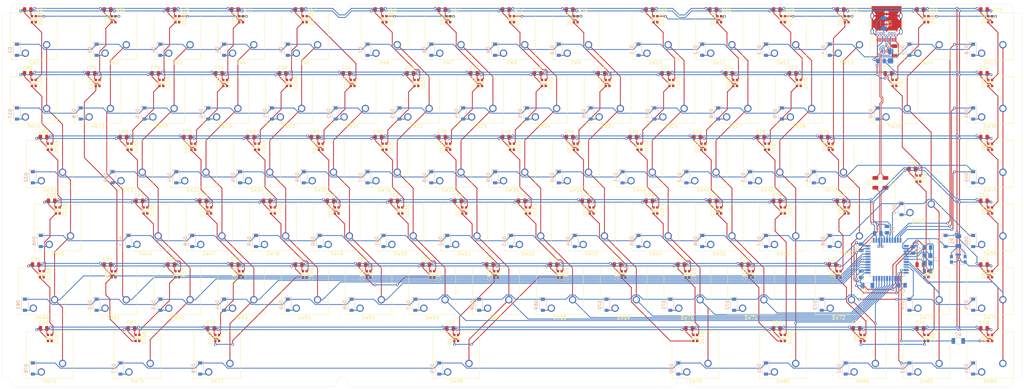
<source format=kicad_pcb>
(kicad_pcb (version 20171130) (host pcbnew 5.1.10)

  (general
    (thickness 1.6)
    (drawings 48)
    (tracks 2816)
    (zones 0)
    (modules 362)
    (nets 216)
  )

  (page A3)
  (layers
    (0 F.Cu signal)
    (31 B.Cu signal)
    (32 B.Adhes user)
    (33 F.Adhes user)
    (34 B.Paste user)
    (35 F.Paste user)
    (36 B.SilkS user)
    (37 F.SilkS user)
    (38 B.Mask user)
    (39 F.Mask user)
    (40 Dwgs.User user hide)
    (41 Cmts.User user)
    (42 Eco1.User user)
    (43 Eco2.User user)
    (44 Edge.Cuts user)
    (45 Margin user)
    (46 B.CrtYd user)
    (47 F.CrtYd user)
    (48 B.Fab user hide)
    (49 F.Fab user hide)
  )

  (setup
    (last_trace_width 0.25)
    (trace_clearance 0.2)
    (zone_clearance 0.508)
    (zone_45_only no)
    (trace_min 0.2)
    (via_size 0.8)
    (via_drill 0.4)
    (via_min_size 0.6)
    (via_min_drill 0.3)
    (uvia_size 0.3)
    (uvia_drill 0.1)
    (uvias_allowed no)
    (uvia_min_size 0.2)
    (uvia_min_drill 0.1)
    (edge_width 0.05)
    (segment_width 0.2)
    (pcb_text_width 0.3)
    (pcb_text_size 1.5 1.5)
    (mod_edge_width 0.12)
    (mod_text_size 1 1)
    (mod_text_width 0.15)
    (pad_size 1.7 0.55)
    (pad_drill 0)
    (pad_to_mask_clearance 0.051)
    (solder_mask_min_width 0.25)
    (aux_axis_origin 0 0)
    (visible_elements FFFFF77F)
    (pcbplotparams
      (layerselection 0x010fc_ffffffff)
      (usegerberextensions false)
      (usegerberattributes false)
      (usegerberadvancedattributes false)
      (creategerberjobfile false)
      (excludeedgelayer true)
      (linewidth 0.100000)
      (plotframeref false)
      (viasonmask false)
      (mode 1)
      (useauxorigin false)
      (hpglpennumber 1)
      (hpglpenspeed 20)
      (hpglpendiameter 15.000000)
      (psnegative false)
      (psa4output false)
      (plotreference true)
      (plotvalue true)
      (plotinvisibletext false)
      (padsonsilk false)
      (subtractmaskfromsilk false)
      (outputformat 1)
      (mirror false)
      (drillshape 1)
      (scaleselection 1)
      (outputdirectory ""))
  )

  (net 0 "")
  (net 1 GND)
  (net 2 +5V)
  (net 3 "Net-(C7-Pad1)")
  (net 4 "Net-(C8-Pad2)")
  (net 5 "Net-(C9-Pad1)")
  (net 6 RST)
  (net 7 ROW0)
  (net 8 "Net-(D2-Pad2)")
  (net 9 "Net-(D3-Pad2)")
  (net 10 "Net-(D4-Pad2)")
  (net 11 "Net-(D5-Pad2)")
  (net 12 "Net-(D6-Pad2)")
  (net 13 "Net-(D7-Pad2)")
  (net 14 "Net-(D8-Pad2)")
  (net 15 "Net-(D9-Pad2)")
  (net 16 "Net-(D10-Pad2)")
  (net 17 "Net-(D11-Pad2)")
  (net 18 "Net-(D12-Pad2)")
  (net 19 "Net-(D13-Pad2)")
  (net 20 "Net-(D14-Pad2)")
  (net 21 "Net-(D15-Pad2)")
  (net 22 "Net-(D16-Pad2)")
  (net 23 ROW1)
  (net 24 "Net-(D17-Pad2)")
  (net 25 "Net-(D18-Pad2)")
  (net 26 "Net-(D19-Pad2)")
  (net 27 "Net-(D20-Pad2)")
  (net 28 "Net-(D21-Pad2)")
  (net 29 "Net-(D22-Pad2)")
  (net 30 "Net-(D23-Pad2)")
  (net 31 "Net-(D24-Pad2)")
  (net 32 "Net-(D25-Pad2)")
  (net 33 "Net-(D26-Pad2)")
  (net 34 "Net-(D27-Pad2)")
  (net 35 "Net-(D28-Pad2)")
  (net 36 "Net-(D29-Pad2)")
  (net 37 "Net-(D30-Pad2)")
  (net 38 "Net-(D31-Pad2)")
  (net 39 "Net-(D32-Pad2)")
  (net 40 ROW2)
  (net 41 "Net-(D33-Pad2)")
  (net 42 "Net-(D34-Pad2)")
  (net 43 "Net-(D35-Pad2)")
  (net 44 "Net-(D36-Pad2)")
  (net 45 "Net-(D37-Pad2)")
  (net 46 "Net-(D38-Pad2)")
  (net 47 "Net-(D39-Pad2)")
  (net 48 "Net-(D40-Pad2)")
  (net 49 "Net-(D41-Pad2)")
  (net 50 "Net-(D42-Pad2)")
  (net 51 "Net-(D43-Pad2)")
  (net 52 "Net-(D44-Pad2)")
  (net 53 "Net-(D45-Pad2)")
  (net 54 "Net-(D46-Pad2)")
  (net 55 ROW3)
  (net 56 "Net-(D47-Pad2)")
  (net 57 "Net-(D48-Pad2)")
  (net 58 "Net-(D49-Pad2)")
  (net 59 "Net-(D50-Pad2)")
  (net 60 "Net-(D51-Pad2)")
  (net 61 "Net-(D52-Pad2)")
  (net 62 "Net-(D53-Pad2)")
  (net 63 "Net-(D54-Pad2)")
  (net 64 "Net-(D55-Pad2)")
  (net 65 "Net-(D56-Pad2)")
  (net 66 "Net-(D57-Pad2)")
  (net 67 "Net-(D58-Pad2)")
  (net 68 "Net-(D59-Pad2)")
  (net 69 "Net-(D60-Pad2)")
  (net 70 ROW4)
  (net 71 "Net-(D61-Pad2)")
  (net 72 "Net-(D62-Pad2)")
  (net 73 "Net-(D63-Pad2)")
  (net 74 "Net-(D64-Pad2)")
  (net 75 "Net-(D65-Pad2)")
  (net 76 "Net-(D66-Pad2)")
  (net 77 "Net-(D67-Pad2)")
  (net 78 "Net-(D68-Pad2)")
  (net 79 "Net-(D69-Pad2)")
  (net 80 "Net-(D70-Pad2)")
  (net 81 "Net-(D71-Pad2)")
  (net 82 "Net-(D72-Pad2)")
  (net 83 "Net-(D73-Pad2)")
  (net 84 "Net-(D74-Pad2)")
  (net 85 "Net-(D75-Pad2)")
  (net 86 ROW5)
  (net 87 "Net-(D76-Pad2)")
  (net 88 "Net-(D77-Pad2)")
  (net 89 "Net-(D78-Pad2)")
  (net 90 "Net-(D79-Pad2)")
  (net 91 "Net-(D80-Pad2)")
  (net 92 "Net-(D81-Pad2)")
  (net 93 "Net-(D82-Pad2)")
  (net 94 "Net-(D83-Pad2)")
  (net 95 "Net-(D84-Pad2)")
  (net 96 "Net-(D85-Pad2)")
  (net 97 DIN)
  (net 98 "Net-(D86-Pad2)")
  (net 99 "Net-(D87-Pad2)")
  (net 100 "Net-(D88-Pad2)")
  (net 101 "Net-(D89-Pad2)")
  (net 102 "Net-(D90-Pad2)")
  (net 103 "Net-(D91-Pad2)")
  (net 104 "Net-(D92-Pad2)")
  (net 105 "Net-(D93-Pad2)")
  (net 106 "Net-(D94-Pad2)")
  (net 107 "Net-(D95-Pad2)")
  (net 108 "Net-(D96-Pad2)")
  (net 109 "Net-(D97-Pad2)")
  (net 110 "Net-(D98-Pad2)")
  (net 111 "Net-(D100-Pad4)")
  (net 112 "Net-(D100-Pad2)")
  (net 113 "Net-(D101-Pad2)")
  (net 114 "Net-(D102-Pad2)")
  (net 115 "Net-(D103-Pad2)")
  (net 116 "Net-(D104-Pad2)")
  (net 117 "Net-(D105-Pad2)")
  (net 118 "Net-(D106-Pad2)")
  (net 119 "Net-(D107-Pad2)")
  (net 120 "Net-(D108-Pad2)")
  (net 121 "Net-(D109-Pad2)")
  (net 122 "Net-(D110-Pad2)")
  (net 123 "Net-(D111-Pad2)")
  (net 124 "Net-(D112-Pad2)")
  (net 125 "Net-(D113-Pad2)")
  (net 126 "Net-(D114-Pad2)")
  (net 127 "Net-(D115-Pad2)")
  (net 128 "Net-(D116-Pad2)")
  (net 129 "Net-(D117-Pad2)")
  (net 130 "Net-(D118-Pad2)")
  (net 131 "Net-(D119-Pad2)")
  (net 132 "Net-(D120-Pad2)")
  (net 133 "Net-(D121-Pad2)")
  (net 134 "Net-(D122-Pad2)")
  (net 135 "Net-(D123-Pad2)")
  (net 136 "Net-(D124-Pad2)")
  (net 137 "Net-(D125-Pad2)")
  (net 138 "Net-(D126-Pad2)")
  (net 139 "Net-(D127-Pad2)")
  (net 140 "Net-(D128-Pad2)")
  (net 141 "Net-(D129-Pad2)")
  (net 142 "Net-(D130-Pad2)")
  (net 143 "Net-(D131-Pad2)")
  (net 144 "Net-(D132-Pad2)")
  (net 145 "Net-(D133-Pad2)")
  (net 146 "Net-(D134-Pad2)")
  (net 147 "Net-(D135-Pad2)")
  (net 148 "Net-(D136-Pad2)")
  (net 149 "Net-(D137-Pad2)")
  (net 150 "Net-(D138-Pad2)")
  (net 151 "Net-(D139-Pad2)")
  (net 152 "Net-(D140-Pad2)")
  (net 153 "Net-(D141-Pad2)")
  (net 154 "Net-(D142-Pad2)")
  (net 155 "Net-(D143-Pad2)")
  (net 156 "Net-(D144-Pad2)")
  (net 157 "Net-(D145-Pad2)")
  (net 158 "Net-(D146-Pad2)")
  (net 159 "Net-(D147-Pad2)")
  (net 160 "Net-(D148-Pad2)")
  (net 161 "Net-(D149-Pad2)")
  (net 162 "Net-(D150-Pad2)")
  (net 163 "Net-(D151-Pad2)")
  (net 164 "Net-(D152-Pad2)")
  (net 165 "Net-(D153-Pad2)")
  (net 166 "Net-(D154-Pad2)")
  (net 167 "Net-(D155-Pad2)")
  (net 168 "Net-(D156-Pad2)")
  (net 169 "Net-(D157-Pad2)")
  (net 170 "Net-(D158-Pad2)")
  (net 171 "Net-(D159-Pad2)")
  (net 172 "Net-(D160-Pad2)")
  (net 173 "Net-(D161-Pad2)")
  (net 174 "Net-(D162-Pad2)")
  (net 175 "Net-(D163-Pad2)")
  (net 176 "Net-(D164-Pad2)")
  (net 177 "Net-(D165-Pad2)")
  (net 178 "Net-(D166-Pad2)")
  (net 179 "Net-(D167-Pad2)")
  (net 180 "Net-(F1-Pad2)")
  (net 181 COL02)
  (net 182 COL00)
  (net 183 COL01)
  (net 184 D-)
  (net 185 D+)
  (net 186 "Net-(R6-Pad2)")
  (net 187 COL03)
  (net 188 COL04)
  (net 189 COL06)
  (net 190 COL07)
  (net 191 COL08)
  (net 192 COL09)
  (net 193 COL10)
  (net 194 COL11)
  (net 195 COL12)
  (net 196 COL13)
  (net 197 COL14)
  (net 198 COL15)
  (net 199 COL05)
  (net 200 "Net-(U1-Pad1)")
  (net 201 "Net-(U1-Pad42)")
  (net 202 "Net-(R7-Pad2)")
  (net 203 "Net-(J1-PadB11)")
  (net 204 "Net-(J1-PadB2)")
  (net 205 "Net-(J1-PadB5)")
  (net 206 "Net-(J1-PadB8)")
  (net 207 "Net-(J1-PadB3)")
  (net 208 "Net-(J1-PadB10)")
  (net 209 "Net-(J1-PadA2)")
  (net 210 "Net-(J1-PadA3)")
  (net 211 "Net-(J1-PadA5)")
  (net 212 "Net-(J1-PadA8)")
  (net 213 "Net-(J1-PadA10)")
  (net 214 "Net-(J1-PadA11)")
  (net 215 "Net-(U1-Pad12)")

  (net_class Default "Dies ist die voreingestellte Netzklasse."
    (clearance 0.2)
    (trace_width 0.25)
    (via_dia 0.8)
    (via_drill 0.4)
    (uvia_dia 0.3)
    (uvia_drill 0.1)
    (add_net +5V)
    (add_net COL00)
    (add_net COL01)
    (add_net COL02)
    (add_net COL03)
    (add_net COL04)
    (add_net COL05)
    (add_net COL06)
    (add_net COL07)
    (add_net COL08)
    (add_net COL09)
    (add_net COL10)
    (add_net COL11)
    (add_net COL12)
    (add_net COL13)
    (add_net COL14)
    (add_net COL15)
    (add_net D+)
    (add_net D-)
    (add_net DIN)
    (add_net GND)
    (add_net "Net-(C7-Pad1)")
    (add_net "Net-(C8-Pad2)")
    (add_net "Net-(C9-Pad1)")
    (add_net "Net-(D10-Pad2)")
    (add_net "Net-(D100-Pad2)")
    (add_net "Net-(D100-Pad4)")
    (add_net "Net-(D101-Pad2)")
    (add_net "Net-(D102-Pad2)")
    (add_net "Net-(D103-Pad2)")
    (add_net "Net-(D104-Pad2)")
    (add_net "Net-(D105-Pad2)")
    (add_net "Net-(D106-Pad2)")
    (add_net "Net-(D107-Pad2)")
    (add_net "Net-(D108-Pad2)")
    (add_net "Net-(D109-Pad2)")
    (add_net "Net-(D11-Pad2)")
    (add_net "Net-(D110-Pad2)")
    (add_net "Net-(D111-Pad2)")
    (add_net "Net-(D112-Pad2)")
    (add_net "Net-(D113-Pad2)")
    (add_net "Net-(D114-Pad2)")
    (add_net "Net-(D115-Pad2)")
    (add_net "Net-(D116-Pad2)")
    (add_net "Net-(D117-Pad2)")
    (add_net "Net-(D118-Pad2)")
    (add_net "Net-(D119-Pad2)")
    (add_net "Net-(D12-Pad2)")
    (add_net "Net-(D120-Pad2)")
    (add_net "Net-(D121-Pad2)")
    (add_net "Net-(D122-Pad2)")
    (add_net "Net-(D123-Pad2)")
    (add_net "Net-(D124-Pad2)")
    (add_net "Net-(D125-Pad2)")
    (add_net "Net-(D126-Pad2)")
    (add_net "Net-(D127-Pad2)")
    (add_net "Net-(D128-Pad2)")
    (add_net "Net-(D129-Pad2)")
    (add_net "Net-(D13-Pad2)")
    (add_net "Net-(D130-Pad2)")
    (add_net "Net-(D131-Pad2)")
    (add_net "Net-(D132-Pad2)")
    (add_net "Net-(D133-Pad2)")
    (add_net "Net-(D134-Pad2)")
    (add_net "Net-(D135-Pad2)")
    (add_net "Net-(D136-Pad2)")
    (add_net "Net-(D137-Pad2)")
    (add_net "Net-(D138-Pad2)")
    (add_net "Net-(D139-Pad2)")
    (add_net "Net-(D14-Pad2)")
    (add_net "Net-(D140-Pad2)")
    (add_net "Net-(D141-Pad2)")
    (add_net "Net-(D142-Pad2)")
    (add_net "Net-(D143-Pad2)")
    (add_net "Net-(D144-Pad2)")
    (add_net "Net-(D145-Pad2)")
    (add_net "Net-(D146-Pad2)")
    (add_net "Net-(D147-Pad2)")
    (add_net "Net-(D148-Pad2)")
    (add_net "Net-(D149-Pad2)")
    (add_net "Net-(D15-Pad2)")
    (add_net "Net-(D150-Pad2)")
    (add_net "Net-(D151-Pad2)")
    (add_net "Net-(D152-Pad2)")
    (add_net "Net-(D153-Pad2)")
    (add_net "Net-(D154-Pad2)")
    (add_net "Net-(D155-Pad2)")
    (add_net "Net-(D156-Pad2)")
    (add_net "Net-(D157-Pad2)")
    (add_net "Net-(D158-Pad2)")
    (add_net "Net-(D159-Pad2)")
    (add_net "Net-(D16-Pad2)")
    (add_net "Net-(D160-Pad2)")
    (add_net "Net-(D161-Pad2)")
    (add_net "Net-(D162-Pad2)")
    (add_net "Net-(D163-Pad2)")
    (add_net "Net-(D164-Pad2)")
    (add_net "Net-(D165-Pad2)")
    (add_net "Net-(D166-Pad2)")
    (add_net "Net-(D167-Pad2)")
    (add_net "Net-(D17-Pad2)")
    (add_net "Net-(D18-Pad2)")
    (add_net "Net-(D19-Pad2)")
    (add_net "Net-(D2-Pad2)")
    (add_net "Net-(D20-Pad2)")
    (add_net "Net-(D21-Pad2)")
    (add_net "Net-(D22-Pad2)")
    (add_net "Net-(D23-Pad2)")
    (add_net "Net-(D24-Pad2)")
    (add_net "Net-(D25-Pad2)")
    (add_net "Net-(D26-Pad2)")
    (add_net "Net-(D27-Pad2)")
    (add_net "Net-(D28-Pad2)")
    (add_net "Net-(D29-Pad2)")
    (add_net "Net-(D3-Pad2)")
    (add_net "Net-(D30-Pad2)")
    (add_net "Net-(D31-Pad2)")
    (add_net "Net-(D32-Pad2)")
    (add_net "Net-(D33-Pad2)")
    (add_net "Net-(D34-Pad2)")
    (add_net "Net-(D35-Pad2)")
    (add_net "Net-(D36-Pad2)")
    (add_net "Net-(D37-Pad2)")
    (add_net "Net-(D38-Pad2)")
    (add_net "Net-(D39-Pad2)")
    (add_net "Net-(D4-Pad2)")
    (add_net "Net-(D40-Pad2)")
    (add_net "Net-(D41-Pad2)")
    (add_net "Net-(D42-Pad2)")
    (add_net "Net-(D43-Pad2)")
    (add_net "Net-(D44-Pad2)")
    (add_net "Net-(D45-Pad2)")
    (add_net "Net-(D46-Pad2)")
    (add_net "Net-(D47-Pad2)")
    (add_net "Net-(D48-Pad2)")
    (add_net "Net-(D49-Pad2)")
    (add_net "Net-(D5-Pad2)")
    (add_net "Net-(D50-Pad2)")
    (add_net "Net-(D51-Pad2)")
    (add_net "Net-(D52-Pad2)")
    (add_net "Net-(D53-Pad2)")
    (add_net "Net-(D54-Pad2)")
    (add_net "Net-(D55-Pad2)")
    (add_net "Net-(D56-Pad2)")
    (add_net "Net-(D57-Pad2)")
    (add_net "Net-(D58-Pad2)")
    (add_net "Net-(D59-Pad2)")
    (add_net "Net-(D6-Pad2)")
    (add_net "Net-(D60-Pad2)")
    (add_net "Net-(D61-Pad2)")
    (add_net "Net-(D62-Pad2)")
    (add_net "Net-(D63-Pad2)")
    (add_net "Net-(D64-Pad2)")
    (add_net "Net-(D65-Pad2)")
    (add_net "Net-(D66-Pad2)")
    (add_net "Net-(D67-Pad2)")
    (add_net "Net-(D68-Pad2)")
    (add_net "Net-(D69-Pad2)")
    (add_net "Net-(D7-Pad2)")
    (add_net "Net-(D70-Pad2)")
    (add_net "Net-(D71-Pad2)")
    (add_net "Net-(D72-Pad2)")
    (add_net "Net-(D73-Pad2)")
    (add_net "Net-(D74-Pad2)")
    (add_net "Net-(D75-Pad2)")
    (add_net "Net-(D76-Pad2)")
    (add_net "Net-(D77-Pad2)")
    (add_net "Net-(D78-Pad2)")
    (add_net "Net-(D79-Pad2)")
    (add_net "Net-(D8-Pad2)")
    (add_net "Net-(D80-Pad2)")
    (add_net "Net-(D81-Pad2)")
    (add_net "Net-(D82-Pad2)")
    (add_net "Net-(D83-Pad2)")
    (add_net "Net-(D84-Pad2)")
    (add_net "Net-(D85-Pad2)")
    (add_net "Net-(D86-Pad2)")
    (add_net "Net-(D87-Pad2)")
    (add_net "Net-(D88-Pad2)")
    (add_net "Net-(D89-Pad2)")
    (add_net "Net-(D9-Pad2)")
    (add_net "Net-(D90-Pad2)")
    (add_net "Net-(D91-Pad2)")
    (add_net "Net-(D92-Pad2)")
    (add_net "Net-(D93-Pad2)")
    (add_net "Net-(D94-Pad2)")
    (add_net "Net-(D95-Pad2)")
    (add_net "Net-(D96-Pad2)")
    (add_net "Net-(D97-Pad2)")
    (add_net "Net-(D98-Pad2)")
    (add_net "Net-(F1-Pad2)")
    (add_net "Net-(J1-PadA10)")
    (add_net "Net-(J1-PadA11)")
    (add_net "Net-(J1-PadA2)")
    (add_net "Net-(J1-PadA3)")
    (add_net "Net-(J1-PadA5)")
    (add_net "Net-(J1-PadA8)")
    (add_net "Net-(J1-PadB10)")
    (add_net "Net-(J1-PadB11)")
    (add_net "Net-(J1-PadB2)")
    (add_net "Net-(J1-PadB3)")
    (add_net "Net-(J1-PadB5)")
    (add_net "Net-(J1-PadB8)")
    (add_net "Net-(R6-Pad2)")
    (add_net "Net-(R7-Pad2)")
    (add_net "Net-(U1-Pad1)")
    (add_net "Net-(U1-Pad12)")
    (add_net "Net-(U1-Pad42)")
    (add_net ROW0)
    (add_net ROW1)
    (add_net ROW2)
    (add_net ROW3)
    (add_net ROW4)
    (add_net ROW5)
    (add_net RST)
  )

  (module Button_Switch_Keyboard:SW_Cherry_MX_ISOEnter_PCB (layer F.Cu) (tedit 60E88C41) (tstamp 5F160517)
    (at 309.40375 100.33 180)
    (descr "Cherry MX keyswitch, ISO Enter, PCB mount, http://cherryamericas.com/wp-content/uploads/2014/12/mx_cat.pdf")
    (tags "Cherry MX keyswitch ISO enter PCB")
    (path /5F51BE8C/5F51CE2C)
    (fp_text reference SW58 (at -2.54 -2.794 180) (layer F.SilkS)
      (effects (font (size 1 1) (thickness 0.15)))
    )
    (fp_text value MX1A-G1NA (at -2.286 13.208 180) (layer F.Fab)
      (effects (font (size 1 1) (thickness 0.15)))
    )
    (fp_line (start -8.89 -1.27) (end 3.81 -1.27) (layer F.Fab) (width 0.1))
    (fp_line (start 3.81 -1.27) (end 3.81 11.43) (layer F.Fab) (width 0.1))
    (fp_line (start 3.81 11.43) (end -8.89 11.43) (layer F.Fab) (width 0.1))
    (fp_line (start -8.89 11.43) (end -8.89 -1.27) (layer F.Fab) (width 0.1))
    (fp_line (start -9.14 11.68) (end -9.14 -1.52) (layer F.CrtYd) (width 0.05))
    (fp_line (start 4.06 11.68) (end -9.14 11.68) (layer F.CrtYd) (width 0.05))
    (fp_line (start 4.06 -1.52) (end 4.06 11.68) (layer F.CrtYd) (width 0.05))
    (fp_line (start -9.14 -1.52) (end 4.06 -1.52) (layer F.CrtYd) (width 0.05))
    (fp_line (start 9.36625 -13.97) (end 9.36625 5.08) (layer Dwgs.User) (width 0.15))
    (fp_line (start 14.12875 24.13) (end -14.44625 24.13) (layer Dwgs.User) (width 0.15))
    (fp_line (start -14.44625 24.13) (end -14.44625 -13.97) (layer Dwgs.User) (width 0.15))
    (fp_line (start -14.44625 -13.97) (end 9.36625 -13.97) (layer Dwgs.User) (width 0.15))
    (fp_line (start 14.12875 5.08) (end 14.12875 24.13) (layer Dwgs.User) (width 0.15))
    (fp_line (start 9.36625 5.08) (end 14.12875 5.08) (layer Dwgs.User) (width 0.15))
    (fp_line (start -9.525 -1.905) (end 4.445 -1.905) (layer F.SilkS) (width 0.12))
    (fp_line (start 4.445 -1.905) (end 4.445 12.065) (layer F.SilkS) (width 0.12))
    (fp_line (start 4.445 12.065) (end -9.525 12.065) (layer F.SilkS) (width 0.12))
    (fp_line (start -9.525 12.065) (end -9.525 -1.905) (layer F.SilkS) (width 0.12))
    (fp_text user %R (at -2.54 -2.794 180) (layer F.Fab)
      (effects (font (size 1 1) (thickness 0.15)))
    )
    (pad 1 thru_hole circle (at 0 0 180) (size 2.2 2.2) (drill 1.5) (layers *.Cu *.Mask)
      (net 68 "Net-(D59-Pad2)"))
    (pad 2 thru_hole circle (at -6.35 2.54 180) (size 2.2 2.2) (drill 1.5) (layers *.Cu *.Mask)
      (net 197 COL14))
    (pad "" np_thru_hole circle (at -2.54 5.08 180) (size 4 4) (drill 4) (layers *.Cu *.Mask))
    (pad "" np_thru_hole circle (at -7.62 5.08 180) (size 1.7 1.7) (drill 1.7) (layers *.Cu *.Mask))
    (pad "" np_thru_hole circle (at 2.54 5.08 180) (size 1.7 1.7) (drill 1.7) (layers *.Cu *.Mask))
    (model ${KISYS3DMOD}/Button_Switch_Keyboard.3dshapes/SW_Cherry_MX_ISOEnter_PCB.wrl
      (at (xyz 0 0 0))
      (scale (xyz 1 1 1))
      (rotate (xyz 0 0 0))
    )
  )

  (module Button_Switch_Keyboard:SW_Cherry_MX_2.00u_PCB (layer F.Cu) (tedit 60E88B61) (tstamp 5F16021F)
    (at 302.26 71.755 180)
    (descr "Cherry MX keyswitch, 2.00u, PCB mount, http://cherryamericas.com/wp-content/uploads/2014/12/mx_cat.pdf")
    (tags "Cherry MX keyswitch 2.00u PCB")
    (path /5F51BE8C/5F51CE0E)
    (fp_text reference SW29 (at -2.54 -2.794 180) (layer F.SilkS)
      (effects (font (size 1 1) (thickness 0.15)))
    )
    (fp_text value MX1A-G1NA (at -2.54 12.954 180) (layer F.Fab)
      (effects (font (size 1 1) (thickness 0.15)))
    )
    (fp_line (start -8.89 -1.27) (end 3.81 -1.27) (layer F.Fab) (width 0.1))
    (fp_line (start 3.81 -1.27) (end 3.81 11.43) (layer F.Fab) (width 0.1))
    (fp_line (start 3.81 11.43) (end -8.89 11.43) (layer F.Fab) (width 0.1))
    (fp_line (start -8.89 11.43) (end -8.89 -1.27) (layer F.Fab) (width 0.1))
    (fp_line (start -9.14 11.68) (end -9.14 -1.52) (layer F.CrtYd) (width 0.05))
    (fp_line (start 4.06 11.68) (end -9.14 11.68) (layer F.CrtYd) (width 0.05))
    (fp_line (start 4.06 -1.52) (end 4.06 11.68) (layer F.CrtYd) (width 0.05))
    (fp_line (start -9.14 -1.52) (end 4.06 -1.52) (layer F.CrtYd) (width 0.05))
    (fp_line (start -21.59 -4.445) (end 16.51 -4.445) (layer Dwgs.User) (width 0.15))
    (fp_line (start 16.51 -4.445) (end 16.51 14.605) (layer Dwgs.User) (width 0.15))
    (fp_line (start 16.51 14.605) (end -21.59 14.605) (layer Dwgs.User) (width 0.15))
    (fp_line (start -21.59 14.605) (end -21.59 -4.445) (layer Dwgs.User) (width 0.15))
    (fp_line (start -9.525 -1.905) (end 4.445 -1.905) (layer F.SilkS) (width 0.12))
    (fp_line (start 4.445 -1.905) (end 4.445 12.065) (layer F.SilkS) (width 0.12))
    (fp_line (start 4.445 12.065) (end -9.525 12.065) (layer F.SilkS) (width 0.12))
    (fp_line (start -9.525 12.065) (end -9.525 -1.905) (layer F.SilkS) (width 0.12))
    (fp_text user %R (at -2.54 -2.794 180) (layer F.Fab)
      (effects (font (size 1 1) (thickness 0.15)))
    )
    (pad 1 thru_hole circle (at 0 0 180) (size 2.2 2.2) (drill 1.5) (layers *.Cu *.Mask)
      (net 37 "Net-(D30-Pad2)"))
    (pad 2 thru_hole circle (at -6.35 2.54 180) (size 2.2 2.2) (drill 1.5) (layers *.Cu *.Mask)
      (net 197 COL14))
    (pad "" np_thru_hole circle (at -2.54 5.08 180) (size 4 4) (drill 4) (layers *.Cu *.Mask))
    (pad "" np_thru_hole circle (at -7.62 5.08 180) (size 1.7 1.7) (drill 1.7) (layers *.Cu *.Mask))
    (pad "" np_thru_hole circle (at 2.54 5.08 180) (size 1.7 1.7) (drill 1.7) (layers *.Cu *.Mask))
    (model ${KISYS3DMOD}/Button_Switch_Keyboard.3dshapes/SW_Cherry_MX_2.00u_PCB.wrl
      (at (xyz 0 0 0))
      (scale (xyz 1 1 1))
      (rotate (xyz 0 0 0))
    )
  )

  (module Button_Switch_Keyboard:SW_Cherry_MX_6.25u_PCB (layer F.Cu) (tedit 60E88B4A) (tstamp 5F160723)
    (at 171.29125 147.955 180)
    (descr "Cherry MX keyswitch, 6.25u, PCB mount, http://cherryamericas.com/wp-content/uploads/2014/12/mx_cat.pdf")
    (tags "Cherry MX keyswitch 6.25u PCB")
    (path /5F51BE8C/5F84AEA9)
    (fp_text reference SW78 (at -2.54 -2.794 180) (layer F.SilkS)
      (effects (font (size 1 1) (thickness 0.15)))
    )
    (fp_text value MX1A-G1NA (at -2.54 12.954 180) (layer F.Fab)
      (effects (font (size 1 1) (thickness 0.15)))
    )
    (fp_line (start -8.89 -1.27) (end 3.81 -1.27) (layer F.Fab) (width 0.1))
    (fp_line (start 3.81 -1.27) (end 3.81 11.43) (layer F.Fab) (width 0.1))
    (fp_line (start 3.81 11.43) (end -8.89 11.43) (layer F.Fab) (width 0.1))
    (fp_line (start -8.89 11.43) (end -8.89 -1.27) (layer F.Fab) (width 0.1))
    (fp_line (start -9.14 11.68) (end -9.14 -1.52) (layer F.CrtYd) (width 0.05))
    (fp_line (start 4.06 11.68) (end -9.14 11.68) (layer F.CrtYd) (width 0.05))
    (fp_line (start 4.06 -1.52) (end 4.06 11.68) (layer F.CrtYd) (width 0.05))
    (fp_line (start -9.14 -1.52) (end 4.06 -1.52) (layer F.CrtYd) (width 0.05))
    (fp_line (start -62.07125 -4.445) (end 56.99125 -4.445) (layer Dwgs.User) (width 0.15))
    (fp_line (start 56.99125 -4.445) (end 56.99125 14.605) (layer Dwgs.User) (width 0.15))
    (fp_line (start 56.99125 14.605) (end -62.07125 14.605) (layer Dwgs.User) (width 0.15))
    (fp_line (start -62.07125 14.605) (end -62.07125 -4.445) (layer Dwgs.User) (width 0.15))
    (fp_line (start -9.525 -1.905) (end 4.445 -1.905) (layer F.SilkS) (width 0.12))
    (fp_line (start 4.445 -1.905) (end 4.445 12.065) (layer F.SilkS) (width 0.12))
    (fp_line (start 4.445 12.065) (end -9.525 12.065) (layer F.SilkS) (width 0.12))
    (fp_line (start -9.525 12.065) (end -9.525 -1.905) (layer F.SilkS) (width 0.12))
    (fp_text user %R (at -2.54 -2.794 180) (layer F.Fab)
      (effects (font (size 1 1) (thickness 0.15)))
    )
    (pad 1 thru_hole circle (at 0 0 180) (size 2.2 2.2) (drill 1.5) (layers *.Cu *.Mask)
      (net 90 "Net-(D79-Pad2)"))
    (pad 2 thru_hole circle (at -6.35 2.54 180) (size 2.2 2.2) (drill 1.5) (layers *.Cu *.Mask)
      (net 190 COL07))
    (pad "" np_thru_hole circle (at -2.54 5.08 180) (size 4 4) (drill 4) (layers *.Cu *.Mask))
    (pad "" np_thru_hole circle (at -7.62 5.08 180) (size 1.7 1.7) (drill 1.7) (layers *.Cu *.Mask))
    (pad "" np_thru_hole circle (at 2.54 5.08 180) (size 1.7 1.7) (drill 1.7) (layers *.Cu *.Mask))
    (model ${KISYS3DMOD}/Button_Switch_Keyboard.3dshapes/SW_Cherry_MX_6.25u_PCB.wrl
      (at (xyz 0 0 0))
      (scale (xyz 1 1 1))
      (rotate (xyz 0 0 0))
    )
  )

  (module MountingHole:MountingHole_3.2mm_M3 (layer F.Cu) (tedit 60E8488E) (tstamp 60E8A97D)
    (at 341.8 151.3)
    (descr "Mounting Hole 3.4mm, no annular, M3")
    (tags "mounting hole 3.4mm no annular m3")
    (attr virtual)
    (fp_text reference REF** (at 0 -4.2) (layer F.SilkS) hide
      (effects (font (size 1 1) (thickness 0.15)))
    )
    (fp_text value MountingHole_3.4mm_M3 (at 0 4.2) (layer F.Fab) hide
      (effects (font (size 1 1) (thickness 0.15)))
    )
    (pad "" smd circle (at 0 0) (size 3.4 3.4) (layers *.Paste))
  )

  (module MountingHole:MountingHole_3.2mm_M3 (layer F.Cu) (tedit 60E8488E) (tstamp 60E8A94A)
    (at 341.8 39.2)
    (descr "Mounting Hole 3.4mm, no annular, M3")
    (tags "mounting hole 3.4mm no annular m3")
    (attr virtual)
    (fp_text reference REF** (at 0 -4.2) (layer F.SilkS) hide
      (effects (font (size 1 1) (thickness 0.15)))
    )
    (fp_text value MountingHole_3.4mm_M3 (at 0 4.2) (layer F.Fab) hide
      (effects (font (size 1 1) (thickness 0.15)))
    )
    (pad "" smd circle (at 0 0) (size 3.4 3.4) (layers *.Paste))
  )

  (module MountingHole:MountingHole_3.2mm_M3 (layer F.Cu) (tedit 60E8488E) (tstamp 60E8A92F)
    (at 39.2 151.3)
    (descr "Mounting Hole 3.4mm, no annular, M3")
    (tags "mounting hole 3.4mm no annular m3")
    (attr virtual)
    (fp_text reference REF** (at 0 -4.2) (layer F.SilkS) hide
      (effects (font (size 1 1) (thickness 0.15)))
    )
    (fp_text value MountingHole_3.4mm_M3 (at 0 4.2) (layer F.Fab) hide
      (effects (font (size 1 1) (thickness 0.15)))
    )
    (pad "" smd circle (at 0 0) (size 3.4 3.4) (layers *.Paste))
  )

  (module MountingHole:MountingHole_3.2mm_M3 (layer F.Cu) (tedit 60E8488E) (tstamp 60E8A8F8)
    (at 39.2 39.2)
    (descr "Mounting Hole 3.4mm, no annular, M3")
    (tags "mounting hole 3.4mm no annular m3")
    (attr virtual)
    (fp_text reference REF** (at 0 -4.2) (layer F.SilkS) hide
      (effects (font (size 1 1) (thickness 0.15)))
    )
    (fp_text value MountingHole_3.4mm_M3 (at 0 4.2) (layer F.Fab) hide
      (effects (font (size 1 1) (thickness 0.15)))
    )
    (pad "" smd circle (at 0 0) (size 3.4 3.4) (layers *.Paste))
  )

  (module MountingHole:MountingHole_3.2mm_M3 (layer F.Cu) (tedit 60E8488E) (tstamp 60E8A1A1)
    (at 241.3 151.3)
    (descr "Mounting Hole 3.4mm, no annular, M3")
    (tags "mounting hole 3.4mm no annular m3")
    (attr virtual)
    (fp_text reference REF** (at 0 -4.2) (layer F.SilkS) hide
      (effects (font (size 1 1) (thickness 0.15)))
    )
    (fp_text value MountingHole_3.4mm_M3 (at 0 4.2) (layer F.Fab) hide
      (effects (font (size 1 1) (thickness 0.15)))
    )
    (pad "" smd circle (at 0 0) (size 3.4 3.4) (layers *.Paste))
  )

  (module MountingHole:MountingHole_3.2mm_M3 (layer F.Cu) (tedit 60E8488E) (tstamp 60E8A18C)
    (at 139.7 151.3)
    (descr "Mounting Hole 3.4mm, no annular, M3")
    (tags "mounting hole 3.4mm no annular m3")
    (attr virtual)
    (fp_text reference REF** (at 0 -4.2) (layer F.SilkS) hide
      (effects (font (size 1 1) (thickness 0.15)))
    )
    (fp_text value MountingHole_3.4mm_M3 (at 0 4.2) (layer F.Fab) hide
      (effects (font (size 1 1) (thickness 0.15)))
    )
    (pad "" smd circle (at 0 0) (size 3.4 3.4) (layers *.Paste))
  )

  (module MountingHole:MountingHole_3.2mm_M3 (layer F.Cu) (tedit 60E8488E) (tstamp 60E8A17F)
    (at 241.3 39.2)
    (descr "Mounting Hole 3.4mm, no annular, M3")
    (tags "mounting hole 3.4mm no annular m3")
    (attr virtual)
    (fp_text reference REF** (at 0 -4.2) (layer F.SilkS) hide
      (effects (font (size 1 1) (thickness 0.15)))
    )
    (fp_text value MountingHole_3.4mm_M3 (at 0 4.2) (layer F.Fab) hide
      (effects (font (size 1 1) (thickness 0.15)))
    )
    (pad "" smd circle (at 0 0) (size 3.4 3.4) (layers *.Paste))
  )

  (module MountingHole:MountingHole_3.2mm_M3 (layer F.Cu) (tedit 60E8488E) (tstamp 60E89FD7)
    (at 139.7 39.2)
    (descr "Mounting Hole 3.4mm, no annular, M3")
    (tags "mounting hole 3.4mm no annular m3")
    (attr virtual)
    (fp_text reference REF** (at 0 -4.2) (layer F.SilkS) hide
      (effects (font (size 1 1) (thickness 0.15)))
    )
    (fp_text value MountingHole_3.4mm_M3 (at 0 4.2) (layer F.Fab) hide
      (effects (font (size 1 1) (thickness 0.15)))
    )
    (pad "" smd circle (at 0 0) (size 3.4 3.4) (layers *.Paste))
  )

  (module Crystal:Crystal_SMD_3225-4Pin_3.2x2.5mm (layer B.Cu) (tedit 5A0FD1B2) (tstamp 60EED0B1)
    (at 314.6425 114.3 90)
    (descr "SMD Crystal SERIES SMD3225/4 http://www.txccrystal.com/images/pdf/7m-accuracy.pdf, 3.2x2.5mm^2 package")
    (tags "SMD SMT crystal")
    (path /5F294622)
    (attr smd)
    (fp_text reference Y1 (at 0 2.45 90) (layer B.SilkS)
      (effects (font (size 1 1) (thickness 0.15)) (justify mirror))
    )
    (fp_text value 16MHz (at 0 -2.45 90) (layer B.Fab)
      (effects (font (size 1 1) (thickness 0.15)) (justify mirror))
    )
    (fp_line (start 2.1 1.7) (end -2.1 1.7) (layer B.CrtYd) (width 0.05))
    (fp_line (start 2.1 -1.7) (end 2.1 1.7) (layer B.CrtYd) (width 0.05))
    (fp_line (start -2.1 -1.7) (end 2.1 -1.7) (layer B.CrtYd) (width 0.05))
    (fp_line (start -2.1 1.7) (end -2.1 -1.7) (layer B.CrtYd) (width 0.05))
    (fp_line (start -2 -1.65) (end 2 -1.65) (layer B.SilkS) (width 0.12))
    (fp_line (start -2 1.65) (end -2 -1.65) (layer B.SilkS) (width 0.12))
    (fp_line (start -1.6 -0.25) (end -0.6 -1.25) (layer B.Fab) (width 0.1))
    (fp_line (start 1.6 1.25) (end -1.6 1.25) (layer B.Fab) (width 0.1))
    (fp_line (start 1.6 -1.25) (end 1.6 1.25) (layer B.Fab) (width 0.1))
    (fp_line (start -1.6 -1.25) (end 1.6 -1.25) (layer B.Fab) (width 0.1))
    (fp_line (start -1.6 1.25) (end -1.6 -1.25) (layer B.Fab) (width 0.1))
    (fp_text user %R (at 0 0 90) (layer B.Fab)
      (effects (font (size 0.7 0.7) (thickness 0.105)) (justify mirror))
    )
    (pad 1 smd rect (at -1.1 -0.85 90) (size 1.4 1.2) (layers B.Cu B.Paste B.Mask)
      (net 3 "Net-(C7-Pad1)"))
    (pad 2 smd rect (at 1.1 -0.85 90) (size 1.4 1.2) (layers B.Cu B.Paste B.Mask)
      (net 1 GND))
    (pad 3 smd rect (at 1.1 0.85 90) (size 1.4 1.2) (layers B.Cu B.Paste B.Mask)
      (net 4 "Net-(C8-Pad2)"))
    (pad 4 smd rect (at -1.1 0.85 90) (size 1.4 1.2) (layers B.Cu B.Paste B.Mask)
      (net 1 GND))
    (model ${KISYS3DMOD}/Crystal.3dshapes/Crystal_SMD_3225-4Pin_3.2x2.5mm.wrl
      (at (xyz 0 0 0))
      (scale (xyz 1 1 1))
      (rotate (xyz 0 0 0))
    )
  )

  (module Button_Switch_SMD:SW_Push_1P1T-SH_NO_CK_KMR2xxG (layer B.Cu) (tedit 60F04E96) (tstamp 60EE10F7)
    (at 323.85 114.3 180)
    (descr "CK components KMR2 tactile switch with ground pin http://www.ckswitches.com/media/1479/kmr2.pdf")
    (tags "tactile switch kmr2")
    (path /60FEE33A)
    (attr smd)
    (fp_text reference SW84 (at 0 2.45) (layer B.SilkS)
      (effects (font (size 1 1) (thickness 0.15)) (justify mirror))
    )
    (fp_text value SW_Push (at 0 -2.55) (layer B.Fab)
      (effects (font (size 1 1) (thickness 0.15)) (justify mirror))
    )
    (fp_line (start -1.15 1.55) (end -2.2 1.55) (layer B.SilkS) (width 0.12))
    (fp_line (start -2.1 1.4) (end 2.1 1.4) (layer B.Fab) (width 0.1))
    (fp_line (start 2.1 1.4) (end 2.1 -1.4) (layer B.Fab) (width 0.1))
    (fp_line (start 2.1 -1.4) (end -2.1 -1.4) (layer B.Fab) (width 0.1))
    (fp_line (start -2.1 -1.4) (end -2.1 1.4) (layer B.Fab) (width 0.1))
    (fp_line (start 2.2 -0.05) (end 2.2 0.05) (layer B.SilkS) (width 0.12))
    (fp_line (start -2.8 1.8) (end 2.8 1.8) (layer B.CrtYd) (width 0.05))
    (fp_line (start 2.8 1.8) (end 2.8 -1.8) (layer B.CrtYd) (width 0.05))
    (fp_line (start 2.8 -1.8) (end -2.8 -1.8) (layer B.CrtYd) (width 0.05))
    (fp_line (start -2.8 -1.8) (end -2.8 1.8) (layer B.CrtYd) (width 0.05))
    (fp_circle (center 0 0) (end 0 -0.8) (layer B.Fab) (width 0.1))
    (fp_line (start -2.2 -1.55) (end 2.2 -1.55) (layer B.SilkS) (width 0.12))
    (fp_line (start 2.2 1.55) (end 1.15 1.55) (layer B.SilkS) (width 0.12))
    (fp_line (start -2.2 -0.05) (end -2.2 0.05) (layer B.SilkS) (width 0.12))
    (fp_text user %R (at 0 2.45) (layer B.Fab)
      (effects (font (size 1 1) (thickness 0.15)) (justify mirror))
    )
    (pad 2 smd rect (at 2.05 -0.8 180) (size 0.9 1) (layers B.Cu B.Paste B.Mask)
      (net 1 GND))
    (pad 1 smd rect (at 2.05 0.8 180) (size 0.9 1) (layers B.Cu B.Paste B.Mask)
      (net 6 RST))
    (pad 2 smd rect (at -2.05 -0.8 180) (size 0.9 1) (layers B.Cu B.Paste B.Mask)
      (net 1 GND))
    (pad 1 smd rect (at -2.05 0.8 180) (size 0.9 1) (layers B.Cu B.Paste B.Mask)
      (net 6 RST))
    (pad SH smd rect (at 0 1.425 180) (size 1.7 0.55) (layers B.Cu B.Paste B.Mask)
      (net 1 GND))
    (model ${KISYS3DMOD}/Button_Switch_SMD.3dshapes/SW_Push_1P1T-SH_NO_CK_KMR2xxG.wrl
      (at (xyz 0 0 0))
      (scale (xyz 1 1 1))
      (rotate (xyz 0 0 0))
    )
  )

  (module Resistor_SMD:R_1206_3216Metric (layer B.Cu) (tedit 5F68FEEE) (tstamp 5F26397F)
    (at 323.85 138.684 180)
    (descr "Resistor SMD 1206 (3216 Metric), square (rectangular) end terminal, IPC_7351 nominal, (Body size source: IPC-SM-782 page 72, https://www.pcb-3d.com/wordpress/wp-content/uploads/ipc-sm-782a_amendment_1_and_2.pdf), generated with kicad-footprint-generator")
    (tags resistor)
    (path /5F259898)
    (attr smd)
    (fp_text reference R7 (at 0 1.82) (layer B.SilkS)
      (effects (font (size 1 1) (thickness 0.15)) (justify mirror))
    )
    (fp_text value 470 (at 0 -1.82) (layer B.Fab)
      (effects (font (size 1 1) (thickness 0.15)) (justify mirror))
    )
    (fp_line (start -1.6 -0.8) (end -1.6 0.8) (layer B.Fab) (width 0.1))
    (fp_line (start -1.6 0.8) (end 1.6 0.8) (layer B.Fab) (width 0.1))
    (fp_line (start 1.6 0.8) (end 1.6 -0.8) (layer B.Fab) (width 0.1))
    (fp_line (start 1.6 -0.8) (end -1.6 -0.8) (layer B.Fab) (width 0.1))
    (fp_line (start -0.727064 0.91) (end 0.727064 0.91) (layer B.SilkS) (width 0.12))
    (fp_line (start -0.727064 -0.91) (end 0.727064 -0.91) (layer B.SilkS) (width 0.12))
    (fp_line (start -2.28 -1.12) (end -2.28 1.12) (layer B.CrtYd) (width 0.05))
    (fp_line (start -2.28 1.12) (end 2.28 1.12) (layer B.CrtYd) (width 0.05))
    (fp_line (start 2.28 1.12) (end 2.28 -1.12) (layer B.CrtYd) (width 0.05))
    (fp_line (start 2.28 -1.12) (end -2.28 -1.12) (layer B.CrtYd) (width 0.05))
    (fp_text user %R (at 0 0) (layer B.Fab)
      (effects (font (size 0.8 0.8) (thickness 0.12)) (justify mirror))
    )
    (pad 2 smd roundrect (at 1.4625 0 180) (size 1.125 1.75) (layers B.Cu B.Paste B.Mask) (roundrect_rratio 0.222222)
      (net 202 "Net-(R7-Pad2)"))
    (pad 1 smd roundrect (at -1.4625 0 180) (size 1.125 1.75) (layers B.Cu B.Paste B.Mask) (roundrect_rratio 0.222222)
      (net 97 DIN))
    (model ${KISYS3DMOD}/Resistor_SMD.3dshapes/R_1206_3216Metric.wrl
      (at (xyz 0 0 0))
      (scale (xyz 1 1 1))
      (rotate (xyz 0 0 0))
    )
  )

  (module Resistor_SMD:R_1206_3216Metric (layer B.Cu) (tedit 5F68FEEE) (tstamp 60EDADF2)
    (at 296.7355 122.174)
    (descr "Resistor SMD 1206 (3216 Metric), square (rectangular) end terminal, IPC_7351 nominal, (Body size source: IPC-SM-782 page 72, https://www.pcb-3d.com/wordpress/wp-content/uploads/ipc-sm-782a_amendment_1_and_2.pdf), generated with kicad-footprint-generator")
    (tags resistor)
    (path /5F0D539D)
    (attr smd)
    (fp_text reference R6 (at 0 1.82) (layer B.SilkS)
      (effects (font (size 1 1) (thickness 0.15)) (justify mirror))
    )
    (fp_text value 10k (at 0 -1.82) (layer B.Fab)
      (effects (font (size 1 1) (thickness 0.15)) (justify mirror))
    )
    (fp_line (start -1.6 -0.8) (end -1.6 0.8) (layer B.Fab) (width 0.1))
    (fp_line (start -1.6 0.8) (end 1.6 0.8) (layer B.Fab) (width 0.1))
    (fp_line (start 1.6 0.8) (end 1.6 -0.8) (layer B.Fab) (width 0.1))
    (fp_line (start 1.6 -0.8) (end -1.6 -0.8) (layer B.Fab) (width 0.1))
    (fp_line (start -0.727064 0.91) (end 0.727064 0.91) (layer B.SilkS) (width 0.12))
    (fp_line (start -0.727064 -0.91) (end 0.727064 -0.91) (layer B.SilkS) (width 0.12))
    (fp_line (start -2.28 -1.12) (end -2.28 1.12) (layer B.CrtYd) (width 0.05))
    (fp_line (start -2.28 1.12) (end 2.28 1.12) (layer B.CrtYd) (width 0.05))
    (fp_line (start 2.28 1.12) (end 2.28 -1.12) (layer B.CrtYd) (width 0.05))
    (fp_line (start 2.28 -1.12) (end -2.28 -1.12) (layer B.CrtYd) (width 0.05))
    (fp_text user %R (at 0 0) (layer B.Fab)
      (effects (font (size 0.8 0.8) (thickness 0.12)) (justify mirror))
    )
    (pad 2 smd roundrect (at 1.4625 0) (size 1.125 1.75) (layers B.Cu B.Paste B.Mask) (roundrect_rratio 0.222222)
      (net 186 "Net-(R6-Pad2)"))
    (pad 1 smd roundrect (at -1.4625 0) (size 1.125 1.75) (layers B.Cu B.Paste B.Mask) (roundrect_rratio 0.222222)
      (net 1 GND))
    (model ${KISYS3DMOD}/Resistor_SMD.3dshapes/R_1206_3216Metric.wrl
      (at (xyz 0 0 0))
      (scale (xyz 1 1 1))
      (rotate (xyz 0 0 0))
    )
  )

  (module Resistor_SMD:R_1206_3216Metric (layer F.Cu) (tedit 5F68FEEE) (tstamp 60F1EA6B)
    (at 299.0775 91.44 90)
    (descr "Resistor SMD 1206 (3216 Metric), square (rectangular) end terminal, IPC_7351 nominal, (Body size source: IPC-SM-782 page 72, https://www.pcb-3d.com/wordpress/wp-content/uploads/ipc-sm-782a_amendment_1_and_2.pdf), generated with kicad-footprint-generator")
    (tags resistor)
    (path /5F0B5901)
    (attr smd)
    (fp_text reference R5 (at 0 -1.82 90) (layer F.SilkS)
      (effects (font (size 1 1) (thickness 0.15)))
    )
    (fp_text value 22 (at 0 2 90) (layer F.Fab)
      (effects (font (size 1 1) (thickness 0.15)))
    )
    (fp_line (start -1.6 0.8) (end -1.6 -0.8) (layer F.Fab) (width 0.1))
    (fp_line (start -1.6 -0.8) (end 1.6 -0.8) (layer F.Fab) (width 0.1))
    (fp_line (start 1.6 -0.8) (end 1.6 0.8) (layer F.Fab) (width 0.1))
    (fp_line (start 1.6 0.8) (end -1.6 0.8) (layer F.Fab) (width 0.1))
    (fp_line (start -0.727064 -0.91) (end 0.727064 -0.91) (layer F.SilkS) (width 0.12))
    (fp_line (start -0.727064 0.91) (end 0.727064 0.91) (layer F.SilkS) (width 0.12))
    (fp_line (start -2.28 1.12) (end -2.28 -1.12) (layer F.CrtYd) (width 0.05))
    (fp_line (start -2.28 -1.12) (end 2.28 -1.12) (layer F.CrtYd) (width 0.05))
    (fp_line (start 2.28 -1.12) (end 2.28 1.12) (layer F.CrtYd) (width 0.05))
    (fp_line (start 2.28 1.12) (end -2.28 1.12) (layer F.CrtYd) (width 0.05))
    (fp_text user %R (at 0 0 90) (layer F.Fab)
      (effects (font (size 0.8 0.8) (thickness 0.12)))
    )
    (pad 2 smd roundrect (at 1.4625 0 90) (size 1.125 1.75) (layers F.Cu F.Paste F.Mask) (roundrect_rratio 0.222222)
      (net 184 D-))
    (pad 1 smd roundrect (at -1.4625 0 90) (size 1.125 1.75) (layers F.Cu F.Paste F.Mask) (roundrect_rratio 0.222222)
      (net 184 D-))
    (model ${KISYS3DMOD}/Resistor_SMD.3dshapes/R_1206_3216Metric.wrl
      (at (xyz 0 0 0))
      (scale (xyz 1 1 1))
      (rotate (xyz 0 0 0))
    )
  )

  (module Resistor_SMD:R_1206_3216Metric (layer F.Cu) (tedit 5F68FEEE) (tstamp 60F1EB93)
    (at 302.0775 91.44 270)
    (descr "Resistor SMD 1206 (3216 Metric), square (rectangular) end terminal, IPC_7351 nominal, (Body size source: IPC-SM-782 page 72, https://www.pcb-3d.com/wordpress/wp-content/uploads/ipc-sm-782a_amendment_1_and_2.pdf), generated with kicad-footprint-generator")
    (tags resistor)
    (path /5F0AD349)
    (attr smd)
    (fp_text reference R4 (at 0 -1.82 90) (layer F.SilkS)
      (effects (font (size 1 1) (thickness 0.15)))
    )
    (fp_text value 22 (at 0 1.82 90) (layer F.Fab)
      (effects (font (size 1 1) (thickness 0.15)))
    )
    (fp_line (start -1.6 0.8) (end -1.6 -0.8) (layer F.Fab) (width 0.1))
    (fp_line (start -1.6 -0.8) (end 1.6 -0.8) (layer F.Fab) (width 0.1))
    (fp_line (start 1.6 -0.8) (end 1.6 0.8) (layer F.Fab) (width 0.1))
    (fp_line (start 1.6 0.8) (end -1.6 0.8) (layer F.Fab) (width 0.1))
    (fp_line (start -0.727064 -0.91) (end 0.727064 -0.91) (layer F.SilkS) (width 0.12))
    (fp_line (start -0.727064 0.91) (end 0.727064 0.91) (layer F.SilkS) (width 0.12))
    (fp_line (start -2.28 1.12) (end -2.28 -1.12) (layer F.CrtYd) (width 0.05))
    (fp_line (start -2.28 -1.12) (end 2.28 -1.12) (layer F.CrtYd) (width 0.05))
    (fp_line (start 2.28 -1.12) (end 2.28 1.12) (layer F.CrtYd) (width 0.05))
    (fp_line (start 2.28 1.12) (end -2.28 1.12) (layer F.CrtYd) (width 0.05))
    (fp_text user %R (at 0 0 90) (layer F.Fab)
      (effects (font (size 0.8 0.8) (thickness 0.12)))
    )
    (pad 2 smd roundrect (at 1.4625 0 270) (size 1.125 1.75) (layers F.Cu F.Paste F.Mask) (roundrect_rratio 0.222222)
      (net 185 D+))
    (pad 1 smd roundrect (at -1.4625 0 270) (size 1.125 1.75) (layers F.Cu F.Paste F.Mask) (roundrect_rratio 0.222222)
      (net 185 D+))
    (model ${KISYS3DMOD}/Resistor_SMD.3dshapes/R_1206_3216Metric.wrl
      (at (xyz 0 0 0))
      (scale (xyz 1 1 1))
      (rotate (xyz 0 0 0))
    )
  )

  (module Resistor_SMD:R_1206_3216Metric (layer B.Cu) (tedit 5F68FEEE) (tstamp 5F164238)
    (at 301.625 43.7245 90)
    (descr "Resistor SMD 1206 (3216 Metric), square (rectangular) end terminal, IPC_7351 nominal, (Body size source: IPC-SM-782 page 72, https://www.pcb-3d.com/wordpress/wp-content/uploads/ipc-sm-782a_amendment_1_and_2.pdf), generated with kicad-footprint-generator")
    (tags resistor)
    (path /5F030D08)
    (attr smd)
    (fp_text reference R3 (at 0 1.82 90) (layer B.SilkS)
      (effects (font (size 1 1) (thickness 0.15)) (justify mirror))
    )
    (fp_text value 5.1k (at 0 -1.82 90) (layer B.Fab)
      (effects (font (size 1 1) (thickness 0.15)) (justify mirror))
    )
    (fp_line (start -1.6 -0.8) (end -1.6 0.8) (layer B.Fab) (width 0.1))
    (fp_line (start -1.6 0.8) (end 1.6 0.8) (layer B.Fab) (width 0.1))
    (fp_line (start 1.6 0.8) (end 1.6 -0.8) (layer B.Fab) (width 0.1))
    (fp_line (start 1.6 -0.8) (end -1.6 -0.8) (layer B.Fab) (width 0.1))
    (fp_line (start -0.727064 0.91) (end 0.727064 0.91) (layer B.SilkS) (width 0.12))
    (fp_line (start -0.727064 -0.91) (end 0.727064 -0.91) (layer B.SilkS) (width 0.12))
    (fp_line (start -2.28 -1.12) (end -2.28 1.12) (layer B.CrtYd) (width 0.05))
    (fp_line (start -2.28 1.12) (end 2.28 1.12) (layer B.CrtYd) (width 0.05))
    (fp_line (start 2.28 1.12) (end 2.28 -1.12) (layer B.CrtYd) (width 0.05))
    (fp_line (start 2.28 -1.12) (end -2.28 -1.12) (layer B.CrtYd) (width 0.05))
    (fp_text user %R (at 0 0 90) (layer B.Fab)
      (effects (font (size 0.8 0.8) (thickness 0.12)) (justify mirror))
    )
    (pad 2 smd roundrect (at 1.4625 0 90) (size 1.125 1.75) (layers B.Cu B.Paste B.Mask) (roundrect_rratio 0.222222)
      (net 1 GND))
    (pad 1 smd roundrect (at -1.4625 0 90) (size 1.125 1.75) (layers B.Cu B.Paste B.Mask) (roundrect_rratio 0.222222)
      (net 205 "Net-(J1-PadB5)"))
    (model ${KISYS3DMOD}/Resistor_SMD.3dshapes/R_1206_3216Metric.wrl
      (at (xyz 0 0 0))
      (scale (xyz 1 1 1))
      (rotate (xyz 0 0 0))
    )
  )

  (module Resistor_SMD:R_1206_3216Metric (layer F.Cu) (tedit 5F68FEEE) (tstamp 60EBA96A)
    (at 304.8 52.0335 270)
    (descr "Resistor SMD 1206 (3216 Metric), square (rectangular) end terminal, IPC_7351 nominal, (Body size source: IPC-SM-782 page 72, https://www.pcb-3d.com/wordpress/wp-content/uploads/ipc-sm-782a_amendment_1_and_2.pdf), generated with kicad-footprint-generator")
    (tags resistor)
    (path /5F02FDA7)
    (attr smd)
    (fp_text reference R2 (at 0 -1.82 90) (layer F.SilkS)
      (effects (font (size 1 1) (thickness 0.15)))
    )
    (fp_text value 5.1k (at 0 1.82 90) (layer F.Fab)
      (effects (font (size 1 1) (thickness 0.15)))
    )
    (fp_line (start -1.6 0.8) (end -1.6 -0.8) (layer F.Fab) (width 0.1))
    (fp_line (start -1.6 -0.8) (end 1.6 -0.8) (layer F.Fab) (width 0.1))
    (fp_line (start 1.6 -0.8) (end 1.6 0.8) (layer F.Fab) (width 0.1))
    (fp_line (start 1.6 0.8) (end -1.6 0.8) (layer F.Fab) (width 0.1))
    (fp_line (start -0.727064 -0.91) (end 0.727064 -0.91) (layer F.SilkS) (width 0.12))
    (fp_line (start -0.727064 0.91) (end 0.727064 0.91) (layer F.SilkS) (width 0.12))
    (fp_line (start -2.28 1.12) (end -2.28 -1.12) (layer F.CrtYd) (width 0.05))
    (fp_line (start -2.28 -1.12) (end 2.28 -1.12) (layer F.CrtYd) (width 0.05))
    (fp_line (start 2.28 -1.12) (end 2.28 1.12) (layer F.CrtYd) (width 0.05))
    (fp_line (start 2.28 1.12) (end -2.28 1.12) (layer F.CrtYd) (width 0.05))
    (fp_text user %R (at 0 0 90) (layer F.Fab)
      (effects (font (size 0.8 0.8) (thickness 0.12)))
    )
    (pad 2 smd roundrect (at 1.4625 0 270) (size 1.125 1.75) (layers F.Cu F.Paste F.Mask) (roundrect_rratio 0.222222)
      (net 1 GND))
    (pad 1 smd roundrect (at -1.4625 0 270) (size 1.125 1.75) (layers F.Cu F.Paste F.Mask) (roundrect_rratio 0.222222)
      (net 211 "Net-(J1-PadA5)"))
    (model ${KISYS3DMOD}/Resistor_SMD.3dshapes/R_1206_3216Metric.wrl
      (at (xyz 0 0 0))
      (scale (xyz 1 1 1))
      (rotate (xyz 0 0 0))
    )
  )

  (module Resistor_SMD:R_1206_3216Metric (layer B.Cu) (tedit 5F68FEEE) (tstamp 60F15FCE)
    (at 323.85 108.839 270)
    (descr "Resistor SMD 1206 (3216 Metric), square (rectangular) end terminal, IPC_7351 nominal, (Body size source: IPC-SM-782 page 72, https://www.pcb-3d.com/wordpress/wp-content/uploads/ipc-sm-782a_amendment_1_and_2.pdf), generated with kicad-footprint-generator")
    (tags resistor)
    (path /5F058934)
    (attr smd)
    (fp_text reference R1 (at 0 1.82 90) (layer B.SilkS)
      (effects (font (size 1 1) (thickness 0.15)) (justify mirror))
    )
    (fp_text value 10k (at 0 -1.82 90) (layer B.Fab)
      (effects (font (size 1 1) (thickness 0.15)) (justify mirror))
    )
    (fp_line (start 2.28 -1.12) (end -2.28 -1.12) (layer B.CrtYd) (width 0.05))
    (fp_line (start 2.28 1.12) (end 2.28 -1.12) (layer B.CrtYd) (width 0.05))
    (fp_line (start -2.28 1.12) (end 2.28 1.12) (layer B.CrtYd) (width 0.05))
    (fp_line (start -2.28 -1.12) (end -2.28 1.12) (layer B.CrtYd) (width 0.05))
    (fp_line (start -0.727064 -0.91) (end 0.727064 -0.91) (layer B.SilkS) (width 0.12))
    (fp_line (start -0.727064 0.91) (end 0.727064 0.91) (layer B.SilkS) (width 0.12))
    (fp_line (start 1.6 -0.8) (end -1.6 -0.8) (layer B.Fab) (width 0.1))
    (fp_line (start 1.6 0.8) (end 1.6 -0.8) (layer B.Fab) (width 0.1))
    (fp_line (start -1.6 0.8) (end 1.6 0.8) (layer B.Fab) (width 0.1))
    (fp_line (start -1.6 -0.8) (end -1.6 0.8) (layer B.Fab) (width 0.1))
    (fp_text user %R (at 0 0 90) (layer B.Fab)
      (effects (font (size 0.8 0.8) (thickness 0.12)) (justify mirror))
    )
    (pad 1 smd roundrect (at -1.4625 0 270) (size 1.125 1.75) (layers B.Cu B.Paste B.Mask) (roundrect_rratio 0.222222)
      (net 2 +5V))
    (pad 2 smd roundrect (at 1.4625 0 270) (size 1.125 1.75) (layers B.Cu B.Paste B.Mask) (roundrect_rratio 0.222222)
      (net 6 RST))
    (model ${KISYS3DMOD}/Resistor_SMD.3dshapes/R_1206_3216Metric.wrl
      (at (xyz 0 0 0))
      (scale (xyz 1 1 1))
      (rotate (xyz 0 0 0))
    )
  )

  (module kezboard-pcb:USB_C_Receptacle_Stewart_SS-52400-003 (layer F.Cu) (tedit 5F26DA6C) (tstamp 5F25978F)
    (at 302.41875 38.1 180)
    (descr https://belfuse.com/resources/drawings/stewartconnector/dr-stw-ss-52400-003.pdf)
    (path /5EFFEB48)
    (clearance 0.15)
    (fp_text reference J1 (at 0 -11.9) (layer F.SilkS)
      (effects (font (size 1 1) (thickness 0.15)))
    )
    (fp_text value USB_C_Receptacle (at 0 2.54) (layer F.Fab)
      (effects (font (size 1 1) (thickness 0.15)))
    )
    (fp_text user "PCB Edge" (at 0 -0.5) (layer Dwgs.User)
      (effects (font (size 0.5 0.5) (thickness 0.1)))
    )
    (fp_text user %R (at 0 -4.52) (layer F.Fab)
      (effects (font (size 1 1) (thickness 0.15)))
    )
    (fp_line (start -4.49 -2.55) (end -4.49 -0.21) (layer F.SilkS) (width 0.12))
    (fp_line (start 4.49 -0.21) (end 4.49 -2.55) (layer F.SilkS) (width 0.12))
    (fp_line (start 4.49 -9) (end 4.49 -11) (layer F.SilkS) (width 0.12))
    (fp_line (start -5.08 -11.43) (end 5.08 -11.43) (layer F.CrtYd) (width 0.05))
    (fp_line (start -5.08 1.27) (end 5.08 1.27) (layer F.CrtYd) (width 0.05))
    (fp_line (start -2 0) (end 2 0) (layer Dwgs.User) (width 0.1))
    (fp_line (start 4.37 0.95) (end 4.37 -10.88) (layer F.Fab) (width 0.1))
    (fp_line (start 4.37 -10.88) (end -4.37 -10.88) (layer F.Fab) (width 0.1))
    (fp_line (start -4.37 -10.88) (end -4.37 0.95) (layer F.Fab) (width 0.1))
    (fp_line (start -4.37 0.95) (end 4.37 0.95) (layer F.Fab) (width 0.1))
    (fp_line (start 5.08 1.27) (end 5.08 -11.43) (layer F.CrtYd) (width 0.05))
    (fp_line (start -5.08 -11.43) (end -5.08 1.27) (layer F.CrtYd) (width 0.05))
    (fp_line (start -3 -11) (end -4.49 -11) (layer F.SilkS) (width 0.12))
    (fp_line (start -4.49 -11) (end -4.49 -9) (layer F.SilkS) (width 0.12))
    (fp_line (start 4.49 -11) (end 3 -11) (layer F.SilkS) (width 0.12))
    (fp_line (start -4.49 -7.35) (end -4.49 -4.35) (layer F.SilkS) (width 0.12))
    (fp_line (start 4.49 -4.35) (end 4.49 -7.35) (layer F.SilkS) (width 0.12))
    (pad A12 smd rect (at 2.75 -10.58 180) (size 0.3 1.2) (layers F.Cu F.Paste F.Mask)
      (net 1 GND))
    (pad A11 smd rect (at 2.25 -10.58 180) (size 0.3 1.2) (layers F.Cu F.Paste F.Mask)
      (net 214 "Net-(J1-PadA11)"))
    (pad A10 smd rect (at 1.75 -10.58 180) (size 0.3 1.2) (layers F.Cu F.Paste F.Mask)
      (net 213 "Net-(J1-PadA10)"))
    (pad A9 smd rect (at 1.25 -10.58 180) (size 0.3 1.2) (layers F.Cu F.Paste F.Mask)
      (net 180 "Net-(F1-Pad2)"))
    (pad A8 smd rect (at 0.75 -10.58 180) (size 0.3 1.2) (layers F.Cu F.Paste F.Mask)
      (net 212 "Net-(J1-PadA8)"))
    (pad A7 smd rect (at 0.25 -10.58 180) (size 0.3 1.2) (layers F.Cu F.Paste F.Mask)
      (net 184 D-))
    (pad A6 smd rect (at -0.25 -10.58 180) (size 0.3 1.2) (layers F.Cu F.Paste F.Mask)
      (net 185 D+))
    (pad A5 smd rect (at -0.75 -10.58 180) (size 0.3 1.2) (layers F.Cu F.Paste F.Mask)
      (net 211 "Net-(J1-PadA5)"))
    (pad A4 smd rect (at -1.25 -10.58 180) (size 0.3 1.2) (layers F.Cu F.Paste F.Mask)
      (net 180 "Net-(F1-Pad2)"))
    (pad A3 smd rect (at -1.75 -10.58 180) (size 0.3 1.2) (layers F.Cu F.Paste F.Mask)
      (net 210 "Net-(J1-PadA3)"))
    (pad A2 smd rect (at -2.25 -10.58 180) (size 0.3 1.2) (layers F.Cu F.Paste F.Mask)
      (net 209 "Net-(J1-PadA2)"))
    (pad A1 smd rect (at -2.75 -10.58 180) (size 0.3 1.2) (layers F.Cu F.Paste F.Mask)
      (net 1 GND))
    (pad S1 thru_hole oval (at 4.27 -3.45 180) (size 1 1.6) (drill oval 0.6 1.2) (layers *.Cu *.Mask)
      (net 1 GND))
    (pad S1 thru_hole oval (at -4.27 -3.45 180) (size 1 1.6) (drill oval 0.6 1.2) (layers *.Cu *.Mask)
      (net 1 GND))
    (pad S1 thru_hole oval (at -4.27 -8.18 180) (size 1 1.6) (drill oval 0.6 1.2) (layers *.Cu *.Mask)
      (net 1 GND))
    (pad S1 thru_hole oval (at 4.27 -8.18 180) (size 1 1.6) (drill oval 0.6 1.2) (layers *.Cu *.Mask)
      (net 1 GND))
    (pad S1 smd rect (at 0 -2.9 180) (size 0.2 1) (layers F.Cu F.Paste F.Mask)
      (net 1 GND))
    (pad S1 smd rect (at 0 -6 180) (size 0.2 1) (layers F.Cu F.Paste F.Mask)
      (net 1 GND))
    (pad B6 thru_hole circle (at 0.4 -9.33 180) (size 0.65 0.65) (drill 0.4) (layers *.Cu *.Mask)
      (net 185 D+))
    (pad B7 thru_hole circle (at -0.4 -9.33 180) (size 0.65 0.65) (drill 0.4) (layers *.Cu *.Mask)
      (net 184 D-))
    (pad B4 thru_hole circle (at 1.2 -9.33 180) (size 0.65 0.65) (drill 0.4) (layers *.Cu *.Mask)
      (net 180 "Net-(F1-Pad2)"))
    (pad B9 thru_hole circle (at -1.2 -9.33 180) (size 0.65 0.65) (drill 0.4) (layers *.Cu *.Mask)
      (net 180 "Net-(F1-Pad2)"))
    (pad S1 thru_hole circle (at 2 -9.33 180) (size 0.65 0.65) (drill 0.4) (layers *.Cu *.Mask)
      (net 1 GND))
    (pad S1 thru_hole circle (at -2 -9.33 180) (size 0.65 0.65) (drill 0.4) (layers *.Cu *.Mask)
      (net 1 GND))
    (pad B1 thru_hole circle (at 2.8 -9.33 180) (size 0.65 0.65) (drill 0.4) (layers *.Cu *.Mask)
      (net 1 GND))
    (pad B10 thru_hole circle (at -1.6 -8.62 180) (size 0.65 0.65) (drill 0.4) (layers *.Cu *.Mask)
      (net 208 "Net-(J1-PadB10)"))
    (pad B3 thru_hole circle (at 1.6 -8.62 180) (size 0.65 0.65) (drill 0.4) (layers *.Cu *.Mask)
      (net 207 "Net-(J1-PadB3)"))
    (pad B8 thru_hole circle (at -0.8 -8.62 180) (size 0.65 0.65) (drill 0.4) (layers *.Cu *.Mask)
      (net 206 "Net-(J1-PadB8)"))
    (pad B5 thru_hole circle (at 0.8 -8.62 180) (size 0.65 0.65) (drill 0.4) (layers *.Cu *.Mask)
      (net 205 "Net-(J1-PadB5)"))
    (pad B12 thru_hole circle (at -2.8 -9.33 180) (size 0.65 0.65) (drill 0.4) (layers *.Cu *.Mask)
      (net 1 GND))
    (pad B2 thru_hole circle (at 2.4 -8.62 180) (size 0.65 0.65) (drill 0.4) (layers *.Cu *.Mask)
      (net 204 "Net-(J1-PadB2)"))
    (pad B11 thru_hole circle (at -2.4 -8.62 180) (size 0.65 0.65) (drill 0.4) (layers *.Cu *.Mask)
      (net 203 "Net-(J1-PadB11)"))
  )

  (module Fuse:Fuse_1206_3216Metric_Castellated (layer B.Cu) (tedit 5F68FEF1) (tstamp 60EBA9BB)
    (at 303.61875 53.5575 90)
    (descr "Fuse SMD 1206 (3216 Metric), castellated end terminal, IPC_7351. (Body size source: http://www.tortai-tech.com/upload/download/2011102023233369053.pdf), generated with kicad-footprint-generator")
    (tags "fuse castellated")
    (path /5F286423)
    (attr smd)
    (fp_text reference F1 (at 0 1.78 90) (layer B.SilkS)
      (effects (font (size 1 1) (thickness 0.15)) (justify mirror))
    )
    (fp_text value 500mA (at 0 -1.78 90) (layer B.Fab)
      (effects (font (size 1 1) (thickness 0.15)) (justify mirror))
    )
    (fp_line (start -1.6 -0.8) (end -1.6 0.8) (layer B.Fab) (width 0.1))
    (fp_line (start -1.6 0.8) (end 1.6 0.8) (layer B.Fab) (width 0.1))
    (fp_line (start 1.6 0.8) (end 1.6 -0.8) (layer B.Fab) (width 0.1))
    (fp_line (start 1.6 -0.8) (end -1.6 -0.8) (layer B.Fab) (width 0.1))
    (fp_line (start -0.490455 0.91) (end 0.490455 0.91) (layer B.SilkS) (width 0.12))
    (fp_line (start -0.490455 -0.91) (end 0.490455 -0.91) (layer B.SilkS) (width 0.12))
    (fp_line (start -2.48 -1.08) (end -2.48 1.08) (layer B.CrtYd) (width 0.05))
    (fp_line (start -2.48 1.08) (end 2.48 1.08) (layer B.CrtYd) (width 0.05))
    (fp_line (start 2.48 1.08) (end 2.48 -1.08) (layer B.CrtYd) (width 0.05))
    (fp_line (start 2.48 -1.08) (end -2.48 -1.08) (layer B.CrtYd) (width 0.05))
    (fp_text user %R (at 0 0 90) (layer B.Fab)
      (effects (font (size 0.8 0.8) (thickness 0.12)) (justify mirror))
    )
    (pad 2 smd roundrect (at 1.425 0 90) (size 1.6 1.65) (layers B.Cu B.Paste B.Mask) (roundrect_rratio 0.15625)
      (net 180 "Net-(F1-Pad2)"))
    (pad 1 smd roundrect (at -1.425 0 90) (size 1.6 1.65) (layers B.Cu B.Paste B.Mask) (roundrect_rratio 0.15625)
      (net 2 +5V))
    (model ${KISYS3DMOD}/Fuse.3dshapes/Fuse_1206_3216Metric_Castellated.wrl
      (at (xyz 0 0 0))
      (scale (xyz 1 1 1))
      (rotate (xyz 0 0 0))
    )
  )

  (module Capacitor_SMD:C_0805_2012Metric (layer F.Cu) (tedit 5F68FEEE) (tstamp 5F15F123)
    (at 50.546 134.9375 180)
    (descr "Capacitor SMD 0805 (2012 Metric), square (rectangular) end terminal, IPC_7351 nominal, (Body size source: IPC-SM-782 page 76, https://www.pcb-3d.com/wordpress/wp-content/uploads/ipc-sm-782a_amendment_1_and_2.pdf, https://docs.google.com/spreadsheets/d/1BsfQQcO9C6DZCsRaXUlFlo91Tg2WpOkGARC1WS5S8t0/edit?usp=sharing), generated with kicad-footprint-generator")
    (tags capacitor)
    (path /5F949B9C/5FB73237)
    (attr smd)
    (fp_text reference C92 (at 0 1.68) (layer F.SilkS)
      (effects (font (size 1 1) (thickness 0.15)))
    )
    (fp_text value 0.1uF (at 0 1.68) (layer F.Fab)
      (effects (font (size 1 1) (thickness 0.15)))
    )
    (fp_line (start -1 0.625) (end -1 -0.625) (layer F.Fab) (width 0.1))
    (fp_line (start -1 -0.625) (end 1 -0.625) (layer F.Fab) (width 0.1))
    (fp_line (start 1 -0.625) (end 1 0.625) (layer F.Fab) (width 0.1))
    (fp_line (start 1 0.625) (end -1 0.625) (layer F.Fab) (width 0.1))
    (fp_line (start -0.261252 -0.735) (end 0.261252 -0.735) (layer F.SilkS) (width 0.12))
    (fp_line (start -0.261252 0.735) (end 0.261252 0.735) (layer F.SilkS) (width 0.12))
    (fp_line (start -1.7 0.98) (end -1.7 -0.98) (layer F.CrtYd) (width 0.05))
    (fp_line (start -1.7 -0.98) (end 1.7 -0.98) (layer F.CrtYd) (width 0.05))
    (fp_line (start 1.7 -0.98) (end 1.7 0.98) (layer F.CrtYd) (width 0.05))
    (fp_line (start 1.7 0.98) (end -1.7 0.98) (layer F.CrtYd) (width 0.05))
    (fp_text user %R (at 0 0) (layer F.Fab)
      (effects (font (size 0.5 0.5) (thickness 0.08)))
    )
    (pad 2 smd roundrect (at 0.95 0 180) (size 1 1.45) (layers F.Cu F.Paste F.Mask) (roundrect_rratio 0.25)
      (net 1 GND))
    (pad 1 smd roundrect (at -0.95 0 180) (size 1 1.45) (layers F.Cu F.Paste F.Mask) (roundrect_rratio 0.25)
      (net 2 +5V))
    (model ${KISYS3DMOD}/Capacitor_SMD.3dshapes/C_0805_2012Metric.wrl
      (at (xyz 0 0 0))
      (scale (xyz 1 1 1))
      (rotate (xyz 0 0 0))
    )
  )

  (module Capacitor_SMD:C_0805_2012Metric (layer F.Cu) (tedit 5F68FEEE) (tstamp 5F15F112)
    (at 48.16475 115.8875 180)
    (descr "Capacitor SMD 0805 (2012 Metric), square (rectangular) end terminal, IPC_7351 nominal, (Body size source: IPC-SM-782 page 76, https://www.pcb-3d.com/wordpress/wp-content/uploads/ipc-sm-782a_amendment_1_and_2.pdf, https://docs.google.com/spreadsheets/d/1BsfQQcO9C6DZCsRaXUlFlo91Tg2WpOkGARC1WS5S8t0/edit?usp=sharing), generated with kicad-footprint-generator")
    (tags capacitor)
    (path /5F949B9C/5FB73214)
    (attr smd)
    (fp_text reference C91 (at 0 1.68) (layer F.SilkS)
      (effects (font (size 1 1) (thickness 0.15)))
    )
    (fp_text value 0.1uF (at 0 1.68) (layer F.Fab)
      (effects (font (size 1 1) (thickness 0.15)))
    )
    (fp_line (start -1 0.625) (end -1 -0.625) (layer F.Fab) (width 0.1))
    (fp_line (start -1 -0.625) (end 1 -0.625) (layer F.Fab) (width 0.1))
    (fp_line (start 1 -0.625) (end 1 0.625) (layer F.Fab) (width 0.1))
    (fp_line (start 1 0.625) (end -1 0.625) (layer F.Fab) (width 0.1))
    (fp_line (start -0.261252 -0.735) (end 0.261252 -0.735) (layer F.SilkS) (width 0.12))
    (fp_line (start -0.261252 0.735) (end 0.261252 0.735) (layer F.SilkS) (width 0.12))
    (fp_line (start -1.7 0.98) (end -1.7 -0.98) (layer F.CrtYd) (width 0.05))
    (fp_line (start -1.7 -0.98) (end 1.7 -0.98) (layer F.CrtYd) (width 0.05))
    (fp_line (start 1.7 -0.98) (end 1.7 0.98) (layer F.CrtYd) (width 0.05))
    (fp_line (start 1.7 0.98) (end -1.7 0.98) (layer F.CrtYd) (width 0.05))
    (fp_text user %R (at 0 0) (layer F.Fab)
      (effects (font (size 0.5 0.5) (thickness 0.08)))
    )
    (pad 2 smd roundrect (at 0.95 0 180) (size 1 1.45) (layers F.Cu F.Paste F.Mask) (roundrect_rratio 0.25)
      (net 1 GND))
    (pad 1 smd roundrect (at -0.95 0 180) (size 1 1.45) (layers F.Cu F.Paste F.Mask) (roundrect_rratio 0.25)
      (net 2 +5V))
    (model ${KISYS3DMOD}/Capacitor_SMD.3dshapes/C_0805_2012Metric.wrl
      (at (xyz 0 0 0))
      (scale (xyz 1 1 1))
      (rotate (xyz 0 0 0))
    )
  )

  (module Capacitor_SMD:C_0805_2012Metric (layer F.Cu) (tedit 5F68FEEE) (tstamp 5F15F101)
    (at 52.92725 96.8375 180)
    (descr "Capacitor SMD 0805 (2012 Metric), square (rectangular) end terminal, IPC_7351 nominal, (Body size source: IPC-SM-782 page 76, https://www.pcb-3d.com/wordpress/wp-content/uploads/ipc-sm-782a_amendment_1_and_2.pdf, https://docs.google.com/spreadsheets/d/1BsfQQcO9C6DZCsRaXUlFlo91Tg2WpOkGARC1WS5S8t0/edit?usp=sharing), generated with kicad-footprint-generator")
    (tags capacitor)
    (path /5F949B9C/5FB731F1)
    (attr smd)
    (fp_text reference C90 (at 0 1.68) (layer F.SilkS)
      (effects (font (size 1 1) (thickness 0.15)))
    )
    (fp_text value 0.1uF (at 0 1.68) (layer F.Fab)
      (effects (font (size 1 1) (thickness 0.15)))
    )
    (fp_line (start -1 0.625) (end -1 -0.625) (layer F.Fab) (width 0.1))
    (fp_line (start -1 -0.625) (end 1 -0.625) (layer F.Fab) (width 0.1))
    (fp_line (start 1 -0.625) (end 1 0.625) (layer F.Fab) (width 0.1))
    (fp_line (start 1 0.625) (end -1 0.625) (layer F.Fab) (width 0.1))
    (fp_line (start -0.261252 -0.735) (end 0.261252 -0.735) (layer F.SilkS) (width 0.12))
    (fp_line (start -0.261252 0.735) (end 0.261252 0.735) (layer F.SilkS) (width 0.12))
    (fp_line (start -1.7 0.98) (end -1.7 -0.98) (layer F.CrtYd) (width 0.05))
    (fp_line (start -1.7 -0.98) (end 1.7 -0.98) (layer F.CrtYd) (width 0.05))
    (fp_line (start 1.7 -0.98) (end 1.7 0.98) (layer F.CrtYd) (width 0.05))
    (fp_line (start 1.7 0.98) (end -1.7 0.98) (layer F.CrtYd) (width 0.05))
    (fp_text user %R (at 0 0) (layer F.Fab)
      (effects (font (size 0.5 0.5) (thickness 0.08)))
    )
    (pad 2 smd roundrect (at 0.95 0 180) (size 1 1.45) (layers F.Cu F.Paste F.Mask) (roundrect_rratio 0.25)
      (net 1 GND))
    (pad 1 smd roundrect (at -0.95 0 180) (size 1 1.45) (layers F.Cu F.Paste F.Mask) (roundrect_rratio 0.25)
      (net 2 +5V))
    (model ${KISYS3DMOD}/Capacitor_SMD.3dshapes/C_0805_2012Metric.wrl
      (at (xyz 0 0 0))
      (scale (xyz 1 1 1))
      (rotate (xyz 0 0 0))
    )
  )

  (module Capacitor_SMD:C_0805_2012Metric (layer F.Cu) (tedit 5F68FEEE) (tstamp 5F15F0F0)
    (at 50.546 77.7875 180)
    (descr "Capacitor SMD 0805 (2012 Metric), square (rectangular) end terminal, IPC_7351 nominal, (Body size source: IPC-SM-782 page 76, https://www.pcb-3d.com/wordpress/wp-content/uploads/ipc-sm-782a_amendment_1_and_2.pdf, https://docs.google.com/spreadsheets/d/1BsfQQcO9C6DZCsRaXUlFlo91Tg2WpOkGARC1WS5S8t0/edit?usp=sharing), generated with kicad-footprint-generator")
    (tags capacitor)
    (path /5F949B9C/5FB731CE)
    (attr smd)
    (fp_text reference C89 (at 0 1.68) (layer F.SilkS)
      (effects (font (size 1 1) (thickness 0.15)))
    )
    (fp_text value 0.1uF (at 0 1.68) (layer F.Fab)
      (effects (font (size 1 1) (thickness 0.15)))
    )
    (fp_line (start -1 0.625) (end -1 -0.625) (layer F.Fab) (width 0.1))
    (fp_line (start -1 -0.625) (end 1 -0.625) (layer F.Fab) (width 0.1))
    (fp_line (start 1 -0.625) (end 1 0.625) (layer F.Fab) (width 0.1))
    (fp_line (start 1 0.625) (end -1 0.625) (layer F.Fab) (width 0.1))
    (fp_line (start -0.261252 -0.735) (end 0.261252 -0.735) (layer F.SilkS) (width 0.12))
    (fp_line (start -0.261252 0.735) (end 0.261252 0.735) (layer F.SilkS) (width 0.12))
    (fp_line (start -1.7 0.98) (end -1.7 -0.98) (layer F.CrtYd) (width 0.05))
    (fp_line (start -1.7 -0.98) (end 1.7 -0.98) (layer F.CrtYd) (width 0.05))
    (fp_line (start 1.7 -0.98) (end 1.7 0.98) (layer F.CrtYd) (width 0.05))
    (fp_line (start 1.7 0.98) (end -1.7 0.98) (layer F.CrtYd) (width 0.05))
    (fp_text user %R (at 0 0) (layer F.Fab)
      (effects (font (size 0.5 0.5) (thickness 0.08)))
    )
    (pad 2 smd roundrect (at 0.95 0 180) (size 1 1.45) (layers F.Cu F.Paste F.Mask) (roundrect_rratio 0.25)
      (net 1 GND))
    (pad 1 smd roundrect (at -0.95 0 180) (size 1 1.45) (layers F.Cu F.Paste F.Mask) (roundrect_rratio 0.25)
      (net 2 +5V))
    (model ${KISYS3DMOD}/Capacitor_SMD.3dshapes/C_0805_2012Metric.wrl
      (at (xyz 0 0 0))
      (scale (xyz 1 1 1))
      (rotate (xyz 0 0 0))
    )
  )

  (module Capacitor_SMD:C_0805_2012Metric (layer F.Cu) (tedit 5F68FEEE) (tstamp 5F267EAC)
    (at 45.7835 58.7375 180)
    (descr "Capacitor SMD 0805 (2012 Metric), square (rectangular) end terminal, IPC_7351 nominal, (Body size source: IPC-SM-782 page 76, https://www.pcb-3d.com/wordpress/wp-content/uploads/ipc-sm-782a_amendment_1_and_2.pdf, https://docs.google.com/spreadsheets/d/1BsfQQcO9C6DZCsRaXUlFlo91Tg2WpOkGARC1WS5S8t0/edit?usp=sharing), generated with kicad-footprint-generator")
    (tags capacitor)
    (path /5F949B9C/5FB731AB)
    (attr smd)
    (fp_text reference C88 (at 0 1.68) (layer F.SilkS)
      (effects (font (size 1 1) (thickness 0.15)))
    )
    (fp_text value 0.1uF (at 0 1.68) (layer F.Fab)
      (effects (font (size 1 1) (thickness 0.15)))
    )
    (fp_line (start -1 0.625) (end -1 -0.625) (layer F.Fab) (width 0.1))
    (fp_line (start -1 -0.625) (end 1 -0.625) (layer F.Fab) (width 0.1))
    (fp_line (start 1 -0.625) (end 1 0.625) (layer F.Fab) (width 0.1))
    (fp_line (start 1 0.625) (end -1 0.625) (layer F.Fab) (width 0.1))
    (fp_line (start -0.261252 -0.735) (end 0.261252 -0.735) (layer F.SilkS) (width 0.12))
    (fp_line (start -0.261252 0.735) (end 0.261252 0.735) (layer F.SilkS) (width 0.12))
    (fp_line (start -1.7 0.98) (end -1.7 -0.98) (layer F.CrtYd) (width 0.05))
    (fp_line (start -1.7 -0.98) (end 1.7 -0.98) (layer F.CrtYd) (width 0.05))
    (fp_line (start 1.7 -0.98) (end 1.7 0.98) (layer F.CrtYd) (width 0.05))
    (fp_line (start 1.7 0.98) (end -1.7 0.98) (layer F.CrtYd) (width 0.05))
    (fp_text user %R (at 0 0) (layer F.Fab)
      (effects (font (size 0.5 0.5) (thickness 0.08)))
    )
    (pad 2 smd roundrect (at 0.95 0 180) (size 1 1.45) (layers F.Cu F.Paste F.Mask) (roundrect_rratio 0.25)
      (net 1 GND))
    (pad 1 smd roundrect (at -0.95 0 180) (size 1 1.45) (layers F.Cu F.Paste F.Mask) (roundrect_rratio 0.25)
      (net 2 +5V))
    (model ${KISYS3DMOD}/Capacitor_SMD.3dshapes/C_0805_2012Metric.wrl
      (at (xyz 0 0 0))
      (scale (xyz 1 1 1))
      (rotate (xyz 0 0 0))
    )
  )

  (module Capacitor_SMD:C_0805_2012Metric (layer F.Cu) (tedit 5F68FEEE) (tstamp 5F269C39)
    (at 45.7835 39.6875 180)
    (descr "Capacitor SMD 0805 (2012 Metric), square (rectangular) end terminal, IPC_7351 nominal, (Body size source: IPC-SM-782 page 76, https://www.pcb-3d.com/wordpress/wp-content/uploads/ipc-sm-782a_amendment_1_and_2.pdf, https://docs.google.com/spreadsheets/d/1BsfQQcO9C6DZCsRaXUlFlo91Tg2WpOkGARC1WS5S8t0/edit?usp=sharing), generated with kicad-footprint-generator")
    (tags capacitor)
    (path /5F949B9C/5FB73188)
    (attr smd)
    (fp_text reference C87 (at -4 0) (layer F.SilkS)
      (effects (font (size 1 1) (thickness 0.15)))
    )
    (fp_text value 0.1uF (at 0 1.68) (layer F.Fab)
      (effects (font (size 1 1) (thickness 0.15)))
    )
    (fp_line (start -1 0.625) (end -1 -0.625) (layer F.Fab) (width 0.1))
    (fp_line (start -1 -0.625) (end 1 -0.625) (layer F.Fab) (width 0.1))
    (fp_line (start 1 -0.625) (end 1 0.625) (layer F.Fab) (width 0.1))
    (fp_line (start 1 0.625) (end -1 0.625) (layer F.Fab) (width 0.1))
    (fp_line (start -0.261252 -0.735) (end 0.261252 -0.735) (layer F.SilkS) (width 0.12))
    (fp_line (start -0.261252 0.735) (end 0.261252 0.735) (layer F.SilkS) (width 0.12))
    (fp_line (start -1.7 0.98) (end -1.7 -0.98) (layer F.CrtYd) (width 0.05))
    (fp_line (start -1.7 -0.98) (end 1.7 -0.98) (layer F.CrtYd) (width 0.05))
    (fp_line (start 1.7 -0.98) (end 1.7 0.98) (layer F.CrtYd) (width 0.05))
    (fp_line (start 1.7 0.98) (end -1.7 0.98) (layer F.CrtYd) (width 0.05))
    (fp_text user %R (at 0 0) (layer F.Fab)
      (effects (font (size 0.5 0.5) (thickness 0.08)))
    )
    (pad 2 smd roundrect (at 0.95 0 180) (size 1 1.45) (layers F.Cu F.Paste F.Mask) (roundrect_rratio 0.25)
      (net 1 GND))
    (pad 1 smd roundrect (at -0.95 0 180) (size 1 1.45) (layers F.Cu F.Paste F.Mask) (roundrect_rratio 0.25)
      (net 2 +5V))
    (model ${KISYS3DMOD}/Capacitor_SMD.3dshapes/C_0805_2012Metric.wrl
      (at (xyz 0 0 0))
      (scale (xyz 1 1 1))
      (rotate (xyz 0 0 0))
    )
  )

  (module Capacitor_SMD:C_0805_2012Metric (layer F.Cu) (tedit 5F68FEEE) (tstamp 5F15F0BD)
    (at 69.596 39.6875)
    (descr "Capacitor SMD 0805 (2012 Metric), square (rectangular) end terminal, IPC_7351 nominal, (Body size source: IPC-SM-782 page 76, https://www.pcb-3d.com/wordpress/wp-content/uploads/ipc-sm-782a_amendment_1_and_2.pdf, https://docs.google.com/spreadsheets/d/1BsfQQcO9C6DZCsRaXUlFlo91Tg2WpOkGARC1WS5S8t0/edit?usp=sharing), generated with kicad-footprint-generator")
    (tags capacitor)
    (path /5F949B9C/5F944F33)
    (attr smd)
    (fp_text reference C86 (at 4 0) (layer F.SilkS)
      (effects (font (size 1 1) (thickness 0.15)))
    )
    (fp_text value 0.1uF (at 0 1.68) (layer F.Fab)
      (effects (font (size 1 1) (thickness 0.15)))
    )
    (fp_line (start -1 0.625) (end -1 -0.625) (layer F.Fab) (width 0.1))
    (fp_line (start -1 -0.625) (end 1 -0.625) (layer F.Fab) (width 0.1))
    (fp_line (start 1 -0.625) (end 1 0.625) (layer F.Fab) (width 0.1))
    (fp_line (start 1 0.625) (end -1 0.625) (layer F.Fab) (width 0.1))
    (fp_line (start -0.261252 -0.735) (end 0.261252 -0.735) (layer F.SilkS) (width 0.12))
    (fp_line (start -0.261252 0.735) (end 0.261252 0.735) (layer F.SilkS) (width 0.12))
    (fp_line (start -1.7 0.98) (end -1.7 -0.98) (layer F.CrtYd) (width 0.05))
    (fp_line (start -1.7 -0.98) (end 1.7 -0.98) (layer F.CrtYd) (width 0.05))
    (fp_line (start 1.7 -0.98) (end 1.7 0.98) (layer F.CrtYd) (width 0.05))
    (fp_line (start 1.7 0.98) (end -1.7 0.98) (layer F.CrtYd) (width 0.05))
    (fp_text user %R (at 0 0) (layer F.Fab)
      (effects (font (size 0.5 0.5) (thickness 0.08)))
    )
    (pad 2 smd roundrect (at 0.95 0) (size 1 1.45) (layers F.Cu F.Paste F.Mask) (roundrect_rratio 0.25)
      (net 1 GND))
    (pad 1 smd roundrect (at -0.95 0) (size 1 1.45) (layers F.Cu F.Paste F.Mask) (roundrect_rratio 0.25)
      (net 2 +5V))
    (model ${KISYS3DMOD}/Capacitor_SMD.3dshapes/C_0805_2012Metric.wrl
      (at (xyz 0 0 0))
      (scale (xyz 1 1 1))
      (rotate (xyz 0 0 0))
    )
  )

  (module Capacitor_SMD:C_0805_2012Metric (layer F.Cu) (tedit 5F68FEEE) (tstamp 5F15F0AC)
    (at 64.8335 58.7375)
    (descr "Capacitor SMD 0805 (2012 Metric), square (rectangular) end terminal, IPC_7351 nominal, (Body size source: IPC-SM-782 page 76, https://www.pcb-3d.com/wordpress/wp-content/uploads/ipc-sm-782a_amendment_1_and_2.pdf, https://docs.google.com/spreadsheets/d/1BsfQQcO9C6DZCsRaXUlFlo91Tg2WpOkGARC1WS5S8t0/edit?usp=sharing), generated with kicad-footprint-generator")
    (tags capacitor)
    (path /5F949B9C/5F944F10)
    (attr smd)
    (fp_text reference C85 (at 0 -1.68) (layer F.SilkS)
      (effects (font (size 1 1) (thickness 0.15)))
    )
    (fp_text value 0.1uF (at 0 1.68) (layer F.Fab)
      (effects (font (size 1 1) (thickness 0.15)))
    )
    (fp_line (start -1 0.625) (end -1 -0.625) (layer F.Fab) (width 0.1))
    (fp_line (start -1 -0.625) (end 1 -0.625) (layer F.Fab) (width 0.1))
    (fp_line (start 1 -0.625) (end 1 0.625) (layer F.Fab) (width 0.1))
    (fp_line (start 1 0.625) (end -1 0.625) (layer F.Fab) (width 0.1))
    (fp_line (start -0.261252 -0.735) (end 0.261252 -0.735) (layer F.SilkS) (width 0.12))
    (fp_line (start -0.261252 0.735) (end 0.261252 0.735) (layer F.SilkS) (width 0.12))
    (fp_line (start -1.7 0.98) (end -1.7 -0.98) (layer F.CrtYd) (width 0.05))
    (fp_line (start -1.7 -0.98) (end 1.7 -0.98) (layer F.CrtYd) (width 0.05))
    (fp_line (start 1.7 -0.98) (end 1.7 0.98) (layer F.CrtYd) (width 0.05))
    (fp_line (start 1.7 0.98) (end -1.7 0.98) (layer F.CrtYd) (width 0.05))
    (fp_text user %R (at 0 0) (layer F.Fab)
      (effects (font (size 0.5 0.5) (thickness 0.08)))
    )
    (pad 2 smd roundrect (at 0.95 0) (size 1 1.45) (layers F.Cu F.Paste F.Mask) (roundrect_rratio 0.25)
      (net 1 GND))
    (pad 1 smd roundrect (at -0.95 0) (size 1 1.45) (layers F.Cu F.Paste F.Mask) (roundrect_rratio 0.25)
      (net 2 +5V))
    (model ${KISYS3DMOD}/Capacitor_SMD.3dshapes/C_0805_2012Metric.wrl
      (at (xyz 0 0 0))
      (scale (xyz 1 1 1))
      (rotate (xyz 0 0 0))
    )
  )

  (module Capacitor_SMD:C_0805_2012Metric (layer F.Cu) (tedit 5F68FEEE) (tstamp 5F15F09B)
    (at 69.596 115.8875)
    (descr "Capacitor SMD 0805 (2012 Metric), square (rectangular) end terminal, IPC_7351 nominal, (Body size source: IPC-SM-782 page 76, https://www.pcb-3d.com/wordpress/wp-content/uploads/ipc-sm-782a_amendment_1_and_2.pdf, https://docs.google.com/spreadsheets/d/1BsfQQcO9C6DZCsRaXUlFlo91Tg2WpOkGARC1WS5S8t0/edit?usp=sharing), generated with kicad-footprint-generator")
    (tags capacitor)
    (path /5F949B9C/5F944EED)
    (attr smd)
    (fp_text reference C84 (at 0 -1.68) (layer F.SilkS)
      (effects (font (size 1 1) (thickness 0.15)))
    )
    (fp_text value 0.1uF (at 0 1.68) (layer F.Fab)
      (effects (font (size 1 1) (thickness 0.15)))
    )
    (fp_line (start -1 0.625) (end -1 -0.625) (layer F.Fab) (width 0.1))
    (fp_line (start -1 -0.625) (end 1 -0.625) (layer F.Fab) (width 0.1))
    (fp_line (start 1 -0.625) (end 1 0.625) (layer F.Fab) (width 0.1))
    (fp_line (start 1 0.625) (end -1 0.625) (layer F.Fab) (width 0.1))
    (fp_line (start -0.261252 -0.735) (end 0.261252 -0.735) (layer F.SilkS) (width 0.12))
    (fp_line (start -0.261252 0.735) (end 0.261252 0.735) (layer F.SilkS) (width 0.12))
    (fp_line (start -1.7 0.98) (end -1.7 -0.98) (layer F.CrtYd) (width 0.05))
    (fp_line (start -1.7 -0.98) (end 1.7 -0.98) (layer F.CrtYd) (width 0.05))
    (fp_line (start 1.7 -0.98) (end 1.7 0.98) (layer F.CrtYd) (width 0.05))
    (fp_line (start 1.7 0.98) (end -1.7 0.98) (layer F.CrtYd) (width 0.05))
    (fp_text user %R (at 0 0) (layer F.Fab)
      (effects (font (size 0.5 0.5) (thickness 0.08)))
    )
    (pad 2 smd roundrect (at 0.95 0) (size 1 1.45) (layers F.Cu F.Paste F.Mask) (roundrect_rratio 0.25)
      (net 1 GND))
    (pad 1 smd roundrect (at -0.95 0) (size 1 1.45) (layers F.Cu F.Paste F.Mask) (roundrect_rratio 0.25)
      (net 2 +5V))
    (model ${KISYS3DMOD}/Capacitor_SMD.3dshapes/C_0805_2012Metric.wrl
      (at (xyz 0 0 0))
      (scale (xyz 1 1 1))
      (rotate (xyz 0 0 0))
    )
  )

  (module Capacitor_SMD:C_0805_2012Metric (layer F.Cu) (tedit 5F68FEEE) (tstamp 5F15F08A)
    (at 76.73975 134.9375 180)
    (descr "Capacitor SMD 0805 (2012 Metric), square (rectangular) end terminal, IPC_7351 nominal, (Body size source: IPC-SM-782 page 76, https://www.pcb-3d.com/wordpress/wp-content/uploads/ipc-sm-782a_amendment_1_and_2.pdf, https://docs.google.com/spreadsheets/d/1BsfQQcO9C6DZCsRaXUlFlo91Tg2WpOkGARC1WS5S8t0/edit?usp=sharing), generated with kicad-footprint-generator")
    (tags capacitor)
    (path /5F949B9C/5F944ECA)
    (attr smd)
    (fp_text reference C83 (at 0 1.68) (layer F.SilkS)
      (effects (font (size 1 1) (thickness 0.15)))
    )
    (fp_text value 0.1uF (at 0 1.68) (layer F.Fab)
      (effects (font (size 1 1) (thickness 0.15)))
    )
    (fp_line (start -1 0.625) (end -1 -0.625) (layer F.Fab) (width 0.1))
    (fp_line (start -1 -0.625) (end 1 -0.625) (layer F.Fab) (width 0.1))
    (fp_line (start 1 -0.625) (end 1 0.625) (layer F.Fab) (width 0.1))
    (fp_line (start 1 0.625) (end -1 0.625) (layer F.Fab) (width 0.1))
    (fp_line (start -0.261252 -0.735) (end 0.261252 -0.735) (layer F.SilkS) (width 0.12))
    (fp_line (start -0.261252 0.735) (end 0.261252 0.735) (layer F.SilkS) (width 0.12))
    (fp_line (start -1.7 0.98) (end -1.7 -0.98) (layer F.CrtYd) (width 0.05))
    (fp_line (start -1.7 -0.98) (end 1.7 -0.98) (layer F.CrtYd) (width 0.05))
    (fp_line (start 1.7 -0.98) (end 1.7 0.98) (layer F.CrtYd) (width 0.05))
    (fp_line (start 1.7 0.98) (end -1.7 0.98) (layer F.CrtYd) (width 0.05))
    (fp_text user %R (at 0 0) (layer F.Fab)
      (effects (font (size 0.5 0.5) (thickness 0.08)))
    )
    (pad 2 smd roundrect (at 0.95 0 180) (size 1 1.45) (layers F.Cu F.Paste F.Mask) (roundrect_rratio 0.25)
      (net 1 GND))
    (pad 1 smd roundrect (at -0.95 0 180) (size 1 1.45) (layers F.Cu F.Paste F.Mask) (roundrect_rratio 0.25)
      (net 2 +5V))
    (model ${KISYS3DMOD}/Capacitor_SMD.3dshapes/C_0805_2012Metric.wrl
      (at (xyz 0 0 0))
      (scale (xyz 1 1 1))
      (rotate (xyz 0 0 0))
    )
  )

  (module Capacitor_SMD:C_0805_2012Metric (layer F.Cu) (tedit 5F68FEEE) (tstamp 5F15F079)
    (at 88.646 115.8875 180)
    (descr "Capacitor SMD 0805 (2012 Metric), square (rectangular) end terminal, IPC_7351 nominal, (Body size source: IPC-SM-782 page 76, https://www.pcb-3d.com/wordpress/wp-content/uploads/ipc-sm-782a_amendment_1_and_2.pdf, https://docs.google.com/spreadsheets/d/1BsfQQcO9C6DZCsRaXUlFlo91Tg2WpOkGARC1WS5S8t0/edit?usp=sharing), generated with kicad-footprint-generator")
    (tags capacitor)
    (path /5F949B9C/5F944EA7)
    (attr smd)
    (fp_text reference C82 (at 0 1.68) (layer F.SilkS)
      (effects (font (size 1 1) (thickness 0.15)))
    )
    (fp_text value 0.1uF (at 0 1.68) (layer F.Fab)
      (effects (font (size 1 1) (thickness 0.15)))
    )
    (fp_line (start -1 0.625) (end -1 -0.625) (layer F.Fab) (width 0.1))
    (fp_line (start -1 -0.625) (end 1 -0.625) (layer F.Fab) (width 0.1))
    (fp_line (start 1 -0.625) (end 1 0.625) (layer F.Fab) (width 0.1))
    (fp_line (start 1 0.625) (end -1 0.625) (layer F.Fab) (width 0.1))
    (fp_line (start -0.261252 -0.735) (end 0.261252 -0.735) (layer F.SilkS) (width 0.12))
    (fp_line (start -0.261252 0.735) (end 0.261252 0.735) (layer F.SilkS) (width 0.12))
    (fp_line (start -1.7 0.98) (end -1.7 -0.98) (layer F.CrtYd) (width 0.05))
    (fp_line (start -1.7 -0.98) (end 1.7 -0.98) (layer F.CrtYd) (width 0.05))
    (fp_line (start 1.7 -0.98) (end 1.7 0.98) (layer F.CrtYd) (width 0.05))
    (fp_line (start 1.7 0.98) (end -1.7 0.98) (layer F.CrtYd) (width 0.05))
    (fp_text user %R (at 0 0) (layer F.Fab)
      (effects (font (size 0.5 0.5) (thickness 0.08)))
    )
    (pad 2 smd roundrect (at 0.95 0 180) (size 1 1.45) (layers F.Cu F.Paste F.Mask) (roundrect_rratio 0.25)
      (net 1 GND))
    (pad 1 smd roundrect (at -0.95 0 180) (size 1 1.45) (layers F.Cu F.Paste F.Mask) (roundrect_rratio 0.25)
      (net 2 +5V))
    (model ${KISYS3DMOD}/Capacitor_SMD.3dshapes/C_0805_2012Metric.wrl
      (at (xyz 0 0 0))
      (scale (xyz 1 1 1))
      (rotate (xyz 0 0 0))
    )
  )

  (module Capacitor_SMD:C_0805_2012Metric (layer F.Cu) (tedit 5F68FEEE) (tstamp 5F15F068)
    (at 79.121 96.8375 180)
    (descr "Capacitor SMD 0805 (2012 Metric), square (rectangular) end terminal, IPC_7351 nominal, (Body size source: IPC-SM-782 page 76, https://www.pcb-3d.com/wordpress/wp-content/uploads/ipc-sm-782a_amendment_1_and_2.pdf, https://docs.google.com/spreadsheets/d/1BsfQQcO9C6DZCsRaXUlFlo91Tg2WpOkGARC1WS5S8t0/edit?usp=sharing), generated with kicad-footprint-generator")
    (tags capacitor)
    (path /5F949B9C/5F944E84)
    (attr smd)
    (fp_text reference C81 (at 0 1.68) (layer F.SilkS)
      (effects (font (size 1 1) (thickness 0.15)))
    )
    (fp_text value 0.1uF (at 0 1.68) (layer F.Fab)
      (effects (font (size 1 1) (thickness 0.15)))
    )
    (fp_line (start -1 0.625) (end -1 -0.625) (layer F.Fab) (width 0.1))
    (fp_line (start -1 -0.625) (end 1 -0.625) (layer F.Fab) (width 0.1))
    (fp_line (start 1 -0.625) (end 1 0.625) (layer F.Fab) (width 0.1))
    (fp_line (start 1 0.625) (end -1 0.625) (layer F.Fab) (width 0.1))
    (fp_line (start -0.261252 -0.735) (end 0.261252 -0.735) (layer F.SilkS) (width 0.12))
    (fp_line (start -0.261252 0.735) (end 0.261252 0.735) (layer F.SilkS) (width 0.12))
    (fp_line (start -1.7 0.98) (end -1.7 -0.98) (layer F.CrtYd) (width 0.05))
    (fp_line (start -1.7 -0.98) (end 1.7 -0.98) (layer F.CrtYd) (width 0.05))
    (fp_line (start 1.7 -0.98) (end 1.7 0.98) (layer F.CrtYd) (width 0.05))
    (fp_line (start 1.7 0.98) (end -1.7 0.98) (layer F.CrtYd) (width 0.05))
    (fp_text user %R (at 0 0) (layer F.Fab)
      (effects (font (size 0.5 0.5) (thickness 0.08)))
    )
    (pad 2 smd roundrect (at 0.95 0 180) (size 1 1.45) (layers F.Cu F.Paste F.Mask) (roundrect_rratio 0.25)
      (net 1 GND))
    (pad 1 smd roundrect (at -0.95 0 180) (size 1 1.45) (layers F.Cu F.Paste F.Mask) (roundrect_rratio 0.25)
      (net 2 +5V))
    (model ${KISYS3DMOD}/Capacitor_SMD.3dshapes/C_0805_2012Metric.wrl
      (at (xyz 0 0 0))
      (scale (xyz 1 1 1))
      (rotate (xyz 0 0 0))
    )
  )

  (module Capacitor_SMD:C_0805_2012Metric (layer F.Cu) (tedit 5F68FEEE) (tstamp 5F1BEDFF)
    (at 74.3585 77.7875 180)
    (descr "Capacitor SMD 0805 (2012 Metric), square (rectangular) end terminal, IPC_7351 nominal, (Body size source: IPC-SM-782 page 76, https://www.pcb-3d.com/wordpress/wp-content/uploads/ipc-sm-782a_amendment_1_and_2.pdf, https://docs.google.com/spreadsheets/d/1BsfQQcO9C6DZCsRaXUlFlo91Tg2WpOkGARC1WS5S8t0/edit?usp=sharing), generated with kicad-footprint-generator")
    (tags capacitor)
    (path /5F949B9C/5F944E61)
    (attr smd)
    (fp_text reference C80 (at 0 1.68) (layer F.SilkS)
      (effects (font (size 1 1) (thickness 0.15)))
    )
    (fp_text value 0.1uF (at 0 1.68) (layer F.Fab)
      (effects (font (size 1 1) (thickness 0.15)))
    )
    (fp_line (start -1 0.625) (end -1 -0.625) (layer F.Fab) (width 0.1))
    (fp_line (start -1 -0.625) (end 1 -0.625) (layer F.Fab) (width 0.1))
    (fp_line (start 1 -0.625) (end 1 0.625) (layer F.Fab) (width 0.1))
    (fp_line (start 1 0.625) (end -1 0.625) (layer F.Fab) (width 0.1))
    (fp_line (start -0.261252 -0.735) (end 0.261252 -0.735) (layer F.SilkS) (width 0.12))
    (fp_line (start -0.261252 0.735) (end 0.261252 0.735) (layer F.SilkS) (width 0.12))
    (fp_line (start -1.7 0.98) (end -1.7 -0.98) (layer F.CrtYd) (width 0.05))
    (fp_line (start -1.7 -0.98) (end 1.7 -0.98) (layer F.CrtYd) (width 0.05))
    (fp_line (start 1.7 -0.98) (end 1.7 0.98) (layer F.CrtYd) (width 0.05))
    (fp_line (start 1.7 0.98) (end -1.7 0.98) (layer F.CrtYd) (width 0.05))
    (fp_text user %R (at 0 0) (layer F.Fab)
      (effects (font (size 0.5 0.5) (thickness 0.08)))
    )
    (pad 2 smd roundrect (at 0.95 0 180) (size 1 1.45) (layers F.Cu F.Paste F.Mask) (roundrect_rratio 0.25)
      (net 1 GND))
    (pad 1 smd roundrect (at -0.95 0 180) (size 1 1.45) (layers F.Cu F.Paste F.Mask) (roundrect_rratio 0.25)
      (net 2 +5V))
    (model ${KISYS3DMOD}/Capacitor_SMD.3dshapes/C_0805_2012Metric.wrl
      (at (xyz 0 0 0))
      (scale (xyz 1 1 1))
      (rotate (xyz 0 0 0))
    )
  )

  (module Capacitor_SMD:C_0805_2012Metric (layer F.Cu) (tedit 5F68FEEE) (tstamp 5F15F046)
    (at 83.8835 58.7375 180)
    (descr "Capacitor SMD 0805 (2012 Metric), square (rectangular) end terminal, IPC_7351 nominal, (Body size source: IPC-SM-782 page 76, https://www.pcb-3d.com/wordpress/wp-content/uploads/ipc-sm-782a_amendment_1_and_2.pdf, https://docs.google.com/spreadsheets/d/1BsfQQcO9C6DZCsRaXUlFlo91Tg2WpOkGARC1WS5S8t0/edit?usp=sharing), generated with kicad-footprint-generator")
    (tags capacitor)
    (path /5F949B9C/5F7EFD3B)
    (attr smd)
    (fp_text reference C79 (at 0 1.68) (layer F.SilkS)
      (effects (font (size 1 1) (thickness 0.15)))
    )
    (fp_text value 0.1uF (at 0 1.68) (layer F.Fab)
      (effects (font (size 1 1) (thickness 0.15)))
    )
    (fp_line (start -1 0.625) (end -1 -0.625) (layer F.Fab) (width 0.1))
    (fp_line (start -1 -0.625) (end 1 -0.625) (layer F.Fab) (width 0.1))
    (fp_line (start 1 -0.625) (end 1 0.625) (layer F.Fab) (width 0.1))
    (fp_line (start 1 0.625) (end -1 0.625) (layer F.Fab) (width 0.1))
    (fp_line (start -0.261252 -0.735) (end 0.261252 -0.735) (layer F.SilkS) (width 0.12))
    (fp_line (start -0.261252 0.735) (end 0.261252 0.735) (layer F.SilkS) (width 0.12))
    (fp_line (start -1.7 0.98) (end -1.7 -0.98) (layer F.CrtYd) (width 0.05))
    (fp_line (start -1.7 -0.98) (end 1.7 -0.98) (layer F.CrtYd) (width 0.05))
    (fp_line (start 1.7 -0.98) (end 1.7 0.98) (layer F.CrtYd) (width 0.05))
    (fp_line (start 1.7 0.98) (end -1.7 0.98) (layer F.CrtYd) (width 0.05))
    (fp_text user %R (at 0 0) (layer F.Fab)
      (effects (font (size 0.5 0.5) (thickness 0.08)))
    )
    (pad 2 smd roundrect (at 0.95 0 180) (size 1 1.45) (layers F.Cu F.Paste F.Mask) (roundrect_rratio 0.25)
      (net 1 GND))
    (pad 1 smd roundrect (at -0.95 0 180) (size 1 1.45) (layers F.Cu F.Paste F.Mask) (roundrect_rratio 0.25)
      (net 2 +5V))
    (model ${KISYS3DMOD}/Capacitor_SMD.3dshapes/C_0805_2012Metric.wrl
      (at (xyz 0 0 0))
      (scale (xyz 1 1 1))
      (rotate (xyz 0 0 0))
    )
  )

  (module Capacitor_SMD:C_0805_2012Metric (layer F.Cu) (tedit 5F68FEEE) (tstamp 5F21E55E)
    (at 88.646 39.6875 180)
    (descr "Capacitor SMD 0805 (2012 Metric), square (rectangular) end terminal, IPC_7351 nominal, (Body size source: IPC-SM-782 page 76, https://www.pcb-3d.com/wordpress/wp-content/uploads/ipc-sm-782a_amendment_1_and_2.pdf, https://docs.google.com/spreadsheets/d/1BsfQQcO9C6DZCsRaXUlFlo91Tg2WpOkGARC1WS5S8t0/edit?usp=sharing), generated with kicad-footprint-generator")
    (tags capacitor)
    (path /5F949B9C/5F7EFD19)
    (attr smd)
    (fp_text reference C78 (at -4 0) (layer F.SilkS)
      (effects (font (size 1 1) (thickness 0.15)))
    )
    (fp_text value 0.1uF (at 0 1.68) (layer F.Fab)
      (effects (font (size 1 1) (thickness 0.15)))
    )
    (fp_line (start -1 0.625) (end -1 -0.625) (layer F.Fab) (width 0.1))
    (fp_line (start -1 -0.625) (end 1 -0.625) (layer F.Fab) (width 0.1))
    (fp_line (start 1 -0.625) (end 1 0.625) (layer F.Fab) (width 0.1))
    (fp_line (start 1 0.625) (end -1 0.625) (layer F.Fab) (width 0.1))
    (fp_line (start -0.261252 -0.735) (end 0.261252 -0.735) (layer F.SilkS) (width 0.12))
    (fp_line (start -0.261252 0.735) (end 0.261252 0.735) (layer F.SilkS) (width 0.12))
    (fp_line (start -1.7 0.98) (end -1.7 -0.98) (layer F.CrtYd) (width 0.05))
    (fp_line (start -1.7 -0.98) (end 1.7 -0.98) (layer F.CrtYd) (width 0.05))
    (fp_line (start 1.7 -0.98) (end 1.7 0.98) (layer F.CrtYd) (width 0.05))
    (fp_line (start 1.7 0.98) (end -1.7 0.98) (layer F.CrtYd) (width 0.05))
    (fp_text user %R (at 0 0) (layer F.Fab)
      (effects (font (size 0.5 0.5) (thickness 0.08)))
    )
    (pad 2 smd roundrect (at 0.95 0 180) (size 1 1.45) (layers F.Cu F.Paste F.Mask) (roundrect_rratio 0.25)
      (net 1 GND))
    (pad 1 smd roundrect (at -0.95 0 180) (size 1 1.45) (layers F.Cu F.Paste F.Mask) (roundrect_rratio 0.25)
      (net 2 +5V))
    (model ${KISYS3DMOD}/Capacitor_SMD.3dshapes/C_0805_2012Metric.wrl
      (at (xyz 0 0 0))
      (scale (xyz 1 1 1))
      (rotate (xyz 0 0 0))
    )
  )

  (module Capacitor_SMD:C_0805_2012Metric (layer F.Cu) (tedit 5F68FEEE) (tstamp 5F15F024)
    (at 107.696 39.6875)
    (descr "Capacitor SMD 0805 (2012 Metric), square (rectangular) end terminal, IPC_7351 nominal, (Body size source: IPC-SM-782 page 76, https://www.pcb-3d.com/wordpress/wp-content/uploads/ipc-sm-782a_amendment_1_and_2.pdf, https://docs.google.com/spreadsheets/d/1BsfQQcO9C6DZCsRaXUlFlo91Tg2WpOkGARC1WS5S8t0/edit?usp=sharing), generated with kicad-footprint-generator")
    (tags capacitor)
    (path /5F949B9C/5F7EFCF6)
    (attr smd)
    (fp_text reference C77 (at 4 0) (layer F.SilkS)
      (effects (font (size 1 1) (thickness 0.15)))
    )
    (fp_text value 0.1uF (at 0 1.68) (layer F.Fab)
      (effects (font (size 1 1) (thickness 0.15)))
    )
    (fp_line (start -1 0.625) (end -1 -0.625) (layer F.Fab) (width 0.1))
    (fp_line (start -1 -0.625) (end 1 -0.625) (layer F.Fab) (width 0.1))
    (fp_line (start 1 -0.625) (end 1 0.625) (layer F.Fab) (width 0.1))
    (fp_line (start 1 0.625) (end -1 0.625) (layer F.Fab) (width 0.1))
    (fp_line (start -0.261252 -0.735) (end 0.261252 -0.735) (layer F.SilkS) (width 0.12))
    (fp_line (start -0.261252 0.735) (end 0.261252 0.735) (layer F.SilkS) (width 0.12))
    (fp_line (start -1.7 0.98) (end -1.7 -0.98) (layer F.CrtYd) (width 0.05))
    (fp_line (start -1.7 -0.98) (end 1.7 -0.98) (layer F.CrtYd) (width 0.05))
    (fp_line (start 1.7 -0.98) (end 1.7 0.98) (layer F.CrtYd) (width 0.05))
    (fp_line (start 1.7 0.98) (end -1.7 0.98) (layer F.CrtYd) (width 0.05))
    (fp_text user %R (at 0 0) (layer F.Fab)
      (effects (font (size 0.5 0.5) (thickness 0.08)))
    )
    (pad 2 smd roundrect (at 0.95 0) (size 1 1.45) (layers F.Cu F.Paste F.Mask) (roundrect_rratio 0.25)
      (net 1 GND))
    (pad 1 smd roundrect (at -0.95 0) (size 1 1.45) (layers F.Cu F.Paste F.Mask) (roundrect_rratio 0.25)
      (net 2 +5V))
    (model ${KISYS3DMOD}/Capacitor_SMD.3dshapes/C_0805_2012Metric.wrl
      (at (xyz 0 0 0))
      (scale (xyz 1 1 1))
      (rotate (xyz 0 0 0))
    )
  )

  (module Capacitor_SMD:C_0805_2012Metric (layer F.Cu) (tedit 5F68FEEE) (tstamp 5F15F013)
    (at 102.9335 58.7375)
    (descr "Capacitor SMD 0805 (2012 Metric), square (rectangular) end terminal, IPC_7351 nominal, (Body size source: IPC-SM-782 page 76, https://www.pcb-3d.com/wordpress/wp-content/uploads/ipc-sm-782a_amendment_1_and_2.pdf, https://docs.google.com/spreadsheets/d/1BsfQQcO9C6DZCsRaXUlFlo91Tg2WpOkGARC1WS5S8t0/edit?usp=sharing), generated with kicad-footprint-generator")
    (tags capacitor)
    (path /5F949B9C/5F7EFCD3)
    (attr smd)
    (fp_text reference C76 (at 0 -1.68) (layer F.SilkS)
      (effects (font (size 1 1) (thickness 0.15)))
    )
    (fp_text value 0.1uF (at 0 1.68) (layer F.Fab)
      (effects (font (size 1 1) (thickness 0.15)))
    )
    (fp_line (start -1 0.625) (end -1 -0.625) (layer F.Fab) (width 0.1))
    (fp_line (start -1 -0.625) (end 1 -0.625) (layer F.Fab) (width 0.1))
    (fp_line (start 1 -0.625) (end 1 0.625) (layer F.Fab) (width 0.1))
    (fp_line (start 1 0.625) (end -1 0.625) (layer F.Fab) (width 0.1))
    (fp_line (start -0.261252 -0.735) (end 0.261252 -0.735) (layer F.SilkS) (width 0.12))
    (fp_line (start -0.261252 0.735) (end 0.261252 0.735) (layer F.SilkS) (width 0.12))
    (fp_line (start -1.7 0.98) (end -1.7 -0.98) (layer F.CrtYd) (width 0.05))
    (fp_line (start -1.7 -0.98) (end 1.7 -0.98) (layer F.CrtYd) (width 0.05))
    (fp_line (start 1.7 -0.98) (end 1.7 0.98) (layer F.CrtYd) (width 0.05))
    (fp_line (start 1.7 0.98) (end -1.7 0.98) (layer F.CrtYd) (width 0.05))
    (fp_text user %R (at 0 0) (layer F.Fab)
      (effects (font (size 0.5 0.5) (thickness 0.08)))
    )
    (pad 2 smd roundrect (at 0.95 0) (size 1 1.45) (layers F.Cu F.Paste F.Mask) (roundrect_rratio 0.25)
      (net 1 GND))
    (pad 1 smd roundrect (at -0.95 0) (size 1 1.45) (layers F.Cu F.Paste F.Mask) (roundrect_rratio 0.25)
      (net 2 +5V))
    (model ${KISYS3DMOD}/Capacitor_SMD.3dshapes/C_0805_2012Metric.wrl
      (at (xyz 0 0 0))
      (scale (xyz 1 1 1))
      (rotate (xyz 0 0 0))
    )
  )

  (module Capacitor_SMD:C_0805_2012Metric (layer F.Cu) (tedit 5F68FEEE) (tstamp 5F15F002)
    (at 93.4085 77.7875)
    (descr "Capacitor SMD 0805 (2012 Metric), square (rectangular) end terminal, IPC_7351 nominal, (Body size source: IPC-SM-782 page 76, https://www.pcb-3d.com/wordpress/wp-content/uploads/ipc-sm-782a_amendment_1_and_2.pdf, https://docs.google.com/spreadsheets/d/1BsfQQcO9C6DZCsRaXUlFlo91Tg2WpOkGARC1WS5S8t0/edit?usp=sharing), generated with kicad-footprint-generator")
    (tags capacitor)
    (path /5F949B9C/5F7EFCB0)
    (attr smd)
    (fp_text reference C75 (at 0 -1.68) (layer F.SilkS)
      (effects (font (size 1 1) (thickness 0.15)))
    )
    (fp_text value 0.1uF (at 0 1.68) (layer F.Fab)
      (effects (font (size 1 1) (thickness 0.15)))
    )
    (fp_line (start -1 0.625) (end -1 -0.625) (layer F.Fab) (width 0.1))
    (fp_line (start -1 -0.625) (end 1 -0.625) (layer F.Fab) (width 0.1))
    (fp_line (start 1 -0.625) (end 1 0.625) (layer F.Fab) (width 0.1))
    (fp_line (start 1 0.625) (end -1 0.625) (layer F.Fab) (width 0.1))
    (fp_line (start -0.261252 -0.735) (end 0.261252 -0.735) (layer F.SilkS) (width 0.12))
    (fp_line (start -0.261252 0.735) (end 0.261252 0.735) (layer F.SilkS) (width 0.12))
    (fp_line (start -1.7 0.98) (end -1.7 -0.98) (layer F.CrtYd) (width 0.05))
    (fp_line (start -1.7 -0.98) (end 1.7 -0.98) (layer F.CrtYd) (width 0.05))
    (fp_line (start 1.7 -0.98) (end 1.7 0.98) (layer F.CrtYd) (width 0.05))
    (fp_line (start 1.7 0.98) (end -1.7 0.98) (layer F.CrtYd) (width 0.05))
    (fp_text user %R (at 0 0) (layer F.Fab)
      (effects (font (size 0.5 0.5) (thickness 0.08)))
    )
    (pad 2 smd roundrect (at 0.95 0) (size 1 1.45) (layers F.Cu F.Paste F.Mask) (roundrect_rratio 0.25)
      (net 1 GND))
    (pad 1 smd roundrect (at -0.95 0) (size 1 1.45) (layers F.Cu F.Paste F.Mask) (roundrect_rratio 0.25)
      (net 2 +5V))
    (model ${KISYS3DMOD}/Capacitor_SMD.3dshapes/C_0805_2012Metric.wrl
      (at (xyz 0 0 0))
      (scale (xyz 1 1 1))
      (rotate (xyz 0 0 0))
    )
  )

  (module Capacitor_SMD:C_0805_2012Metric (layer F.Cu) (tedit 5F68FEEE) (tstamp 5F15EFF1)
    (at 98.171 96.8375)
    (descr "Capacitor SMD 0805 (2012 Metric), square (rectangular) end terminal, IPC_7351 nominal, (Body size source: IPC-SM-782 page 76, https://www.pcb-3d.com/wordpress/wp-content/uploads/ipc-sm-782a_amendment_1_and_2.pdf, https://docs.google.com/spreadsheets/d/1BsfQQcO9C6DZCsRaXUlFlo91Tg2WpOkGARC1WS5S8t0/edit?usp=sharing), generated with kicad-footprint-generator")
    (tags capacitor)
    (path /5F949B9C/5F7EFC8D)
    (attr smd)
    (fp_text reference C74 (at 0 -1.68) (layer F.SilkS)
      (effects (font (size 1 1) (thickness 0.15)))
    )
    (fp_text value 0.1uF (at 0 1.68) (layer F.Fab)
      (effects (font (size 1 1) (thickness 0.15)))
    )
    (fp_line (start -1 0.625) (end -1 -0.625) (layer F.Fab) (width 0.1))
    (fp_line (start -1 -0.625) (end 1 -0.625) (layer F.Fab) (width 0.1))
    (fp_line (start 1 -0.625) (end 1 0.625) (layer F.Fab) (width 0.1))
    (fp_line (start 1 0.625) (end -1 0.625) (layer F.Fab) (width 0.1))
    (fp_line (start -0.261252 -0.735) (end 0.261252 -0.735) (layer F.SilkS) (width 0.12))
    (fp_line (start -0.261252 0.735) (end 0.261252 0.735) (layer F.SilkS) (width 0.12))
    (fp_line (start -1.7 0.98) (end -1.7 -0.98) (layer F.CrtYd) (width 0.05))
    (fp_line (start -1.7 -0.98) (end 1.7 -0.98) (layer F.CrtYd) (width 0.05))
    (fp_line (start 1.7 -0.98) (end 1.7 0.98) (layer F.CrtYd) (width 0.05))
    (fp_line (start 1.7 0.98) (end -1.7 0.98) (layer F.CrtYd) (width 0.05))
    (fp_text user %R (at 0 0) (layer F.Fab)
      (effects (font (size 0.5 0.5) (thickness 0.08)))
    )
    (pad 2 smd roundrect (at 0.95 0) (size 1 1.45) (layers F.Cu F.Paste F.Mask) (roundrect_rratio 0.25)
      (net 1 GND))
    (pad 1 smd roundrect (at -0.95 0) (size 1 1.45) (layers F.Cu F.Paste F.Mask) (roundrect_rratio 0.25)
      (net 2 +5V))
    (model ${KISYS3DMOD}/Capacitor_SMD.3dshapes/C_0805_2012Metric.wrl
      (at (xyz 0 0 0))
      (scale (xyz 1 1 1))
      (rotate (xyz 0 0 0))
    )
  )

  (module Capacitor_SMD:C_0805_2012Metric (layer F.Cu) (tedit 5F68FEEE) (tstamp 5F15EFE0)
    (at 107.696 115.8875)
    (descr "Capacitor SMD 0805 (2012 Metric), square (rectangular) end terminal, IPC_7351 nominal, (Body size source: IPC-SM-782 page 76, https://www.pcb-3d.com/wordpress/wp-content/uploads/ipc-sm-782a_amendment_1_and_2.pdf, https://docs.google.com/spreadsheets/d/1BsfQQcO9C6DZCsRaXUlFlo91Tg2WpOkGARC1WS5S8t0/edit?usp=sharing), generated with kicad-footprint-generator")
    (tags capacitor)
    (path /5F949B9C/5F7EFC6A)
    (attr smd)
    (fp_text reference C73 (at 0 -1.68) (layer F.SilkS)
      (effects (font (size 1 1) (thickness 0.15)))
    )
    (fp_text value 0.1uF (at 0 1.68) (layer F.Fab)
      (effects (font (size 1 1) (thickness 0.15)))
    )
    (fp_line (start -1 0.625) (end -1 -0.625) (layer F.Fab) (width 0.1))
    (fp_line (start -1 -0.625) (end 1 -0.625) (layer F.Fab) (width 0.1))
    (fp_line (start 1 -0.625) (end 1 0.625) (layer F.Fab) (width 0.1))
    (fp_line (start 1 0.625) (end -1 0.625) (layer F.Fab) (width 0.1))
    (fp_line (start -0.261252 -0.735) (end 0.261252 -0.735) (layer F.SilkS) (width 0.12))
    (fp_line (start -0.261252 0.735) (end 0.261252 0.735) (layer F.SilkS) (width 0.12))
    (fp_line (start -1.7 0.98) (end -1.7 -0.98) (layer F.CrtYd) (width 0.05))
    (fp_line (start -1.7 -0.98) (end 1.7 -0.98) (layer F.CrtYd) (width 0.05))
    (fp_line (start 1.7 -0.98) (end 1.7 0.98) (layer F.CrtYd) (width 0.05))
    (fp_line (start 1.7 0.98) (end -1.7 0.98) (layer F.CrtYd) (width 0.05))
    (fp_text user %R (at 0 0) (layer F.Fab)
      (effects (font (size 0.5 0.5) (thickness 0.08)))
    )
    (pad 2 smd roundrect (at 0.95 0) (size 1 1.45) (layers F.Cu F.Paste F.Mask) (roundrect_rratio 0.25)
      (net 1 GND))
    (pad 1 smd roundrect (at -0.95 0) (size 1 1.45) (layers F.Cu F.Paste F.Mask) (roundrect_rratio 0.25)
      (net 2 +5V))
    (model ${KISYS3DMOD}/Capacitor_SMD.3dshapes/C_0805_2012Metric.wrl
      (at (xyz 0 0 0))
      (scale (xyz 1 1 1))
      (rotate (xyz 0 0 0))
    )
  )

  (module Capacitor_SMD:C_0805_2012Metric (layer F.Cu) (tedit 5F68FEEE) (tstamp 5F2673DA)
    (at 100.55225 134.9375)
    (descr "Capacitor SMD 0805 (2012 Metric), square (rectangular) end terminal, IPC_7351 nominal, (Body size source: IPC-SM-782 page 76, https://www.pcb-3d.com/wordpress/wp-content/uploads/ipc-sm-782a_amendment_1_and_2.pdf, https://docs.google.com/spreadsheets/d/1BsfQQcO9C6DZCsRaXUlFlo91Tg2WpOkGARC1WS5S8t0/edit?usp=sharing), generated with kicad-footprint-generator")
    (tags capacitor)
    (path /5F949B9C/5F7EFC47)
    (attr smd)
    (fp_text reference C72 (at 0 -1.68) (layer F.SilkS)
      (effects (font (size 1 1) (thickness 0.15)))
    )
    (fp_text value 0.1uF (at 0 1.68) (layer F.Fab)
      (effects (font (size 1 1) (thickness 0.15)))
    )
    (fp_line (start -1 0.625) (end -1 -0.625) (layer F.Fab) (width 0.1))
    (fp_line (start -1 -0.625) (end 1 -0.625) (layer F.Fab) (width 0.1))
    (fp_line (start 1 -0.625) (end 1 0.625) (layer F.Fab) (width 0.1))
    (fp_line (start 1 0.625) (end -1 0.625) (layer F.Fab) (width 0.1))
    (fp_line (start -0.261252 -0.735) (end 0.261252 -0.735) (layer F.SilkS) (width 0.12))
    (fp_line (start -0.261252 0.735) (end 0.261252 0.735) (layer F.SilkS) (width 0.12))
    (fp_line (start -1.7 0.98) (end -1.7 -0.98) (layer F.CrtYd) (width 0.05))
    (fp_line (start -1.7 -0.98) (end 1.7 -0.98) (layer F.CrtYd) (width 0.05))
    (fp_line (start 1.7 -0.98) (end 1.7 0.98) (layer F.CrtYd) (width 0.05))
    (fp_line (start 1.7 0.98) (end -1.7 0.98) (layer F.CrtYd) (width 0.05))
    (fp_text user %R (at 0 0) (layer F.Fab)
      (effects (font (size 0.5 0.5) (thickness 0.08)))
    )
    (pad 2 smd roundrect (at 0.95 0) (size 1 1.45) (layers F.Cu F.Paste F.Mask) (roundrect_rratio 0.25)
      (net 1 GND))
    (pad 1 smd roundrect (at -0.95 0) (size 1 1.45) (layers F.Cu F.Paste F.Mask) (roundrect_rratio 0.25)
      (net 2 +5V))
    (model ${KISYS3DMOD}/Capacitor_SMD.3dshapes/C_0805_2012Metric.wrl
      (at (xyz 0 0 0))
      (scale (xyz 1 1 1))
      (rotate (xyz 0 0 0))
    )
  )

  (module Capacitor_SMD:C_0805_2012Metric (layer F.Cu) (tedit 5F68FEEE) (tstamp 5F15EFBE)
    (at 126.746 115.8875 180)
    (descr "Capacitor SMD 0805 (2012 Metric), square (rectangular) end terminal, IPC_7351 nominal, (Body size source: IPC-SM-782 page 76, https://www.pcb-3d.com/wordpress/wp-content/uploads/ipc-sm-782a_amendment_1_and_2.pdf, https://docs.google.com/spreadsheets/d/1BsfQQcO9C6DZCsRaXUlFlo91Tg2WpOkGARC1WS5S8t0/edit?usp=sharing), generated with kicad-footprint-generator")
    (tags capacitor)
    (path /5F949B9C/5F7EFC24)
    (attr smd)
    (fp_text reference C71 (at 0 1.68) (layer F.SilkS)
      (effects (font (size 1 1) (thickness 0.15)))
    )
    (fp_text value 0.1uF (at 0 1.68) (layer F.Fab)
      (effects (font (size 1 1) (thickness 0.15)))
    )
    (fp_line (start -1 0.625) (end -1 -0.625) (layer F.Fab) (width 0.1))
    (fp_line (start -1 -0.625) (end 1 -0.625) (layer F.Fab) (width 0.1))
    (fp_line (start 1 -0.625) (end 1 0.625) (layer F.Fab) (width 0.1))
    (fp_line (start 1 0.625) (end -1 0.625) (layer F.Fab) (width 0.1))
    (fp_line (start -0.261252 -0.735) (end 0.261252 -0.735) (layer F.SilkS) (width 0.12))
    (fp_line (start -0.261252 0.735) (end 0.261252 0.735) (layer F.SilkS) (width 0.12))
    (fp_line (start -1.7 0.98) (end -1.7 -0.98) (layer F.CrtYd) (width 0.05))
    (fp_line (start -1.7 -0.98) (end 1.7 -0.98) (layer F.CrtYd) (width 0.05))
    (fp_line (start 1.7 -0.98) (end 1.7 0.98) (layer F.CrtYd) (width 0.05))
    (fp_line (start 1.7 0.98) (end -1.7 0.98) (layer F.CrtYd) (width 0.05))
    (fp_text user %R (at 0 0) (layer F.Fab)
      (effects (font (size 0.5 0.5) (thickness 0.08)))
    )
    (pad 2 smd roundrect (at 0.95 0 180) (size 1 1.45) (layers F.Cu F.Paste F.Mask) (roundrect_rratio 0.25)
      (net 1 GND))
    (pad 1 smd roundrect (at -0.95 0 180) (size 1 1.45) (layers F.Cu F.Paste F.Mask) (roundrect_rratio 0.25)
      (net 2 +5V))
    (model ${KISYS3DMOD}/Capacitor_SMD.3dshapes/C_0805_2012Metric.wrl
      (at (xyz 0 0 0))
      (scale (xyz 1 1 1))
      (rotate (xyz 0 0 0))
    )
  )

  (module Capacitor_SMD:C_0805_2012Metric (layer F.Cu) (tedit 5F68FEEE) (tstamp 5F15EFAD)
    (at 117.221 96.8375 180)
    (descr "Capacitor SMD 0805 (2012 Metric), square (rectangular) end terminal, IPC_7351 nominal, (Body size source: IPC-SM-782 page 76, https://www.pcb-3d.com/wordpress/wp-content/uploads/ipc-sm-782a_amendment_1_and_2.pdf, https://docs.google.com/spreadsheets/d/1BsfQQcO9C6DZCsRaXUlFlo91Tg2WpOkGARC1WS5S8t0/edit?usp=sharing), generated with kicad-footprint-generator")
    (tags capacitor)
    (path /5F949B9C/5F7EFC01)
    (attr smd)
    (fp_text reference C70 (at 0 1.68) (layer F.SilkS)
      (effects (font (size 1 1) (thickness 0.15)))
    )
    (fp_text value 0.1uF (at 0 1.68) (layer F.Fab)
      (effects (font (size 1 1) (thickness 0.15)))
    )
    (fp_line (start -1 0.625) (end -1 -0.625) (layer F.Fab) (width 0.1))
    (fp_line (start -1 -0.625) (end 1 -0.625) (layer F.Fab) (width 0.1))
    (fp_line (start 1 -0.625) (end 1 0.625) (layer F.Fab) (width 0.1))
    (fp_line (start 1 0.625) (end -1 0.625) (layer F.Fab) (width 0.1))
    (fp_line (start -0.261252 -0.735) (end 0.261252 -0.735) (layer F.SilkS) (width 0.12))
    (fp_line (start -0.261252 0.735) (end 0.261252 0.735) (layer F.SilkS) (width 0.12))
    (fp_line (start -1.7 0.98) (end -1.7 -0.98) (layer F.CrtYd) (width 0.05))
    (fp_line (start -1.7 -0.98) (end 1.7 -0.98) (layer F.CrtYd) (width 0.05))
    (fp_line (start 1.7 -0.98) (end 1.7 0.98) (layer F.CrtYd) (width 0.05))
    (fp_line (start 1.7 0.98) (end -1.7 0.98) (layer F.CrtYd) (width 0.05))
    (fp_text user %R (at 0 0) (layer F.Fab)
      (effects (font (size 0.5 0.5) (thickness 0.08)))
    )
    (pad 2 smd roundrect (at 0.95 0 180) (size 1 1.45) (layers F.Cu F.Paste F.Mask) (roundrect_rratio 0.25)
      (net 1 GND))
    (pad 1 smd roundrect (at -0.95 0 180) (size 1 1.45) (layers F.Cu F.Paste F.Mask) (roundrect_rratio 0.25)
      (net 2 +5V))
    (model ${KISYS3DMOD}/Capacitor_SMD.3dshapes/C_0805_2012Metric.wrl
      (at (xyz 0 0 0))
      (scale (xyz 1 1 1))
      (rotate (xyz 0 0 0))
    )
  )

  (module Capacitor_SMD:C_0805_2012Metric (layer F.Cu) (tedit 5F68FEEE) (tstamp 5F15EF9C)
    (at 112.4585 77.7875 180)
    (descr "Capacitor SMD 0805 (2012 Metric), square (rectangular) end terminal, IPC_7351 nominal, (Body size source: IPC-SM-782 page 76, https://www.pcb-3d.com/wordpress/wp-content/uploads/ipc-sm-782a_amendment_1_and_2.pdf, https://docs.google.com/spreadsheets/d/1BsfQQcO9C6DZCsRaXUlFlo91Tg2WpOkGARC1WS5S8t0/edit?usp=sharing), generated with kicad-footprint-generator")
    (tags capacitor)
    (path /5F949B9C/5F78DCB9)
    (attr smd)
    (fp_text reference C69 (at 0 1.68) (layer F.SilkS)
      (effects (font (size 1 1) (thickness 0.15)))
    )
    (fp_text value 0.1uF (at 0 1.68) (layer F.Fab)
      (effects (font (size 1 1) (thickness 0.15)))
    )
    (fp_line (start -1 0.625) (end -1 -0.625) (layer F.Fab) (width 0.1))
    (fp_line (start -1 -0.625) (end 1 -0.625) (layer F.Fab) (width 0.1))
    (fp_line (start 1 -0.625) (end 1 0.625) (layer F.Fab) (width 0.1))
    (fp_line (start 1 0.625) (end -1 0.625) (layer F.Fab) (width 0.1))
    (fp_line (start -0.261252 -0.735) (end 0.261252 -0.735) (layer F.SilkS) (width 0.12))
    (fp_line (start -0.261252 0.735) (end 0.261252 0.735) (layer F.SilkS) (width 0.12))
    (fp_line (start -1.7 0.98) (end -1.7 -0.98) (layer F.CrtYd) (width 0.05))
    (fp_line (start -1.7 -0.98) (end 1.7 -0.98) (layer F.CrtYd) (width 0.05))
    (fp_line (start 1.7 -0.98) (end 1.7 0.98) (layer F.CrtYd) (width 0.05))
    (fp_line (start 1.7 0.98) (end -1.7 0.98) (layer F.CrtYd) (width 0.05))
    (fp_text user %R (at 0 0) (layer F.Fab)
      (effects (font (size 0.5 0.5) (thickness 0.08)))
    )
    (pad 2 smd roundrect (at 0.95 0 180) (size 1 1.45) (layers F.Cu F.Paste F.Mask) (roundrect_rratio 0.25)
      (net 1 GND))
    (pad 1 smd roundrect (at -0.95 0 180) (size 1 1.45) (layers F.Cu F.Paste F.Mask) (roundrect_rratio 0.25)
      (net 2 +5V))
    (model ${KISYS3DMOD}/Capacitor_SMD.3dshapes/C_0805_2012Metric.wrl
      (at (xyz 0 0 0))
      (scale (xyz 1 1 1))
      (rotate (xyz 0 0 0))
    )
  )

  (module Capacitor_SMD:C_0805_2012Metric (layer F.Cu) (tedit 5F68FEEE) (tstamp 5F1BEA37)
    (at 121.9835 58.7375 180)
    (descr "Capacitor SMD 0805 (2012 Metric), square (rectangular) end terminal, IPC_7351 nominal, (Body size source: IPC-SM-782 page 76, https://www.pcb-3d.com/wordpress/wp-content/uploads/ipc-sm-782a_amendment_1_and_2.pdf, https://docs.google.com/spreadsheets/d/1BsfQQcO9C6DZCsRaXUlFlo91Tg2WpOkGARC1WS5S8t0/edit?usp=sharing), generated with kicad-footprint-generator")
    (tags capacitor)
    (path /5F949B9C/5F78DC97)
    (attr smd)
    (fp_text reference C68 (at 0 1.68) (layer F.SilkS)
      (effects (font (size 1 1) (thickness 0.15)))
    )
    (fp_text value 0.1uF (at 0 1.68) (layer F.Fab)
      (effects (font (size 1 1) (thickness 0.15)))
    )
    (fp_line (start -1 0.625) (end -1 -0.625) (layer F.Fab) (width 0.1))
    (fp_line (start -1 -0.625) (end 1 -0.625) (layer F.Fab) (width 0.1))
    (fp_line (start 1 -0.625) (end 1 0.625) (layer F.Fab) (width 0.1))
    (fp_line (start 1 0.625) (end -1 0.625) (layer F.Fab) (width 0.1))
    (fp_line (start -0.261252 -0.735) (end 0.261252 -0.735) (layer F.SilkS) (width 0.12))
    (fp_line (start -0.261252 0.735) (end 0.261252 0.735) (layer F.SilkS) (width 0.12))
    (fp_line (start -1.7 0.98) (end -1.7 -0.98) (layer F.CrtYd) (width 0.05))
    (fp_line (start -1.7 -0.98) (end 1.7 -0.98) (layer F.CrtYd) (width 0.05))
    (fp_line (start 1.7 -0.98) (end 1.7 0.98) (layer F.CrtYd) (width 0.05))
    (fp_line (start 1.7 0.98) (end -1.7 0.98) (layer F.CrtYd) (width 0.05))
    (fp_text user %R (at 0 0) (layer F.Fab)
      (effects (font (size 0.5 0.5) (thickness 0.08)))
    )
    (pad 2 smd roundrect (at 0.95 0 180) (size 1 1.45) (layers F.Cu F.Paste F.Mask) (roundrect_rratio 0.25)
      (net 1 GND))
    (pad 1 smd roundrect (at -0.95 0 180) (size 1 1.45) (layers F.Cu F.Paste F.Mask) (roundrect_rratio 0.25)
      (net 2 +5V))
    (model ${KISYS3DMOD}/Capacitor_SMD.3dshapes/C_0805_2012Metric.wrl
      (at (xyz 0 0 0))
      (scale (xyz 1 1 1))
      (rotate (xyz 0 0 0))
    )
  )

  (module Capacitor_SMD:C_0805_2012Metric (layer F.Cu) (tedit 5F68FEEE) (tstamp 5F15EF7A)
    (at 126.746 39.6875 180)
    (descr "Capacitor SMD 0805 (2012 Metric), square (rectangular) end terminal, IPC_7351 nominal, (Body size source: IPC-SM-782 page 76, https://www.pcb-3d.com/wordpress/wp-content/uploads/ipc-sm-782a_amendment_1_and_2.pdf, https://docs.google.com/spreadsheets/d/1BsfQQcO9C6DZCsRaXUlFlo91Tg2WpOkGARC1WS5S8t0/edit?usp=sharing), generated with kicad-footprint-generator")
    (tags capacitor)
    (path /5F949B9C/5F78DC74)
    (attr smd)
    (fp_text reference C67 (at -4 0) (layer F.SilkS)
      (effects (font (size 1 1) (thickness 0.15)))
    )
    (fp_text value 0.1uF (at 0 1.68) (layer F.Fab)
      (effects (font (size 1 1) (thickness 0.15)))
    )
    (fp_line (start -1 0.625) (end -1 -0.625) (layer F.Fab) (width 0.1))
    (fp_line (start -1 -0.625) (end 1 -0.625) (layer F.Fab) (width 0.1))
    (fp_line (start 1 -0.625) (end 1 0.625) (layer F.Fab) (width 0.1))
    (fp_line (start 1 0.625) (end -1 0.625) (layer F.Fab) (width 0.1))
    (fp_line (start -0.261252 -0.735) (end 0.261252 -0.735) (layer F.SilkS) (width 0.12))
    (fp_line (start -0.261252 0.735) (end 0.261252 0.735) (layer F.SilkS) (width 0.12))
    (fp_line (start -1.7 0.98) (end -1.7 -0.98) (layer F.CrtYd) (width 0.05))
    (fp_line (start -1.7 -0.98) (end 1.7 -0.98) (layer F.CrtYd) (width 0.05))
    (fp_line (start 1.7 -0.98) (end 1.7 0.98) (layer F.CrtYd) (width 0.05))
    (fp_line (start 1.7 0.98) (end -1.7 0.98) (layer F.CrtYd) (width 0.05))
    (fp_text user %R (at 0 0) (layer F.Fab)
      (effects (font (size 0.5 0.5) (thickness 0.08)))
    )
    (pad 2 smd roundrect (at 0.95 0 180) (size 1 1.45) (layers F.Cu F.Paste F.Mask) (roundrect_rratio 0.25)
      (net 1 GND))
    (pad 1 smd roundrect (at -0.95 0 180) (size 1 1.45) (layers F.Cu F.Paste F.Mask) (roundrect_rratio 0.25)
      (net 2 +5V))
    (model ${KISYS3DMOD}/Capacitor_SMD.3dshapes/C_0805_2012Metric.wrl
      (at (xyz 0 0 0))
      (scale (xyz 1 1 1))
      (rotate (xyz 0 0 0))
    )
  )

  (module Capacitor_SMD:C_0805_2012Metric (layer F.Cu) (tedit 5F68FEEE) (tstamp 5F15EF69)
    (at 141.0335 58.7375)
    (descr "Capacitor SMD 0805 (2012 Metric), square (rectangular) end terminal, IPC_7351 nominal, (Body size source: IPC-SM-782 page 76, https://www.pcb-3d.com/wordpress/wp-content/uploads/ipc-sm-782a_amendment_1_and_2.pdf, https://docs.google.com/spreadsheets/d/1BsfQQcO9C6DZCsRaXUlFlo91Tg2WpOkGARC1WS5S8t0/edit?usp=sharing), generated with kicad-footprint-generator")
    (tags capacitor)
    (path /5F949B9C/5F78DC51)
    (attr smd)
    (fp_text reference C66 (at 0 -1.68) (layer F.SilkS)
      (effects (font (size 1 1) (thickness 0.15)))
    )
    (fp_text value 0.1uF (at 0 1.68) (layer F.Fab)
      (effects (font (size 1 1) (thickness 0.15)))
    )
    (fp_line (start -1 0.625) (end -1 -0.625) (layer F.Fab) (width 0.1))
    (fp_line (start -1 -0.625) (end 1 -0.625) (layer F.Fab) (width 0.1))
    (fp_line (start 1 -0.625) (end 1 0.625) (layer F.Fab) (width 0.1))
    (fp_line (start 1 0.625) (end -1 0.625) (layer F.Fab) (width 0.1))
    (fp_line (start -0.261252 -0.735) (end 0.261252 -0.735) (layer F.SilkS) (width 0.12))
    (fp_line (start -0.261252 0.735) (end 0.261252 0.735) (layer F.SilkS) (width 0.12))
    (fp_line (start -1.7 0.98) (end -1.7 -0.98) (layer F.CrtYd) (width 0.05))
    (fp_line (start -1.7 -0.98) (end 1.7 -0.98) (layer F.CrtYd) (width 0.05))
    (fp_line (start 1.7 -0.98) (end 1.7 0.98) (layer F.CrtYd) (width 0.05))
    (fp_line (start 1.7 0.98) (end -1.7 0.98) (layer F.CrtYd) (width 0.05))
    (fp_text user %R (at 0 0) (layer F.Fab)
      (effects (font (size 0.5 0.5) (thickness 0.08)))
    )
    (pad 2 smd roundrect (at 0.95 0) (size 1 1.45) (layers F.Cu F.Paste F.Mask) (roundrect_rratio 0.25)
      (net 1 GND))
    (pad 1 smd roundrect (at -0.95 0) (size 1 1.45) (layers F.Cu F.Paste F.Mask) (roundrect_rratio 0.25)
      (net 2 +5V))
    (model ${KISYS3DMOD}/Capacitor_SMD.3dshapes/C_0805_2012Metric.wrl
      (at (xyz 0 0 0))
      (scale (xyz 1 1 1))
      (rotate (xyz 0 0 0))
    )
  )

  (module Capacitor_SMD:C_0805_2012Metric (layer F.Cu) (tedit 5F68FEEE) (tstamp 5F15EF58)
    (at 131.5085 77.7875)
    (descr "Capacitor SMD 0805 (2012 Metric), square (rectangular) end terminal, IPC_7351 nominal, (Body size source: IPC-SM-782 page 76, https://www.pcb-3d.com/wordpress/wp-content/uploads/ipc-sm-782a_amendment_1_and_2.pdf, https://docs.google.com/spreadsheets/d/1BsfQQcO9C6DZCsRaXUlFlo91Tg2WpOkGARC1WS5S8t0/edit?usp=sharing), generated with kicad-footprint-generator")
    (tags capacitor)
    (path /5F949B9C/5F78DC2E)
    (attr smd)
    (fp_text reference C65 (at 0 -1.68) (layer F.SilkS)
      (effects (font (size 1 1) (thickness 0.15)))
    )
    (fp_text value 0.1uF (at 0 1.68) (layer F.Fab)
      (effects (font (size 1 1) (thickness 0.15)))
    )
    (fp_line (start -1 0.625) (end -1 -0.625) (layer F.Fab) (width 0.1))
    (fp_line (start -1 -0.625) (end 1 -0.625) (layer F.Fab) (width 0.1))
    (fp_line (start 1 -0.625) (end 1 0.625) (layer F.Fab) (width 0.1))
    (fp_line (start 1 0.625) (end -1 0.625) (layer F.Fab) (width 0.1))
    (fp_line (start -0.261252 -0.735) (end 0.261252 -0.735) (layer F.SilkS) (width 0.12))
    (fp_line (start -0.261252 0.735) (end 0.261252 0.735) (layer F.SilkS) (width 0.12))
    (fp_line (start -1.7 0.98) (end -1.7 -0.98) (layer F.CrtYd) (width 0.05))
    (fp_line (start -1.7 -0.98) (end 1.7 -0.98) (layer F.CrtYd) (width 0.05))
    (fp_line (start 1.7 -0.98) (end 1.7 0.98) (layer F.CrtYd) (width 0.05))
    (fp_line (start 1.7 0.98) (end -1.7 0.98) (layer F.CrtYd) (width 0.05))
    (fp_text user %R (at 0 0) (layer F.Fab)
      (effects (font (size 0.5 0.5) (thickness 0.08)))
    )
    (pad 2 smd roundrect (at 0.95 0) (size 1 1.45) (layers F.Cu F.Paste F.Mask) (roundrect_rratio 0.25)
      (net 1 GND))
    (pad 1 smd roundrect (at -0.95 0) (size 1 1.45) (layers F.Cu F.Paste F.Mask) (roundrect_rratio 0.25)
      (net 2 +5V))
    (model ${KISYS3DMOD}/Capacitor_SMD.3dshapes/C_0805_2012Metric.wrl
      (at (xyz 0 0 0))
      (scale (xyz 1 1 1))
      (rotate (xyz 0 0 0))
    )
  )

  (module Capacitor_SMD:C_0805_2012Metric (layer F.Cu) (tedit 5F68FEEE) (tstamp 5F15EF47)
    (at 136.271 96.8375)
    (descr "Capacitor SMD 0805 (2012 Metric), square (rectangular) end terminal, IPC_7351 nominal, (Body size source: IPC-SM-782 page 76, https://www.pcb-3d.com/wordpress/wp-content/uploads/ipc-sm-782a_amendment_1_and_2.pdf, https://docs.google.com/spreadsheets/d/1BsfQQcO9C6DZCsRaXUlFlo91Tg2WpOkGARC1WS5S8t0/edit?usp=sharing), generated with kicad-footprint-generator")
    (tags capacitor)
    (path /5F949B9C/5F78DC0B)
    (attr smd)
    (fp_text reference C64 (at 0 -1.68) (layer F.SilkS)
      (effects (font (size 1 1) (thickness 0.15)))
    )
    (fp_text value 0.1uF (at 0 1.68) (layer F.Fab)
      (effects (font (size 1 1) (thickness 0.15)))
    )
    (fp_line (start -1 0.625) (end -1 -0.625) (layer F.Fab) (width 0.1))
    (fp_line (start -1 -0.625) (end 1 -0.625) (layer F.Fab) (width 0.1))
    (fp_line (start 1 -0.625) (end 1 0.625) (layer F.Fab) (width 0.1))
    (fp_line (start 1 0.625) (end -1 0.625) (layer F.Fab) (width 0.1))
    (fp_line (start -0.261252 -0.735) (end 0.261252 -0.735) (layer F.SilkS) (width 0.12))
    (fp_line (start -0.261252 0.735) (end 0.261252 0.735) (layer F.SilkS) (width 0.12))
    (fp_line (start -1.7 0.98) (end -1.7 -0.98) (layer F.CrtYd) (width 0.05))
    (fp_line (start -1.7 -0.98) (end 1.7 -0.98) (layer F.CrtYd) (width 0.05))
    (fp_line (start 1.7 -0.98) (end 1.7 0.98) (layer F.CrtYd) (width 0.05))
    (fp_line (start 1.7 0.98) (end -1.7 0.98) (layer F.CrtYd) (width 0.05))
    (fp_text user %R (at 0 0) (layer F.Fab)
      (effects (font (size 0.5 0.5) (thickness 0.08)))
    )
    (pad 2 smd roundrect (at 0.95 0) (size 1 1.45) (layers F.Cu F.Paste F.Mask) (roundrect_rratio 0.25)
      (net 1 GND))
    (pad 1 smd roundrect (at -0.95 0) (size 1 1.45) (layers F.Cu F.Paste F.Mask) (roundrect_rratio 0.25)
      (net 2 +5V))
    (model ${KISYS3DMOD}/Capacitor_SMD.3dshapes/C_0805_2012Metric.wrl
      (at (xyz 0 0 0))
      (scale (xyz 1 1 1))
      (rotate (xyz 0 0 0))
    )
  )

  (module Capacitor_SMD:C_0805_2012Metric (layer F.Cu) (tedit 5F68FEEE) (tstamp 5F15EF36)
    (at 145.796 115.8875)
    (descr "Capacitor SMD 0805 (2012 Metric), square (rectangular) end terminal, IPC_7351 nominal, (Body size source: IPC-SM-782 page 76, https://www.pcb-3d.com/wordpress/wp-content/uploads/ipc-sm-782a_amendment_1_and_2.pdf, https://docs.google.com/spreadsheets/d/1BsfQQcO9C6DZCsRaXUlFlo91Tg2WpOkGARC1WS5S8t0/edit?usp=sharing), generated with kicad-footprint-generator")
    (tags capacitor)
    (path /5F949B9C/5F78DBE8)
    (attr smd)
    (fp_text reference C63 (at 0 -1.68) (layer F.SilkS)
      (effects (font (size 1 1) (thickness 0.15)))
    )
    (fp_text value 0.1uF (at 0 1.68) (layer F.Fab)
      (effects (font (size 1 1) (thickness 0.15)))
    )
    (fp_line (start -1 0.625) (end -1 -0.625) (layer F.Fab) (width 0.1))
    (fp_line (start -1 -0.625) (end 1 -0.625) (layer F.Fab) (width 0.1))
    (fp_line (start 1 -0.625) (end 1 0.625) (layer F.Fab) (width 0.1))
    (fp_line (start 1 0.625) (end -1 0.625) (layer F.Fab) (width 0.1))
    (fp_line (start -0.261252 -0.735) (end 0.261252 -0.735) (layer F.SilkS) (width 0.12))
    (fp_line (start -0.261252 0.735) (end 0.261252 0.735) (layer F.SilkS) (width 0.12))
    (fp_line (start -1.7 0.98) (end -1.7 -0.98) (layer F.CrtYd) (width 0.05))
    (fp_line (start -1.7 -0.98) (end 1.7 -0.98) (layer F.CrtYd) (width 0.05))
    (fp_line (start 1.7 -0.98) (end 1.7 0.98) (layer F.CrtYd) (width 0.05))
    (fp_line (start 1.7 0.98) (end -1.7 0.98) (layer F.CrtYd) (width 0.05))
    (fp_text user %R (at 0 0) (layer F.Fab)
      (effects (font (size 0.5 0.5) (thickness 0.08)))
    )
    (pad 2 smd roundrect (at 0.95 0) (size 1 1.45) (layers F.Cu F.Paste F.Mask) (roundrect_rratio 0.25)
      (net 1 GND))
    (pad 1 smd roundrect (at -0.95 0) (size 1 1.45) (layers F.Cu F.Paste F.Mask) (roundrect_rratio 0.25)
      (net 2 +5V))
    (model ${KISYS3DMOD}/Capacitor_SMD.3dshapes/C_0805_2012Metric.wrl
      (at (xyz 0 0 0))
      (scale (xyz 1 1 1))
      (rotate (xyz 0 0 0))
    )
  )

  (module Capacitor_SMD:C_0805_2012Metric (layer F.Cu) (tedit 5F68FEEE) (tstamp 5F15EF25)
    (at 164.846 115.8875 180)
    (descr "Capacitor SMD 0805 (2012 Metric), square (rectangular) end terminal, IPC_7351 nominal, (Body size source: IPC-SM-782 page 76, https://www.pcb-3d.com/wordpress/wp-content/uploads/ipc-sm-782a_amendment_1_and_2.pdf, https://docs.google.com/spreadsheets/d/1BsfQQcO9C6DZCsRaXUlFlo91Tg2WpOkGARC1WS5S8t0/edit?usp=sharing), generated with kicad-footprint-generator")
    (tags capacitor)
    (path /5F949B9C/5F78DBC5)
    (attr smd)
    (fp_text reference C62 (at 0 1.68) (layer F.SilkS)
      (effects (font (size 1 1) (thickness 0.15)))
    )
    (fp_text value 0.1uF (at 0 1.68) (layer F.Fab)
      (effects (font (size 1 1) (thickness 0.15)))
    )
    (fp_line (start -1 0.625) (end -1 -0.625) (layer F.Fab) (width 0.1))
    (fp_line (start -1 -0.625) (end 1 -0.625) (layer F.Fab) (width 0.1))
    (fp_line (start 1 -0.625) (end 1 0.625) (layer F.Fab) (width 0.1))
    (fp_line (start 1 0.625) (end -1 0.625) (layer F.Fab) (width 0.1))
    (fp_line (start -0.261252 -0.735) (end 0.261252 -0.735) (layer F.SilkS) (width 0.12))
    (fp_line (start -0.261252 0.735) (end 0.261252 0.735) (layer F.SilkS) (width 0.12))
    (fp_line (start -1.7 0.98) (end -1.7 -0.98) (layer F.CrtYd) (width 0.05))
    (fp_line (start -1.7 -0.98) (end 1.7 -0.98) (layer F.CrtYd) (width 0.05))
    (fp_line (start 1.7 -0.98) (end 1.7 0.98) (layer F.CrtYd) (width 0.05))
    (fp_line (start 1.7 0.98) (end -1.7 0.98) (layer F.CrtYd) (width 0.05))
    (fp_text user %R (at 0 0) (layer F.Fab)
      (effects (font (size 0.5 0.5) (thickness 0.08)))
    )
    (pad 2 smd roundrect (at 0.95 0 180) (size 1 1.45) (layers F.Cu F.Paste F.Mask) (roundrect_rratio 0.25)
      (net 1 GND))
    (pad 1 smd roundrect (at -0.95 0 180) (size 1 1.45) (layers F.Cu F.Paste F.Mask) (roundrect_rratio 0.25)
      (net 2 +5V))
    (model ${KISYS3DMOD}/Capacitor_SMD.3dshapes/C_0805_2012Metric.wrl
      (at (xyz 0 0 0))
      (scale (xyz 1 1 1))
      (rotate (xyz 0 0 0))
    )
  )

  (module Capacitor_SMD:C_0805_2012Metric (layer F.Cu) (tedit 5F68FEEE) (tstamp 5F26DDBC)
    (at 155.321 96.8375 180)
    (descr "Capacitor SMD 0805 (2012 Metric), square (rectangular) end terminal, IPC_7351 nominal, (Body size source: IPC-SM-782 page 76, https://www.pcb-3d.com/wordpress/wp-content/uploads/ipc-sm-782a_amendment_1_and_2.pdf, https://docs.google.com/spreadsheets/d/1BsfQQcO9C6DZCsRaXUlFlo91Tg2WpOkGARC1WS5S8t0/edit?usp=sharing), generated with kicad-footprint-generator")
    (tags capacitor)
    (path /5F949B9C/5F78DBA2)
    (attr smd)
    (fp_text reference C61 (at 0 1.68) (layer F.SilkS)
      (effects (font (size 1 1) (thickness 0.15)))
    )
    (fp_text value 0.1uF (at 0 1.68) (layer F.Fab)
      (effects (font (size 1 1) (thickness 0.15)))
    )
    (fp_line (start -1 0.625) (end -1 -0.625) (layer F.Fab) (width 0.1))
    (fp_line (start -1 -0.625) (end 1 -0.625) (layer F.Fab) (width 0.1))
    (fp_line (start 1 -0.625) (end 1 0.625) (layer F.Fab) (width 0.1))
    (fp_line (start 1 0.625) (end -1 0.625) (layer F.Fab) (width 0.1))
    (fp_line (start -0.261252 -0.735) (end 0.261252 -0.735) (layer F.SilkS) (width 0.12))
    (fp_line (start -0.261252 0.735) (end 0.261252 0.735) (layer F.SilkS) (width 0.12))
    (fp_line (start -1.7 0.98) (end -1.7 -0.98) (layer F.CrtYd) (width 0.05))
    (fp_line (start -1.7 -0.98) (end 1.7 -0.98) (layer F.CrtYd) (width 0.05))
    (fp_line (start 1.7 -0.98) (end 1.7 0.98) (layer F.CrtYd) (width 0.05))
    (fp_line (start 1.7 0.98) (end -1.7 0.98) (layer F.CrtYd) (width 0.05))
    (fp_text user %R (at 0 0) (layer F.Fab)
      (effects (font (size 0.5 0.5) (thickness 0.08)))
    )
    (pad 2 smd roundrect (at 0.95 0 180) (size 1 1.45) (layers F.Cu F.Paste F.Mask) (roundrect_rratio 0.25)
      (net 1 GND))
    (pad 1 smd roundrect (at -0.95 0 180) (size 1 1.45) (layers F.Cu F.Paste F.Mask) (roundrect_rratio 0.25)
      (net 2 +5V))
    (model ${KISYS3DMOD}/Capacitor_SMD.3dshapes/C_0805_2012Metric.wrl
      (at (xyz 0 0 0))
      (scale (xyz 1 1 1))
      (rotate (xyz 0 0 0))
    )
  )

  (module Capacitor_SMD:C_0805_2012Metric (layer F.Cu) (tedit 5F68FEEE) (tstamp 5F15EF03)
    (at 150.5585 77.7875 180)
    (descr "Capacitor SMD 0805 (2012 Metric), square (rectangular) end terminal, IPC_7351 nominal, (Body size source: IPC-SM-782 page 76, https://www.pcb-3d.com/wordpress/wp-content/uploads/ipc-sm-782a_amendment_1_and_2.pdf, https://docs.google.com/spreadsheets/d/1BsfQQcO9C6DZCsRaXUlFlo91Tg2WpOkGARC1WS5S8t0/edit?usp=sharing), generated with kicad-footprint-generator")
    (tags capacitor)
    (path /5F949B9C/5F78DB7F)
    (attr smd)
    (fp_text reference C60 (at 0 1.68) (layer F.SilkS)
      (effects (font (size 1 1) (thickness 0.15)))
    )
    (fp_text value 0.1uF (at 0 1.68) (layer F.Fab)
      (effects (font (size 1 1) (thickness 0.15)))
    )
    (fp_line (start -1 0.625) (end -1 -0.625) (layer F.Fab) (width 0.1))
    (fp_line (start -1 -0.625) (end 1 -0.625) (layer F.Fab) (width 0.1))
    (fp_line (start 1 -0.625) (end 1 0.625) (layer F.Fab) (width 0.1))
    (fp_line (start 1 0.625) (end -1 0.625) (layer F.Fab) (width 0.1))
    (fp_line (start -0.261252 -0.735) (end 0.261252 -0.735) (layer F.SilkS) (width 0.12))
    (fp_line (start -0.261252 0.735) (end 0.261252 0.735) (layer F.SilkS) (width 0.12))
    (fp_line (start -1.7 0.98) (end -1.7 -0.98) (layer F.CrtYd) (width 0.05))
    (fp_line (start -1.7 -0.98) (end 1.7 -0.98) (layer F.CrtYd) (width 0.05))
    (fp_line (start 1.7 -0.98) (end 1.7 0.98) (layer F.CrtYd) (width 0.05))
    (fp_line (start 1.7 0.98) (end -1.7 0.98) (layer F.CrtYd) (width 0.05))
    (fp_text user %R (at 0 0) (layer F.Fab)
      (effects (font (size 0.5 0.5) (thickness 0.08)))
    )
    (pad 2 smd roundrect (at 0.95 0 180) (size 1 1.45) (layers F.Cu F.Paste F.Mask) (roundrect_rratio 0.25)
      (net 1 GND))
    (pad 1 smd roundrect (at -0.95 0 180) (size 1 1.45) (layers F.Cu F.Paste F.Mask) (roundrect_rratio 0.25)
      (net 2 +5V))
    (model ${KISYS3DMOD}/Capacitor_SMD.3dshapes/C_0805_2012Metric.wrl
      (at (xyz 0 0 0))
      (scale (xyz 1 1 1))
      (rotate (xyz 0 0 0))
    )
  )

  (module Capacitor_SMD:C_0805_2012Metric (layer F.Cu) (tedit 5F68FEEE) (tstamp 5F15EEF2)
    (at 160.0835 58.7375 180)
    (descr "Capacitor SMD 0805 (2012 Metric), square (rectangular) end terminal, IPC_7351 nominal, (Body size source: IPC-SM-782 page 76, https://www.pcb-3d.com/wordpress/wp-content/uploads/ipc-sm-782a_amendment_1_and_2.pdf, https://docs.google.com/spreadsheets/d/1BsfQQcO9C6DZCsRaXUlFlo91Tg2WpOkGARC1WS5S8t0/edit?usp=sharing), generated with kicad-footprint-generator")
    (tags capacitor)
    (path /5F949B9C/5F72C2D9)
    (attr smd)
    (fp_text reference C59 (at 0 1.68) (layer F.SilkS)
      (effects (font (size 1 1) (thickness 0.15)))
    )
    (fp_text value 0.1uF (at 0 1.68) (layer F.Fab)
      (effects (font (size 1 1) (thickness 0.15)))
    )
    (fp_line (start -1 0.625) (end -1 -0.625) (layer F.Fab) (width 0.1))
    (fp_line (start -1 -0.625) (end 1 -0.625) (layer F.Fab) (width 0.1))
    (fp_line (start 1 -0.625) (end 1 0.625) (layer F.Fab) (width 0.1))
    (fp_line (start 1 0.625) (end -1 0.625) (layer F.Fab) (width 0.1))
    (fp_line (start -0.261252 -0.735) (end 0.261252 -0.735) (layer F.SilkS) (width 0.12))
    (fp_line (start -0.261252 0.735) (end 0.261252 0.735) (layer F.SilkS) (width 0.12))
    (fp_line (start -1.7 0.98) (end -1.7 -0.98) (layer F.CrtYd) (width 0.05))
    (fp_line (start -1.7 -0.98) (end 1.7 -0.98) (layer F.CrtYd) (width 0.05))
    (fp_line (start 1.7 -0.98) (end 1.7 0.98) (layer F.CrtYd) (width 0.05))
    (fp_line (start 1.7 0.98) (end -1.7 0.98) (layer F.CrtYd) (width 0.05))
    (fp_text user %R (at 0 0) (layer F.Fab)
      (effects (font (size 0.5 0.5) (thickness 0.08)))
    )
    (pad 2 smd roundrect (at 0.95 0 180) (size 1 1.45) (layers F.Cu F.Paste F.Mask) (roundrect_rratio 0.25)
      (net 1 GND))
    (pad 1 smd roundrect (at -0.95 0 180) (size 1 1.45) (layers F.Cu F.Paste F.Mask) (roundrect_rratio 0.25)
      (net 2 +5V))
    (model ${KISYS3DMOD}/Capacitor_SMD.3dshapes/C_0805_2012Metric.wrl
      (at (xyz 0 0 0))
      (scale (xyz 1 1 1))
      (rotate (xyz 0 0 0))
    )
  )

  (module Capacitor_SMD:C_0805_2012Metric (layer F.Cu) (tedit 5F68FEEE) (tstamp 5F15EEE1)
    (at 150.5585 39.6875 180)
    (descr "Capacitor SMD 0805 (2012 Metric), square (rectangular) end terminal, IPC_7351 nominal, (Body size source: IPC-SM-782 page 76, https://www.pcb-3d.com/wordpress/wp-content/uploads/ipc-sm-782a_amendment_1_and_2.pdf, https://docs.google.com/spreadsheets/d/1BsfQQcO9C6DZCsRaXUlFlo91Tg2WpOkGARC1WS5S8t0/edit?usp=sharing), generated with kicad-footprint-generator")
    (tags capacitor)
    (path /5F949B9C/5F72C2B7)
    (attr smd)
    (fp_text reference C58 (at -4 0) (layer F.SilkS)
      (effects (font (size 1 1) (thickness 0.15)))
    )
    (fp_text value 0.1uF (at 0 1.68) (layer F.Fab)
      (effects (font (size 1 1) (thickness 0.15)))
    )
    (fp_line (start -1 0.625) (end -1 -0.625) (layer F.Fab) (width 0.1))
    (fp_line (start -1 -0.625) (end 1 -0.625) (layer F.Fab) (width 0.1))
    (fp_line (start 1 -0.625) (end 1 0.625) (layer F.Fab) (width 0.1))
    (fp_line (start 1 0.625) (end -1 0.625) (layer F.Fab) (width 0.1))
    (fp_line (start -0.261252 -0.735) (end 0.261252 -0.735) (layer F.SilkS) (width 0.12))
    (fp_line (start -0.261252 0.735) (end 0.261252 0.735) (layer F.SilkS) (width 0.12))
    (fp_line (start -1.7 0.98) (end -1.7 -0.98) (layer F.CrtYd) (width 0.05))
    (fp_line (start -1.7 -0.98) (end 1.7 -0.98) (layer F.CrtYd) (width 0.05))
    (fp_line (start 1.7 -0.98) (end 1.7 0.98) (layer F.CrtYd) (width 0.05))
    (fp_line (start 1.7 0.98) (end -1.7 0.98) (layer F.CrtYd) (width 0.05))
    (fp_text user %R (at 0 0) (layer F.Fab)
      (effects (font (size 0.5 0.5) (thickness 0.08)))
    )
    (pad 2 smd roundrect (at 0.95 0 180) (size 1 1.45) (layers F.Cu F.Paste F.Mask) (roundrect_rratio 0.25)
      (net 1 GND))
    (pad 1 smd roundrect (at -0.95 0 180) (size 1 1.45) (layers F.Cu F.Paste F.Mask) (roundrect_rratio 0.25)
      (net 2 +5V))
    (model ${KISYS3DMOD}/Capacitor_SMD.3dshapes/C_0805_2012Metric.wrl
      (at (xyz 0 0 0))
      (scale (xyz 1 1 1))
      (rotate (xyz 0 0 0))
    )
  )

  (module Capacitor_SMD:C_0805_2012Metric (layer F.Cu) (tedit 5F68FEEE) (tstamp 5F1BE50F)
    (at 169.6085 39.6875)
    (descr "Capacitor SMD 0805 (2012 Metric), square (rectangular) end terminal, IPC_7351 nominal, (Body size source: IPC-SM-782 page 76, https://www.pcb-3d.com/wordpress/wp-content/uploads/ipc-sm-782a_amendment_1_and_2.pdf, https://docs.google.com/spreadsheets/d/1BsfQQcO9C6DZCsRaXUlFlo91Tg2WpOkGARC1WS5S8t0/edit?usp=sharing), generated with kicad-footprint-generator")
    (tags capacitor)
    (path /5F949B9C/5F72C294)
    (attr smd)
    (fp_text reference C57 (at 4 0) (layer F.SilkS)
      (effects (font (size 1 1) (thickness 0.15)))
    )
    (fp_text value 0.1uF (at 0 1.68) (layer F.Fab)
      (effects (font (size 1 1) (thickness 0.15)))
    )
    (fp_line (start 1.7 0.98) (end -1.7 0.98) (layer F.CrtYd) (width 0.05))
    (fp_line (start 1.7 -0.98) (end 1.7 0.98) (layer F.CrtYd) (width 0.05))
    (fp_line (start -1.7 -0.98) (end 1.7 -0.98) (layer F.CrtYd) (width 0.05))
    (fp_line (start -1.7 0.98) (end -1.7 -0.98) (layer F.CrtYd) (width 0.05))
    (fp_line (start -0.261252 0.735) (end 0.261252 0.735) (layer F.SilkS) (width 0.12))
    (fp_line (start -0.261252 -0.735) (end 0.261252 -0.735) (layer F.SilkS) (width 0.12))
    (fp_line (start 1 0.625) (end -1 0.625) (layer F.Fab) (width 0.1))
    (fp_line (start 1 -0.625) (end 1 0.625) (layer F.Fab) (width 0.1))
    (fp_line (start -1 -0.625) (end 1 -0.625) (layer F.Fab) (width 0.1))
    (fp_line (start -1 0.625) (end -1 -0.625) (layer F.Fab) (width 0.1))
    (fp_text user %R (at 0 0) (layer F.Fab)
      (effects (font (size 0.5 0.5) (thickness 0.08)))
    )
    (pad 1 smd roundrect (at -0.95 0) (size 1 1.45) (layers F.Cu F.Paste F.Mask) (roundrect_rratio 0.25)
      (net 2 +5V))
    (pad 2 smd roundrect (at 0.95 0) (size 1 1.45) (layers F.Cu F.Paste F.Mask) (roundrect_rratio 0.25)
      (net 1 GND))
    (model ${KISYS3DMOD}/Capacitor_SMD.3dshapes/C_0805_2012Metric.wrl
      (at (xyz 0 0 0))
      (scale (xyz 1 1 1))
      (rotate (xyz 0 0 0))
    )
  )

  (module Capacitor_SMD:C_0805_2012Metric (layer F.Cu) (tedit 5F68FEEE) (tstamp 5F1BE3DC)
    (at 179.1335 58.7375)
    (descr "Capacitor SMD 0805 (2012 Metric), square (rectangular) end terminal, IPC_7351 nominal, (Body size source: IPC-SM-782 page 76, https://www.pcb-3d.com/wordpress/wp-content/uploads/ipc-sm-782a_amendment_1_and_2.pdf, https://docs.google.com/spreadsheets/d/1BsfQQcO9C6DZCsRaXUlFlo91Tg2WpOkGARC1WS5S8t0/edit?usp=sharing), generated with kicad-footprint-generator")
    (tags capacitor)
    (path /5F949B9C/5F72C271)
    (attr smd)
    (fp_text reference C56 (at 0 -1.68) (layer F.SilkS)
      (effects (font (size 1 1) (thickness 0.15)))
    )
    (fp_text value 0.1uF (at 0 1.68) (layer F.Fab)
      (effects (font (size 1 1) (thickness 0.15)))
    )
    (fp_line (start -1 0.625) (end -1 -0.625) (layer F.Fab) (width 0.1))
    (fp_line (start -1 -0.625) (end 1 -0.625) (layer F.Fab) (width 0.1))
    (fp_line (start 1 -0.625) (end 1 0.625) (layer F.Fab) (width 0.1))
    (fp_line (start 1 0.625) (end -1 0.625) (layer F.Fab) (width 0.1))
    (fp_line (start -0.261252 -0.735) (end 0.261252 -0.735) (layer F.SilkS) (width 0.12))
    (fp_line (start -0.261252 0.735) (end 0.261252 0.735) (layer F.SilkS) (width 0.12))
    (fp_line (start -1.7 0.98) (end -1.7 -0.98) (layer F.CrtYd) (width 0.05))
    (fp_line (start -1.7 -0.98) (end 1.7 -0.98) (layer F.CrtYd) (width 0.05))
    (fp_line (start 1.7 -0.98) (end 1.7 0.98) (layer F.CrtYd) (width 0.05))
    (fp_line (start 1.7 0.98) (end -1.7 0.98) (layer F.CrtYd) (width 0.05))
    (fp_text user %R (at 0 0) (layer F.Fab)
      (effects (font (size 0.5 0.5) (thickness 0.08)))
    )
    (pad 2 smd roundrect (at 0.95 0) (size 1 1.45) (layers F.Cu F.Paste F.Mask) (roundrect_rratio 0.25)
      (net 1 GND))
    (pad 1 smd roundrect (at -0.95 0) (size 1 1.45) (layers F.Cu F.Paste F.Mask) (roundrect_rratio 0.25)
      (net 2 +5V))
    (model ${KISYS3DMOD}/Capacitor_SMD.3dshapes/C_0805_2012Metric.wrl
      (at (xyz 0 0 0))
      (scale (xyz 1 1 1))
      (rotate (xyz 0 0 0))
    )
  )

  (module Capacitor_SMD:C_0805_2012Metric (layer F.Cu) (tedit 5F68FEEE) (tstamp 5F15EEAE)
    (at 169.6085 77.7875)
    (descr "Capacitor SMD 0805 (2012 Metric), square (rectangular) end terminal, IPC_7351 nominal, (Body size source: IPC-SM-782 page 76, https://www.pcb-3d.com/wordpress/wp-content/uploads/ipc-sm-782a_amendment_1_and_2.pdf, https://docs.google.com/spreadsheets/d/1BsfQQcO9C6DZCsRaXUlFlo91Tg2WpOkGARC1WS5S8t0/edit?usp=sharing), generated with kicad-footprint-generator")
    (tags capacitor)
    (path /5F949B9C/5F72C24E)
    (attr smd)
    (fp_text reference C55 (at 0 -1.68) (layer F.SilkS)
      (effects (font (size 1 1) (thickness 0.15)))
    )
    (fp_text value 0.1uF (at 0 1.68) (layer F.Fab)
      (effects (font (size 1 1) (thickness 0.15)))
    )
    (fp_line (start -1 0.625) (end -1 -0.625) (layer F.Fab) (width 0.1))
    (fp_line (start -1 -0.625) (end 1 -0.625) (layer F.Fab) (width 0.1))
    (fp_line (start 1 -0.625) (end 1 0.625) (layer F.Fab) (width 0.1))
    (fp_line (start 1 0.625) (end -1 0.625) (layer F.Fab) (width 0.1))
    (fp_line (start -0.261252 -0.735) (end 0.261252 -0.735) (layer F.SilkS) (width 0.12))
    (fp_line (start -0.261252 0.735) (end 0.261252 0.735) (layer F.SilkS) (width 0.12))
    (fp_line (start -1.7 0.98) (end -1.7 -0.98) (layer F.CrtYd) (width 0.05))
    (fp_line (start -1.7 -0.98) (end 1.7 -0.98) (layer F.CrtYd) (width 0.05))
    (fp_line (start 1.7 -0.98) (end 1.7 0.98) (layer F.CrtYd) (width 0.05))
    (fp_line (start 1.7 0.98) (end -1.7 0.98) (layer F.CrtYd) (width 0.05))
    (fp_text user %R (at 0 0) (layer F.Fab)
      (effects (font (size 0.5 0.5) (thickness 0.08)))
    )
    (pad 2 smd roundrect (at 0.95 0) (size 1 1.45) (layers F.Cu F.Paste F.Mask) (roundrect_rratio 0.25)
      (net 1 GND))
    (pad 1 smd roundrect (at -0.95 0) (size 1 1.45) (layers F.Cu F.Paste F.Mask) (roundrect_rratio 0.25)
      (net 2 +5V))
    (model ${KISYS3DMOD}/Capacitor_SMD.3dshapes/C_0805_2012Metric.wrl
      (at (xyz 0 0 0))
      (scale (xyz 1 1 1))
      (rotate (xyz 0 0 0))
    )
  )

  (module Capacitor_SMD:C_0805_2012Metric (layer F.Cu) (tedit 5F68FEEE) (tstamp 5F15EE9D)
    (at 174.371 96.8375)
    (descr "Capacitor SMD 0805 (2012 Metric), square (rectangular) end terminal, IPC_7351 nominal, (Body size source: IPC-SM-782 page 76, https://www.pcb-3d.com/wordpress/wp-content/uploads/ipc-sm-782a_amendment_1_and_2.pdf, https://docs.google.com/spreadsheets/d/1BsfQQcO9C6DZCsRaXUlFlo91Tg2WpOkGARC1WS5S8t0/edit?usp=sharing), generated with kicad-footprint-generator")
    (tags capacitor)
    (path /5F949B9C/5F72C22B)
    (attr smd)
    (fp_text reference C54 (at 0 -1.68) (layer F.SilkS)
      (effects (font (size 1 1) (thickness 0.15)))
    )
    (fp_text value 0.1uF (at 0 1.68) (layer F.Fab)
      (effects (font (size 1 1) (thickness 0.15)))
    )
    (fp_line (start -1 0.625) (end -1 -0.625) (layer F.Fab) (width 0.1))
    (fp_line (start -1 -0.625) (end 1 -0.625) (layer F.Fab) (width 0.1))
    (fp_line (start 1 -0.625) (end 1 0.625) (layer F.Fab) (width 0.1))
    (fp_line (start 1 0.625) (end -1 0.625) (layer F.Fab) (width 0.1))
    (fp_line (start -0.261252 -0.735) (end 0.261252 -0.735) (layer F.SilkS) (width 0.12))
    (fp_line (start -0.261252 0.735) (end 0.261252 0.735) (layer F.SilkS) (width 0.12))
    (fp_line (start -1.7 0.98) (end -1.7 -0.98) (layer F.CrtYd) (width 0.05))
    (fp_line (start -1.7 -0.98) (end 1.7 -0.98) (layer F.CrtYd) (width 0.05))
    (fp_line (start 1.7 -0.98) (end 1.7 0.98) (layer F.CrtYd) (width 0.05))
    (fp_line (start 1.7 0.98) (end -1.7 0.98) (layer F.CrtYd) (width 0.05))
    (fp_text user %R (at 0 0) (layer F.Fab)
      (effects (font (size 0.5 0.5) (thickness 0.08)))
    )
    (pad 2 smd roundrect (at 0.95 0) (size 1 1.45) (layers F.Cu F.Paste F.Mask) (roundrect_rratio 0.25)
      (net 1 GND))
    (pad 1 smd roundrect (at -0.95 0) (size 1 1.45) (layers F.Cu F.Paste F.Mask) (roundrect_rratio 0.25)
      (net 2 +5V))
    (model ${KISYS3DMOD}/Capacitor_SMD.3dshapes/C_0805_2012Metric.wrl
      (at (xyz 0 0 0))
      (scale (xyz 1 1 1))
      (rotate (xyz 0 0 0))
    )
  )

  (module Capacitor_SMD:C_0805_2012Metric (layer F.Cu) (tedit 5F68FEEE) (tstamp 5F15EE8C)
    (at 183.896 115.8875)
    (descr "Capacitor SMD 0805 (2012 Metric), square (rectangular) end terminal, IPC_7351 nominal, (Body size source: IPC-SM-782 page 76, https://www.pcb-3d.com/wordpress/wp-content/uploads/ipc-sm-782a_amendment_1_and_2.pdf, https://docs.google.com/spreadsheets/d/1BsfQQcO9C6DZCsRaXUlFlo91Tg2WpOkGARC1WS5S8t0/edit?usp=sharing), generated with kicad-footprint-generator")
    (tags capacitor)
    (path /5F949B9C/5F72C208)
    (attr smd)
    (fp_text reference C53 (at 0 -1.68) (layer F.SilkS)
      (effects (font (size 1 1) (thickness 0.15)))
    )
    (fp_text value 0.1uF (at 0 1.68) (layer F.Fab)
      (effects (font (size 1 1) (thickness 0.15)))
    )
    (fp_line (start -1 0.625) (end -1 -0.625) (layer F.Fab) (width 0.1))
    (fp_line (start -1 -0.625) (end 1 -0.625) (layer F.Fab) (width 0.1))
    (fp_line (start 1 -0.625) (end 1 0.625) (layer F.Fab) (width 0.1))
    (fp_line (start 1 0.625) (end -1 0.625) (layer F.Fab) (width 0.1))
    (fp_line (start -0.261252 -0.735) (end 0.261252 -0.735) (layer F.SilkS) (width 0.12))
    (fp_line (start -0.261252 0.735) (end 0.261252 0.735) (layer F.SilkS) (width 0.12))
    (fp_line (start -1.7 0.98) (end -1.7 -0.98) (layer F.CrtYd) (width 0.05))
    (fp_line (start -1.7 -0.98) (end 1.7 -0.98) (layer F.CrtYd) (width 0.05))
    (fp_line (start 1.7 -0.98) (end 1.7 0.98) (layer F.CrtYd) (width 0.05))
    (fp_line (start 1.7 0.98) (end -1.7 0.98) (layer F.CrtYd) (width 0.05))
    (fp_text user %R (at 0 0) (layer F.Fab)
      (effects (font (size 0.5 0.5) (thickness 0.08)))
    )
    (pad 2 smd roundrect (at 0.95 0) (size 1 1.45) (layers F.Cu F.Paste F.Mask) (roundrect_rratio 0.25)
      (net 1 GND))
    (pad 1 smd roundrect (at -0.95 0) (size 1 1.45) (layers F.Cu F.Paste F.Mask) (roundrect_rratio 0.25)
      (net 2 +5V))
    (model ${KISYS3DMOD}/Capacitor_SMD.3dshapes/C_0805_2012Metric.wrl
      (at (xyz 0 0 0))
      (scale (xyz 1 1 1))
      (rotate (xyz 0 0 0))
    )
  )

  (module Capacitor_SMD:C_0805_2012Metric (layer F.Cu) (tedit 5F68FEEE) (tstamp 5F15EE7B)
    (at 171.98975 134.9375)
    (descr "Capacitor SMD 0805 (2012 Metric), square (rectangular) end terminal, IPC_7351 nominal, (Body size source: IPC-SM-782 page 76, https://www.pcb-3d.com/wordpress/wp-content/uploads/ipc-sm-782a_amendment_1_and_2.pdf, https://docs.google.com/spreadsheets/d/1BsfQQcO9C6DZCsRaXUlFlo91Tg2WpOkGARC1WS5S8t0/edit?usp=sharing), generated with kicad-footprint-generator")
    (tags capacitor)
    (path /5F949B9C/5F72C1E5)
    (attr smd)
    (fp_text reference C52 (at 0 -1.68) (layer F.SilkS)
      (effects (font (size 1 1) (thickness 0.15)))
    )
    (fp_text value 0.1uF (at 0 1.68) (layer F.Fab)
      (effects (font (size 1 1) (thickness 0.15)))
    )
    (fp_line (start -1 0.625) (end -1 -0.625) (layer F.Fab) (width 0.1))
    (fp_line (start -1 -0.625) (end 1 -0.625) (layer F.Fab) (width 0.1))
    (fp_line (start 1 -0.625) (end 1 0.625) (layer F.Fab) (width 0.1))
    (fp_line (start 1 0.625) (end -1 0.625) (layer F.Fab) (width 0.1))
    (fp_line (start -0.261252 -0.735) (end 0.261252 -0.735) (layer F.SilkS) (width 0.12))
    (fp_line (start -0.261252 0.735) (end 0.261252 0.735) (layer F.SilkS) (width 0.12))
    (fp_line (start -1.7 0.98) (end -1.7 -0.98) (layer F.CrtYd) (width 0.05))
    (fp_line (start -1.7 -0.98) (end 1.7 -0.98) (layer F.CrtYd) (width 0.05))
    (fp_line (start 1.7 -0.98) (end 1.7 0.98) (layer F.CrtYd) (width 0.05))
    (fp_line (start 1.7 0.98) (end -1.7 0.98) (layer F.CrtYd) (width 0.05))
    (fp_text user %R (at 0 0) (layer F.Fab)
      (effects (font (size 0.5 0.5) (thickness 0.08)))
    )
    (pad 2 smd roundrect (at 0.95 0) (size 1 1.45) (layers F.Cu F.Paste F.Mask) (roundrect_rratio 0.25)
      (net 1 GND))
    (pad 1 smd roundrect (at -0.95 0) (size 1 1.45) (layers F.Cu F.Paste F.Mask) (roundrect_rratio 0.25)
      (net 2 +5V))
    (model ${KISYS3DMOD}/Capacitor_SMD.3dshapes/C_0805_2012Metric.wrl
      (at (xyz 0 0 0))
      (scale (xyz 1 1 1))
      (rotate (xyz 0 0 0))
    )
  )

  (module Capacitor_SMD:C_0805_2012Metric (layer F.Cu) (tedit 5F68FEEE) (tstamp 5F15EE6A)
    (at 202.946 115.8875 180)
    (descr "Capacitor SMD 0805 (2012 Metric), square (rectangular) end terminal, IPC_7351 nominal, (Body size source: IPC-SM-782 page 76, https://www.pcb-3d.com/wordpress/wp-content/uploads/ipc-sm-782a_amendment_1_and_2.pdf, https://docs.google.com/spreadsheets/d/1BsfQQcO9C6DZCsRaXUlFlo91Tg2WpOkGARC1WS5S8t0/edit?usp=sharing), generated with kicad-footprint-generator")
    (tags capacitor)
    (path /5F949B9C/5F72C1C2)
    (attr smd)
    (fp_text reference C51 (at 0 1.68) (layer F.SilkS)
      (effects (font (size 1 1) (thickness 0.15)))
    )
    (fp_text value 0.1uF (at 0 1.68) (layer F.Fab)
      (effects (font (size 1 1) (thickness 0.15)))
    )
    (fp_line (start -1 0.625) (end -1 -0.625) (layer F.Fab) (width 0.1))
    (fp_line (start -1 -0.625) (end 1 -0.625) (layer F.Fab) (width 0.1))
    (fp_line (start 1 -0.625) (end 1 0.625) (layer F.Fab) (width 0.1))
    (fp_line (start 1 0.625) (end -1 0.625) (layer F.Fab) (width 0.1))
    (fp_line (start -0.261252 -0.735) (end 0.261252 -0.735) (layer F.SilkS) (width 0.12))
    (fp_line (start -0.261252 0.735) (end 0.261252 0.735) (layer F.SilkS) (width 0.12))
    (fp_line (start -1.7 0.98) (end -1.7 -0.98) (layer F.CrtYd) (width 0.05))
    (fp_line (start -1.7 -0.98) (end 1.7 -0.98) (layer F.CrtYd) (width 0.05))
    (fp_line (start 1.7 -0.98) (end 1.7 0.98) (layer F.CrtYd) (width 0.05))
    (fp_line (start 1.7 0.98) (end -1.7 0.98) (layer F.CrtYd) (width 0.05))
    (fp_text user %R (at 0 0) (layer F.Fab)
      (effects (font (size 0.5 0.5) (thickness 0.08)))
    )
    (pad 2 smd roundrect (at 0.95 0 180) (size 1 1.45) (layers F.Cu F.Paste F.Mask) (roundrect_rratio 0.25)
      (net 1 GND))
    (pad 1 smd roundrect (at -0.95 0 180) (size 1 1.45) (layers F.Cu F.Paste F.Mask) (roundrect_rratio 0.25)
      (net 2 +5V))
    (model ${KISYS3DMOD}/Capacitor_SMD.3dshapes/C_0805_2012Metric.wrl
      (at (xyz 0 0 0))
      (scale (xyz 1 1 1))
      (rotate (xyz 0 0 0))
    )
  )

  (module Capacitor_SMD:C_0805_2012Metric (layer F.Cu) (tedit 5F68FEEE) (tstamp 5F15EE59)
    (at 193.421 96.8375 180)
    (descr "Capacitor SMD 0805 (2012 Metric), square (rectangular) end terminal, IPC_7351 nominal, (Body size source: IPC-SM-782 page 76, https://www.pcb-3d.com/wordpress/wp-content/uploads/ipc-sm-782a_amendment_1_and_2.pdf, https://docs.google.com/spreadsheets/d/1BsfQQcO9C6DZCsRaXUlFlo91Tg2WpOkGARC1WS5S8t0/edit?usp=sharing), generated with kicad-footprint-generator")
    (tags capacitor)
    (path /5F949B9C/5F72C19F)
    (attr smd)
    (fp_text reference C50 (at 0 1.68) (layer F.SilkS)
      (effects (font (size 1 1) (thickness 0.15)))
    )
    (fp_text value 0.1uF (at 0 1.68) (layer F.Fab)
      (effects (font (size 1 1) (thickness 0.15)))
    )
    (fp_line (start 1.7 0.98) (end -1.7 0.98) (layer F.CrtYd) (width 0.05))
    (fp_line (start 1.7 -0.98) (end 1.7 0.98) (layer F.CrtYd) (width 0.05))
    (fp_line (start -1.7 -0.98) (end 1.7 -0.98) (layer F.CrtYd) (width 0.05))
    (fp_line (start -1.7 0.98) (end -1.7 -0.98) (layer F.CrtYd) (width 0.05))
    (fp_line (start -0.261252 0.735) (end 0.261252 0.735) (layer F.SilkS) (width 0.12))
    (fp_line (start -0.261252 -0.735) (end 0.261252 -0.735) (layer F.SilkS) (width 0.12))
    (fp_line (start 1 0.625) (end -1 0.625) (layer F.Fab) (width 0.1))
    (fp_line (start 1 -0.625) (end 1 0.625) (layer F.Fab) (width 0.1))
    (fp_line (start -1 -0.625) (end 1 -0.625) (layer F.Fab) (width 0.1))
    (fp_line (start -1 0.625) (end -1 -0.625) (layer F.Fab) (width 0.1))
    (fp_text user %R (at 0 0) (layer F.Fab)
      (effects (font (size 0.5 0.5) (thickness 0.08)))
    )
    (pad 1 smd roundrect (at -0.95 0 180) (size 1 1.45) (layers F.Cu F.Paste F.Mask) (roundrect_rratio 0.25)
      (net 2 +5V))
    (pad 2 smd roundrect (at 0.95 0 180) (size 1 1.45) (layers F.Cu F.Paste F.Mask) (roundrect_rratio 0.25)
      (net 1 GND))
    (model ${KISYS3DMOD}/Capacitor_SMD.3dshapes/C_0805_2012Metric.wrl
      (at (xyz 0 0 0))
      (scale (xyz 1 1 1))
      (rotate (xyz 0 0 0))
    )
  )

  (module Capacitor_SMD:C_0805_2012Metric (layer F.Cu) (tedit 5F68FEEE) (tstamp 60E84C34)
    (at 188.6585 77.7875 180)
    (descr "Capacitor SMD 0805 (2012 Metric), square (rectangular) end terminal, IPC_7351 nominal, (Body size source: IPC-SM-782 page 76, https://www.pcb-3d.com/wordpress/wp-content/uploads/ipc-sm-782a_amendment_1_and_2.pdf, https://docs.google.com/spreadsheets/d/1BsfQQcO9C6DZCsRaXUlFlo91Tg2WpOkGARC1WS5S8t0/edit?usp=sharing), generated with kicad-footprint-generator")
    (tags capacitor)
    (path /5F949B9C/5F6FBA31)
    (attr smd)
    (fp_text reference C49 (at 0 1.68) (layer F.SilkS)
      (effects (font (size 1 1) (thickness 0.15)))
    )
    (fp_text value 0.1uF (at 0 1.68) (layer F.Fab)
      (effects (font (size 1 1) (thickness 0.15)))
    )
    (fp_line (start -1 0.625) (end -1 -0.625) (layer F.Fab) (width 0.1))
    (fp_line (start -1 -0.625) (end 1 -0.625) (layer F.Fab) (width 0.1))
    (fp_line (start 1 -0.625) (end 1 0.625) (layer F.Fab) (width 0.1))
    (fp_line (start 1 0.625) (end -1 0.625) (layer F.Fab) (width 0.1))
    (fp_line (start -0.261252 -0.735) (end 0.261252 -0.735) (layer F.SilkS) (width 0.12))
    (fp_line (start -0.261252 0.735) (end 0.261252 0.735) (layer F.SilkS) (width 0.12))
    (fp_line (start -1.7 0.98) (end -1.7 -0.98) (layer F.CrtYd) (width 0.05))
    (fp_line (start -1.7 -0.98) (end 1.7 -0.98) (layer F.CrtYd) (width 0.05))
    (fp_line (start 1.7 -0.98) (end 1.7 0.98) (layer F.CrtYd) (width 0.05))
    (fp_line (start 1.7 0.98) (end -1.7 0.98) (layer F.CrtYd) (width 0.05))
    (fp_text user %R (at 0 0) (layer F.Fab)
      (effects (font (size 0.5 0.5) (thickness 0.08)))
    )
    (pad 2 smd roundrect (at 0.95 0 180) (size 1 1.45) (layers F.Cu F.Paste F.Mask) (roundrect_rratio 0.25)
      (net 1 GND))
    (pad 1 smd roundrect (at -0.95 0 180) (size 1 1.45) (layers F.Cu F.Paste F.Mask) (roundrect_rratio 0.25)
      (net 2 +5V))
    (model ${KISYS3DMOD}/Capacitor_SMD.3dshapes/C_0805_2012Metric.wrl
      (at (xyz 0 0 0))
      (scale (xyz 1 1 1))
      (rotate (xyz 0 0 0))
    )
  )

  (module Capacitor_SMD:C_0805_2012Metric (layer F.Cu) (tedit 5F68FEEE) (tstamp 5F15EE37)
    (at 198.1835 58.7375 180)
    (descr "Capacitor SMD 0805 (2012 Metric), square (rectangular) end terminal, IPC_7351 nominal, (Body size source: IPC-SM-782 page 76, https://www.pcb-3d.com/wordpress/wp-content/uploads/ipc-sm-782a_amendment_1_and_2.pdf, https://docs.google.com/spreadsheets/d/1BsfQQcO9C6DZCsRaXUlFlo91Tg2WpOkGARC1WS5S8t0/edit?usp=sharing), generated with kicad-footprint-generator")
    (tags capacitor)
    (path /5F949B9C/5F6FBA0F)
    (attr smd)
    (fp_text reference C48 (at 0 1.68) (layer F.SilkS)
      (effects (font (size 1 1) (thickness 0.15)))
    )
    (fp_text value 0.1uF (at 0 1.68) (layer F.Fab)
      (effects (font (size 1 1) (thickness 0.15)))
    )
    (fp_line (start -1 0.625) (end -1 -0.625) (layer F.Fab) (width 0.1))
    (fp_line (start -1 -0.625) (end 1 -0.625) (layer F.Fab) (width 0.1))
    (fp_line (start 1 -0.625) (end 1 0.625) (layer F.Fab) (width 0.1))
    (fp_line (start 1 0.625) (end -1 0.625) (layer F.Fab) (width 0.1))
    (fp_line (start -0.261252 -0.735) (end 0.261252 -0.735) (layer F.SilkS) (width 0.12))
    (fp_line (start -0.261252 0.735) (end 0.261252 0.735) (layer F.SilkS) (width 0.12))
    (fp_line (start -1.7 0.98) (end -1.7 -0.98) (layer F.CrtYd) (width 0.05))
    (fp_line (start -1.7 -0.98) (end 1.7 -0.98) (layer F.CrtYd) (width 0.05))
    (fp_line (start 1.7 -0.98) (end 1.7 0.98) (layer F.CrtYd) (width 0.05))
    (fp_line (start 1.7 0.98) (end -1.7 0.98) (layer F.CrtYd) (width 0.05))
    (fp_text user %R (at 0 0) (layer F.Fab)
      (effects (font (size 0.5 0.5) (thickness 0.08)))
    )
    (pad 2 smd roundrect (at 0.95 0 180) (size 1 1.45) (layers F.Cu F.Paste F.Mask) (roundrect_rratio 0.25)
      (net 1 GND))
    (pad 1 smd roundrect (at -0.95 0 180) (size 1 1.45) (layers F.Cu F.Paste F.Mask) (roundrect_rratio 0.25)
      (net 2 +5V))
    (model ${KISYS3DMOD}/Capacitor_SMD.3dshapes/C_0805_2012Metric.wrl
      (at (xyz 0 0 0))
      (scale (xyz 1 1 1))
      (rotate (xyz 0 0 0))
    )
  )

  (module Capacitor_SMD:C_0805_2012Metric (layer F.Cu) (tedit 5F68FEEE) (tstamp 5F15EE26)
    (at 188.6585 39.6875 180)
    (descr "Capacitor SMD 0805 (2012 Metric), square (rectangular) end terminal, IPC_7351 nominal, (Body size source: IPC-SM-782 page 76, https://www.pcb-3d.com/wordpress/wp-content/uploads/ipc-sm-782a_amendment_1_and_2.pdf, https://docs.google.com/spreadsheets/d/1BsfQQcO9C6DZCsRaXUlFlo91Tg2WpOkGARC1WS5S8t0/edit?usp=sharing), generated with kicad-footprint-generator")
    (tags capacitor)
    (path /5F949B9C/5F6FB9EC)
    (attr smd)
    (fp_text reference C47 (at -4 0) (layer F.SilkS)
      (effects (font (size 1 1) (thickness 0.15)))
    )
    (fp_text value 0.1uF (at 0 1.68) (layer F.Fab)
      (effects (font (size 1 1) (thickness 0.15)))
    )
    (fp_line (start -1 0.625) (end -1 -0.625) (layer F.Fab) (width 0.1))
    (fp_line (start -1 -0.625) (end 1 -0.625) (layer F.Fab) (width 0.1))
    (fp_line (start 1 -0.625) (end 1 0.625) (layer F.Fab) (width 0.1))
    (fp_line (start 1 0.625) (end -1 0.625) (layer F.Fab) (width 0.1))
    (fp_line (start -0.261252 -0.735) (end 0.261252 -0.735) (layer F.SilkS) (width 0.12))
    (fp_line (start -0.261252 0.735) (end 0.261252 0.735) (layer F.SilkS) (width 0.12))
    (fp_line (start -1.7 0.98) (end -1.7 -0.98) (layer F.CrtYd) (width 0.05))
    (fp_line (start -1.7 -0.98) (end 1.7 -0.98) (layer F.CrtYd) (width 0.05))
    (fp_line (start 1.7 -0.98) (end 1.7 0.98) (layer F.CrtYd) (width 0.05))
    (fp_line (start 1.7 0.98) (end -1.7 0.98) (layer F.CrtYd) (width 0.05))
    (fp_text user %R (at 0 0) (layer F.Fab)
      (effects (font (size 0.5 0.5) (thickness 0.08)))
    )
    (pad 2 smd roundrect (at 0.95 0 180) (size 1 1.45) (layers F.Cu F.Paste F.Mask) (roundrect_rratio 0.25)
      (net 1 GND))
    (pad 1 smd roundrect (at -0.95 0 180) (size 1 1.45) (layers F.Cu F.Paste F.Mask) (roundrect_rratio 0.25)
      (net 2 +5V))
    (model ${KISYS3DMOD}/Capacitor_SMD.3dshapes/C_0805_2012Metric.wrl
      (at (xyz 0 0 0))
      (scale (xyz 1 1 1))
      (rotate (xyz 0 0 0))
    )
  )

  (module Capacitor_SMD:C_0805_2012Metric (layer F.Cu) (tedit 5F68FEEE) (tstamp 60E83F16)
    (at 207.7085 39.6875)
    (descr "Capacitor SMD 0805 (2012 Metric), square (rectangular) end terminal, IPC_7351 nominal, (Body size source: IPC-SM-782 page 76, https://www.pcb-3d.com/wordpress/wp-content/uploads/ipc-sm-782a_amendment_1_and_2.pdf, https://docs.google.com/spreadsheets/d/1BsfQQcO9C6DZCsRaXUlFlo91Tg2WpOkGARC1WS5S8t0/edit?usp=sharing), generated with kicad-footprint-generator")
    (tags capacitor)
    (path /5F949B9C/5F6FB9C9)
    (attr smd)
    (fp_text reference C46 (at 4 0) (layer F.SilkS)
      (effects (font (size 1 1) (thickness 0.15)))
    )
    (fp_text value 0.1uF (at 0 1.68) (layer F.Fab)
      (effects (font (size 1 1) (thickness 0.15)))
    )
    (fp_line (start -1 0.625) (end -1 -0.625) (layer F.Fab) (width 0.1))
    (fp_line (start -1 -0.625) (end 1 -0.625) (layer F.Fab) (width 0.1))
    (fp_line (start 1 -0.625) (end 1 0.625) (layer F.Fab) (width 0.1))
    (fp_line (start 1 0.625) (end -1 0.625) (layer F.Fab) (width 0.1))
    (fp_line (start -0.261252 -0.735) (end 0.261252 -0.735) (layer F.SilkS) (width 0.12))
    (fp_line (start -0.261252 0.735) (end 0.261252 0.735) (layer F.SilkS) (width 0.12))
    (fp_line (start -1.7 0.98) (end -1.7 -0.98) (layer F.CrtYd) (width 0.05))
    (fp_line (start -1.7 -0.98) (end 1.7 -0.98) (layer F.CrtYd) (width 0.05))
    (fp_line (start 1.7 -0.98) (end 1.7 0.98) (layer F.CrtYd) (width 0.05))
    (fp_line (start 1.7 0.98) (end -1.7 0.98) (layer F.CrtYd) (width 0.05))
    (fp_text user %R (at 0 0) (layer F.Fab)
      (effects (font (size 0.5 0.5) (thickness 0.08)))
    )
    (pad 2 smd roundrect (at 0.95 0) (size 1 1.45) (layers F.Cu F.Paste F.Mask) (roundrect_rratio 0.25)
      (net 1 GND))
    (pad 1 smd roundrect (at -0.95 0) (size 1 1.45) (layers F.Cu F.Paste F.Mask) (roundrect_rratio 0.25)
      (net 2 +5V))
    (model ${KISYS3DMOD}/Capacitor_SMD.3dshapes/C_0805_2012Metric.wrl
      (at (xyz 0 0 0))
      (scale (xyz 1 1 1))
      (rotate (xyz 0 0 0))
    )
  )

  (module Capacitor_SMD:C_0805_2012Metric (layer F.Cu) (tedit 5F68FEEE) (tstamp 5F1BD7A8)
    (at 217.2335 58.7375)
    (descr "Capacitor SMD 0805 (2012 Metric), square (rectangular) end terminal, IPC_7351 nominal, (Body size source: IPC-SM-782 page 76, https://www.pcb-3d.com/wordpress/wp-content/uploads/ipc-sm-782a_amendment_1_and_2.pdf, https://docs.google.com/spreadsheets/d/1BsfQQcO9C6DZCsRaXUlFlo91Tg2WpOkGARC1WS5S8t0/edit?usp=sharing), generated with kicad-footprint-generator")
    (tags capacitor)
    (path /5F949B9C/5F6FB9A6)
    (attr smd)
    (fp_text reference C45 (at 0 -1.68) (layer F.SilkS)
      (effects (font (size 1 1) (thickness 0.15)))
    )
    (fp_text value 0.1uF (at 0 1.68) (layer F.Fab)
      (effects (font (size 1 1) (thickness 0.15)))
    )
    (fp_line (start -1 0.625) (end -1 -0.625) (layer F.Fab) (width 0.1))
    (fp_line (start -1 -0.625) (end 1 -0.625) (layer F.Fab) (width 0.1))
    (fp_line (start 1 -0.625) (end 1 0.625) (layer F.Fab) (width 0.1))
    (fp_line (start 1 0.625) (end -1 0.625) (layer F.Fab) (width 0.1))
    (fp_line (start -0.261252 -0.735) (end 0.261252 -0.735) (layer F.SilkS) (width 0.12))
    (fp_line (start -0.261252 0.735) (end 0.261252 0.735) (layer F.SilkS) (width 0.12))
    (fp_line (start -1.7 0.98) (end -1.7 -0.98) (layer F.CrtYd) (width 0.05))
    (fp_line (start -1.7 -0.98) (end 1.7 -0.98) (layer F.CrtYd) (width 0.05))
    (fp_line (start 1.7 -0.98) (end 1.7 0.98) (layer F.CrtYd) (width 0.05))
    (fp_line (start 1.7 0.98) (end -1.7 0.98) (layer F.CrtYd) (width 0.05))
    (fp_text user %R (at 0 0) (layer F.Fab)
      (effects (font (size 0.5 0.5) (thickness 0.08)))
    )
    (pad 2 smd roundrect (at 0.95 0) (size 1 1.45) (layers F.Cu F.Paste F.Mask) (roundrect_rratio 0.25)
      (net 1 GND))
    (pad 1 smd roundrect (at -0.95 0) (size 1 1.45) (layers F.Cu F.Paste F.Mask) (roundrect_rratio 0.25)
      (net 2 +5V))
    (model ${KISYS3DMOD}/Capacitor_SMD.3dshapes/C_0805_2012Metric.wrl
      (at (xyz 0 0 0))
      (scale (xyz 1 1 1))
      (rotate (xyz 0 0 0))
    )
  )

  (module Capacitor_SMD:C_0805_2012Metric (layer F.Cu) (tedit 5F68FEEE) (tstamp 5F1BD6EC)
    (at 207.7085 77.7875)
    (descr "Capacitor SMD 0805 (2012 Metric), square (rectangular) end terminal, IPC_7351 nominal, (Body size source: IPC-SM-782 page 76, https://www.pcb-3d.com/wordpress/wp-content/uploads/ipc-sm-782a_amendment_1_and_2.pdf, https://docs.google.com/spreadsheets/d/1BsfQQcO9C6DZCsRaXUlFlo91Tg2WpOkGARC1WS5S8t0/edit?usp=sharing), generated with kicad-footprint-generator")
    (tags capacitor)
    (path /5F949B9C/5F6FB983)
    (attr smd)
    (fp_text reference C44 (at 0 -1.68) (layer F.SilkS)
      (effects (font (size 1 1) (thickness 0.15)))
    )
    (fp_text value 0.1uF (at 0 1.68) (layer F.Fab)
      (effects (font (size 1 1) (thickness 0.15)))
    )
    (fp_line (start -1 0.625) (end -1 -0.625) (layer F.Fab) (width 0.1))
    (fp_line (start -1 -0.625) (end 1 -0.625) (layer F.Fab) (width 0.1))
    (fp_line (start 1 -0.625) (end 1 0.625) (layer F.Fab) (width 0.1))
    (fp_line (start 1 0.625) (end -1 0.625) (layer F.Fab) (width 0.1))
    (fp_line (start -0.261252 -0.735) (end 0.261252 -0.735) (layer F.SilkS) (width 0.12))
    (fp_line (start -0.261252 0.735) (end 0.261252 0.735) (layer F.SilkS) (width 0.12))
    (fp_line (start -1.7 0.98) (end -1.7 -0.98) (layer F.CrtYd) (width 0.05))
    (fp_line (start -1.7 -0.98) (end 1.7 -0.98) (layer F.CrtYd) (width 0.05))
    (fp_line (start 1.7 -0.98) (end 1.7 0.98) (layer F.CrtYd) (width 0.05))
    (fp_line (start 1.7 0.98) (end -1.7 0.98) (layer F.CrtYd) (width 0.05))
    (fp_text user %R (at 0 0) (layer F.Fab)
      (effects (font (size 0.5 0.5) (thickness 0.08)))
    )
    (pad 2 smd roundrect (at 0.95 0) (size 1 1.45) (layers F.Cu F.Paste F.Mask) (roundrect_rratio 0.25)
      (net 1 GND))
    (pad 1 smd roundrect (at -0.95 0) (size 1 1.45) (layers F.Cu F.Paste F.Mask) (roundrect_rratio 0.25)
      (net 2 +5V))
    (model ${KISYS3DMOD}/Capacitor_SMD.3dshapes/C_0805_2012Metric.wrl
      (at (xyz 0 0 0))
      (scale (xyz 1 1 1))
      (rotate (xyz 0 0 0))
    )
  )

  (module Capacitor_SMD:C_0805_2012Metric (layer F.Cu) (tedit 5F68FEEE) (tstamp 5F15EDE2)
    (at 212.471 96.8375)
    (descr "Capacitor SMD 0805 (2012 Metric), square (rectangular) end terminal, IPC_7351 nominal, (Body size source: IPC-SM-782 page 76, https://www.pcb-3d.com/wordpress/wp-content/uploads/ipc-sm-782a_amendment_1_and_2.pdf, https://docs.google.com/spreadsheets/d/1BsfQQcO9C6DZCsRaXUlFlo91Tg2WpOkGARC1WS5S8t0/edit?usp=sharing), generated with kicad-footprint-generator")
    (tags capacitor)
    (path /5F949B9C/5F6FB960)
    (attr smd)
    (fp_text reference C43 (at 0 -1.68) (layer F.SilkS)
      (effects (font (size 1 1) (thickness 0.15)))
    )
    (fp_text value 0.1uF (at 0 1.68) (layer F.Fab)
      (effects (font (size 1 1) (thickness 0.15)))
    )
    (fp_line (start -1 0.625) (end -1 -0.625) (layer F.Fab) (width 0.1))
    (fp_line (start -1 -0.625) (end 1 -0.625) (layer F.Fab) (width 0.1))
    (fp_line (start 1 -0.625) (end 1 0.625) (layer F.Fab) (width 0.1))
    (fp_line (start 1 0.625) (end -1 0.625) (layer F.Fab) (width 0.1))
    (fp_line (start -0.261252 -0.735) (end 0.261252 -0.735) (layer F.SilkS) (width 0.12))
    (fp_line (start -0.261252 0.735) (end 0.261252 0.735) (layer F.SilkS) (width 0.12))
    (fp_line (start -1.7 0.98) (end -1.7 -0.98) (layer F.CrtYd) (width 0.05))
    (fp_line (start -1.7 -0.98) (end 1.7 -0.98) (layer F.CrtYd) (width 0.05))
    (fp_line (start 1.7 -0.98) (end 1.7 0.98) (layer F.CrtYd) (width 0.05))
    (fp_line (start 1.7 0.98) (end -1.7 0.98) (layer F.CrtYd) (width 0.05))
    (fp_text user %R (at 0 0) (layer F.Fab)
      (effects (font (size 0.5 0.5) (thickness 0.08)))
    )
    (pad 2 smd roundrect (at 0.95 0) (size 1 1.45) (layers F.Cu F.Paste F.Mask) (roundrect_rratio 0.25)
      (net 1 GND))
    (pad 1 smd roundrect (at -0.95 0) (size 1 1.45) (layers F.Cu F.Paste F.Mask) (roundrect_rratio 0.25)
      (net 2 +5V))
    (model ${KISYS3DMOD}/Capacitor_SMD.3dshapes/C_0805_2012Metric.wrl
      (at (xyz 0 0 0))
      (scale (xyz 1 1 1))
      (rotate (xyz 0 0 0))
    )
  )

  (module Capacitor_SMD:C_0805_2012Metric (layer F.Cu) (tedit 5F68FEEE) (tstamp 5F15EDD1)
    (at 221.996 115.8875)
    (descr "Capacitor SMD 0805 (2012 Metric), square (rectangular) end terminal, IPC_7351 nominal, (Body size source: IPC-SM-782 page 76, https://www.pcb-3d.com/wordpress/wp-content/uploads/ipc-sm-782a_amendment_1_and_2.pdf, https://docs.google.com/spreadsheets/d/1BsfQQcO9C6DZCsRaXUlFlo91Tg2WpOkGARC1WS5S8t0/edit?usp=sharing), generated with kicad-footprint-generator")
    (tags capacitor)
    (path /5F949B9C/5F6FB93D)
    (attr smd)
    (fp_text reference C42 (at 0 -1.68) (layer F.SilkS)
      (effects (font (size 1 1) (thickness 0.15)))
    )
    (fp_text value 0.1uF (at 0 1.68) (layer F.Fab)
      (effects (font (size 1 1) (thickness 0.15)))
    )
    (fp_line (start -1 0.625) (end -1 -0.625) (layer F.Fab) (width 0.1))
    (fp_line (start -1 -0.625) (end 1 -0.625) (layer F.Fab) (width 0.1))
    (fp_line (start 1 -0.625) (end 1 0.625) (layer F.Fab) (width 0.1))
    (fp_line (start 1 0.625) (end -1 0.625) (layer F.Fab) (width 0.1))
    (fp_line (start -0.261252 -0.735) (end 0.261252 -0.735) (layer F.SilkS) (width 0.12))
    (fp_line (start -0.261252 0.735) (end 0.261252 0.735) (layer F.SilkS) (width 0.12))
    (fp_line (start -1.7 0.98) (end -1.7 -0.98) (layer F.CrtYd) (width 0.05))
    (fp_line (start -1.7 -0.98) (end 1.7 -0.98) (layer F.CrtYd) (width 0.05))
    (fp_line (start 1.7 -0.98) (end 1.7 0.98) (layer F.CrtYd) (width 0.05))
    (fp_line (start 1.7 0.98) (end -1.7 0.98) (layer F.CrtYd) (width 0.05))
    (fp_text user %R (at 0 0) (layer F.Fab)
      (effects (font (size 0.5 0.5) (thickness 0.08)))
    )
    (pad 2 smd roundrect (at 0.95 0) (size 1 1.45) (layers F.Cu F.Paste F.Mask) (roundrect_rratio 0.25)
      (net 1 GND))
    (pad 1 smd roundrect (at -0.95 0) (size 1 1.45) (layers F.Cu F.Paste F.Mask) (roundrect_rratio 0.25)
      (net 2 +5V))
    (model ${KISYS3DMOD}/Capacitor_SMD.3dshapes/C_0805_2012Metric.wrl
      (at (xyz 0 0 0))
      (scale (xyz 1 1 1))
      (rotate (xyz 0 0 0))
    )
  )

  (module Capacitor_SMD:C_0805_2012Metric (layer F.Cu) (tedit 5F68FEEE) (tstamp 5F1BD55A)
    (at 243.42725 134.9375 180)
    (descr "Capacitor SMD 0805 (2012 Metric), square (rectangular) end terminal, IPC_7351 nominal, (Body size source: IPC-SM-782 page 76, https://www.pcb-3d.com/wordpress/wp-content/uploads/ipc-sm-782a_amendment_1_and_2.pdf, https://docs.google.com/spreadsheets/d/1BsfQQcO9C6DZCsRaXUlFlo91Tg2WpOkGARC1WS5S8t0/edit?usp=sharing), generated with kicad-footprint-generator")
    (tags capacitor)
    (path /5F949B9C/5F6FB91A)
    (attr smd)
    (fp_text reference C41 (at 0 1.68) (layer F.SilkS)
      (effects (font (size 1 1) (thickness 0.15)))
    )
    (fp_text value 0.1uF (at 0 1.68) (layer F.Fab)
      (effects (font (size 1 1) (thickness 0.15)))
    )
    (fp_line (start -1 0.625) (end -1 -0.625) (layer F.Fab) (width 0.1))
    (fp_line (start -1 -0.625) (end 1 -0.625) (layer F.Fab) (width 0.1))
    (fp_line (start 1 -0.625) (end 1 0.625) (layer F.Fab) (width 0.1))
    (fp_line (start 1 0.625) (end -1 0.625) (layer F.Fab) (width 0.1))
    (fp_line (start -0.261252 -0.735) (end 0.261252 -0.735) (layer F.SilkS) (width 0.12))
    (fp_line (start -0.261252 0.735) (end 0.261252 0.735) (layer F.SilkS) (width 0.12))
    (fp_line (start -1.7 0.98) (end -1.7 -0.98) (layer F.CrtYd) (width 0.05))
    (fp_line (start -1.7 -0.98) (end 1.7 -0.98) (layer F.CrtYd) (width 0.05))
    (fp_line (start 1.7 -0.98) (end 1.7 0.98) (layer F.CrtYd) (width 0.05))
    (fp_line (start 1.7 0.98) (end -1.7 0.98) (layer F.CrtYd) (width 0.05))
    (fp_text user %R (at 0 0) (layer F.Fab)
      (effects (font (size 0.5 0.5) (thickness 0.08)))
    )
    (pad 2 smd roundrect (at 0.95 0 180) (size 1 1.45) (layers F.Cu F.Paste F.Mask) (roundrect_rratio 0.25)
      (net 1 GND))
    (pad 1 smd roundrect (at -0.95 0 180) (size 1 1.45) (layers F.Cu F.Paste F.Mask) (roundrect_rratio 0.25)
      (net 2 +5V))
    (model ${KISYS3DMOD}/Capacitor_SMD.3dshapes/C_0805_2012Metric.wrl
      (at (xyz 0 0 0))
      (scale (xyz 1 1 1))
      (rotate (xyz 0 0 0))
    )
  )

  (module Capacitor_SMD:C_0805_2012Metric (layer F.Cu) (tedit 5F68FEEE) (tstamp 5F15EDAF)
    (at 241.046 115.8875 180)
    (descr "Capacitor SMD 0805 (2012 Metric), square (rectangular) end terminal, IPC_7351 nominal, (Body size source: IPC-SM-782 page 76, https://www.pcb-3d.com/wordpress/wp-content/uploads/ipc-sm-782a_amendment_1_and_2.pdf, https://docs.google.com/spreadsheets/d/1BsfQQcO9C6DZCsRaXUlFlo91Tg2WpOkGARC1WS5S8t0/edit?usp=sharing), generated with kicad-footprint-generator")
    (tags capacitor)
    (path /5F949B9C/5F6FB8F7)
    (attr smd)
    (fp_text reference C40 (at 0 1.68) (layer F.SilkS)
      (effects (font (size 1 1) (thickness 0.15)))
    )
    (fp_text value 0.1uF (at 0 1.68) (layer F.Fab)
      (effects (font (size 1 1) (thickness 0.15)))
    )
    (fp_line (start -1 0.625) (end -1 -0.625) (layer F.Fab) (width 0.1))
    (fp_line (start -1 -0.625) (end 1 -0.625) (layer F.Fab) (width 0.1))
    (fp_line (start 1 -0.625) (end 1 0.625) (layer F.Fab) (width 0.1))
    (fp_line (start 1 0.625) (end -1 0.625) (layer F.Fab) (width 0.1))
    (fp_line (start -0.261252 -0.735) (end 0.261252 -0.735) (layer F.SilkS) (width 0.12))
    (fp_line (start -0.261252 0.735) (end 0.261252 0.735) (layer F.SilkS) (width 0.12))
    (fp_line (start -1.7 0.98) (end -1.7 -0.98) (layer F.CrtYd) (width 0.05))
    (fp_line (start -1.7 -0.98) (end 1.7 -0.98) (layer F.CrtYd) (width 0.05))
    (fp_line (start 1.7 -0.98) (end 1.7 0.98) (layer F.CrtYd) (width 0.05))
    (fp_line (start 1.7 0.98) (end -1.7 0.98) (layer F.CrtYd) (width 0.05))
    (fp_text user %R (at 0 0) (layer F.Fab)
      (effects (font (size 0.5 0.5) (thickness 0.08)))
    )
    (pad 2 smd roundrect (at 0.95 0 180) (size 1 1.45) (layers F.Cu F.Paste F.Mask) (roundrect_rratio 0.25)
      (net 1 GND))
    (pad 1 smd roundrect (at -0.95 0 180) (size 1 1.45) (layers F.Cu F.Paste F.Mask) (roundrect_rratio 0.25)
      (net 2 +5V))
    (model ${KISYS3DMOD}/Capacitor_SMD.3dshapes/C_0805_2012Metric.wrl
      (at (xyz 0 0 0))
      (scale (xyz 1 1 1))
      (rotate (xyz 0 0 0))
    )
  )

  (module Capacitor_SMD:C_0805_2012Metric (layer F.Cu) (tedit 5F68FEEE) (tstamp 5F15ED9E)
    (at 231.521 96.8375 180)
    (descr "Capacitor SMD 0805 (2012 Metric), square (rectangular) end terminal, IPC_7351 nominal, (Body size source: IPC-SM-782 page 76, https://www.pcb-3d.com/wordpress/wp-content/uploads/ipc-sm-782a_amendment_1_and_2.pdf, https://docs.google.com/spreadsheets/d/1BsfQQcO9C6DZCsRaXUlFlo91Tg2WpOkGARC1WS5S8t0/edit?usp=sharing), generated with kicad-footprint-generator")
    (tags capacitor)
    (path /5F949B9C/5F6DAFED)
    (attr smd)
    (fp_text reference C39 (at 0 1.68) (layer F.SilkS)
      (effects (font (size 1 1) (thickness 0.15)))
    )
    (fp_text value 0.1uF (at 0 1.68) (layer F.Fab)
      (effects (font (size 1 1) (thickness 0.15)))
    )
    (fp_line (start -1 0.625) (end -1 -0.625) (layer F.Fab) (width 0.1))
    (fp_line (start -1 -0.625) (end 1 -0.625) (layer F.Fab) (width 0.1))
    (fp_line (start 1 -0.625) (end 1 0.625) (layer F.Fab) (width 0.1))
    (fp_line (start 1 0.625) (end -1 0.625) (layer F.Fab) (width 0.1))
    (fp_line (start -0.261252 -0.735) (end 0.261252 -0.735) (layer F.SilkS) (width 0.12))
    (fp_line (start -0.261252 0.735) (end 0.261252 0.735) (layer F.SilkS) (width 0.12))
    (fp_line (start -1.7 0.98) (end -1.7 -0.98) (layer F.CrtYd) (width 0.05))
    (fp_line (start -1.7 -0.98) (end 1.7 -0.98) (layer F.CrtYd) (width 0.05))
    (fp_line (start 1.7 -0.98) (end 1.7 0.98) (layer F.CrtYd) (width 0.05))
    (fp_line (start 1.7 0.98) (end -1.7 0.98) (layer F.CrtYd) (width 0.05))
    (fp_text user %R (at 0 0) (layer F.Fab)
      (effects (font (size 0.5 0.5) (thickness 0.08)))
    )
    (pad 2 smd roundrect (at 0.95 0 180) (size 1 1.45) (layers F.Cu F.Paste F.Mask) (roundrect_rratio 0.25)
      (net 1 GND))
    (pad 1 smd roundrect (at -0.95 0 180) (size 1 1.45) (layers F.Cu F.Paste F.Mask) (roundrect_rratio 0.25)
      (net 2 +5V))
    (model ${KISYS3DMOD}/Capacitor_SMD.3dshapes/C_0805_2012Metric.wrl
      (at (xyz 0 0 0))
      (scale (xyz 1 1 1))
      (rotate (xyz 0 0 0))
    )
  )

  (module Capacitor_SMD:C_0805_2012Metric (layer F.Cu) (tedit 5F68FEEE) (tstamp 5F15ED8D)
    (at 226.7585 77.7875 180)
    (descr "Capacitor SMD 0805 (2012 Metric), square (rectangular) end terminal, IPC_7351 nominal, (Body size source: IPC-SM-782 page 76, https://www.pcb-3d.com/wordpress/wp-content/uploads/ipc-sm-782a_amendment_1_and_2.pdf, https://docs.google.com/spreadsheets/d/1BsfQQcO9C6DZCsRaXUlFlo91Tg2WpOkGARC1WS5S8t0/edit?usp=sharing), generated with kicad-footprint-generator")
    (tags capacitor)
    (path /5F949B9C/5F6DAFCB)
    (attr smd)
    (fp_text reference C38 (at 0 1.68) (layer F.SilkS)
      (effects (font (size 1 1) (thickness 0.15)))
    )
    (fp_text value 0.1uF (at 0 1.68) (layer F.Fab)
      (effects (font (size 1 1) (thickness 0.15)))
    )
    (fp_line (start -1 0.625) (end -1 -0.625) (layer F.Fab) (width 0.1))
    (fp_line (start -1 -0.625) (end 1 -0.625) (layer F.Fab) (width 0.1))
    (fp_line (start 1 -0.625) (end 1 0.625) (layer F.Fab) (width 0.1))
    (fp_line (start 1 0.625) (end -1 0.625) (layer F.Fab) (width 0.1))
    (fp_line (start -0.261252 -0.735) (end 0.261252 -0.735) (layer F.SilkS) (width 0.12))
    (fp_line (start -0.261252 0.735) (end 0.261252 0.735) (layer F.SilkS) (width 0.12))
    (fp_line (start -1.7 0.98) (end -1.7 -0.98) (layer F.CrtYd) (width 0.05))
    (fp_line (start -1.7 -0.98) (end 1.7 -0.98) (layer F.CrtYd) (width 0.05))
    (fp_line (start 1.7 -0.98) (end 1.7 0.98) (layer F.CrtYd) (width 0.05))
    (fp_line (start 1.7 0.98) (end -1.7 0.98) (layer F.CrtYd) (width 0.05))
    (fp_text user %R (at 0 0) (layer F.Fab)
      (effects (font (size 0.5 0.5) (thickness 0.08)))
    )
    (pad 2 smd roundrect (at 0.95 0 180) (size 1 1.45) (layers F.Cu F.Paste F.Mask) (roundrect_rratio 0.25)
      (net 1 GND))
    (pad 1 smd roundrect (at -0.95 0 180) (size 1 1.45) (layers F.Cu F.Paste F.Mask) (roundrect_rratio 0.25)
      (net 2 +5V))
    (model ${KISYS3DMOD}/Capacitor_SMD.3dshapes/C_0805_2012Metric.wrl
      (at (xyz 0 0 0))
      (scale (xyz 1 1 1))
      (rotate (xyz 0 0 0))
    )
  )

  (module Capacitor_SMD:C_0805_2012Metric (layer F.Cu) (tedit 5F68FEEE) (tstamp 5F15ED7C)
    (at 236.2835 58.7375 180)
    (descr "Capacitor SMD 0805 (2012 Metric), square (rectangular) end terminal, IPC_7351 nominal, (Body size source: IPC-SM-782 page 76, https://www.pcb-3d.com/wordpress/wp-content/uploads/ipc-sm-782a_amendment_1_and_2.pdf, https://docs.google.com/spreadsheets/d/1BsfQQcO9C6DZCsRaXUlFlo91Tg2WpOkGARC1WS5S8t0/edit?usp=sharing), generated with kicad-footprint-generator")
    (tags capacitor)
    (path /5F949B9C/5F6DAFA8)
    (attr smd)
    (fp_text reference C37 (at 0 1.68) (layer F.SilkS)
      (effects (font (size 1 1) (thickness 0.15)))
    )
    (fp_text value 0.1uF (at 0 1.68) (layer F.Fab)
      (effects (font (size 1 1) (thickness 0.15)))
    )
    (fp_line (start -1 0.625) (end -1 -0.625) (layer F.Fab) (width 0.1))
    (fp_line (start -1 -0.625) (end 1 -0.625) (layer F.Fab) (width 0.1))
    (fp_line (start 1 -0.625) (end 1 0.625) (layer F.Fab) (width 0.1))
    (fp_line (start 1 0.625) (end -1 0.625) (layer F.Fab) (width 0.1))
    (fp_line (start -0.261252 -0.735) (end 0.261252 -0.735) (layer F.SilkS) (width 0.12))
    (fp_line (start -0.261252 0.735) (end 0.261252 0.735) (layer F.SilkS) (width 0.12))
    (fp_line (start -1.7 0.98) (end -1.7 -0.98) (layer F.CrtYd) (width 0.05))
    (fp_line (start -1.7 -0.98) (end 1.7 -0.98) (layer F.CrtYd) (width 0.05))
    (fp_line (start 1.7 -0.98) (end 1.7 0.98) (layer F.CrtYd) (width 0.05))
    (fp_line (start 1.7 0.98) (end -1.7 0.98) (layer F.CrtYd) (width 0.05))
    (fp_text user %R (at 0 0) (layer F.Fab)
      (effects (font (size 0.5 0.5) (thickness 0.08)))
    )
    (pad 2 smd roundrect (at 0.95 0 180) (size 1 1.45) (layers F.Cu F.Paste F.Mask) (roundrect_rratio 0.25)
      (net 1 GND))
    (pad 1 smd roundrect (at -0.95 0 180) (size 1 1.45) (layers F.Cu F.Paste F.Mask) (roundrect_rratio 0.25)
      (net 2 +5V))
    (model ${KISYS3DMOD}/Capacitor_SMD.3dshapes/C_0805_2012Metric.wrl
      (at (xyz 0 0 0))
      (scale (xyz 1 1 1))
      (rotate (xyz 0 0 0))
    )
  )

  (module Capacitor_SMD:C_0805_2012Metric (layer F.Cu) (tedit 5F68FEEE) (tstamp 5F15ED6B)
    (at 231.521 39.6875 180)
    (descr "Capacitor SMD 0805 (2012 Metric), square (rectangular) end terminal, IPC_7351 nominal, (Body size source: IPC-SM-782 page 76, https://www.pcb-3d.com/wordpress/wp-content/uploads/ipc-sm-782a_amendment_1_and_2.pdf, https://docs.google.com/spreadsheets/d/1BsfQQcO9C6DZCsRaXUlFlo91Tg2WpOkGARC1WS5S8t0/edit?usp=sharing), generated with kicad-footprint-generator")
    (tags capacitor)
    (path /5F949B9C/5F6DAF85)
    (attr smd)
    (fp_text reference C36 (at -4 0) (layer F.SilkS)
      (effects (font (size 1 1) (thickness 0.15)))
    )
    (fp_text value 0.1uF (at 0 1.68) (layer F.Fab)
      (effects (font (size 1 1) (thickness 0.15)))
    )
    (fp_line (start -1 0.625) (end -1 -0.625) (layer F.Fab) (width 0.1))
    (fp_line (start -1 -0.625) (end 1 -0.625) (layer F.Fab) (width 0.1))
    (fp_line (start 1 -0.625) (end 1 0.625) (layer F.Fab) (width 0.1))
    (fp_line (start 1 0.625) (end -1 0.625) (layer F.Fab) (width 0.1))
    (fp_line (start -0.261252 -0.735) (end 0.261252 -0.735) (layer F.SilkS) (width 0.12))
    (fp_line (start -0.261252 0.735) (end 0.261252 0.735) (layer F.SilkS) (width 0.12))
    (fp_line (start -1.7 0.98) (end -1.7 -0.98) (layer F.CrtYd) (width 0.05))
    (fp_line (start -1.7 -0.98) (end 1.7 -0.98) (layer F.CrtYd) (width 0.05))
    (fp_line (start 1.7 -0.98) (end 1.7 0.98) (layer F.CrtYd) (width 0.05))
    (fp_line (start 1.7 0.98) (end -1.7 0.98) (layer F.CrtYd) (width 0.05))
    (fp_text user %R (at 0 0) (layer F.Fab)
      (effects (font (size 0.5 0.5) (thickness 0.08)))
    )
    (pad 2 smd roundrect (at 0.95 0 180) (size 1 1.45) (layers F.Cu F.Paste F.Mask) (roundrect_rratio 0.25)
      (net 1 GND))
    (pad 1 smd roundrect (at -0.95 0 180) (size 1 1.45) (layers F.Cu F.Paste F.Mask) (roundrect_rratio 0.25)
      (net 2 +5V))
    (model ${KISYS3DMOD}/Capacitor_SMD.3dshapes/C_0805_2012Metric.wrl
      (at (xyz 0 0 0))
      (scale (xyz 1 1 1))
      (rotate (xyz 0 0 0))
    )
  )

  (module Capacitor_SMD:C_0805_2012Metric (layer F.Cu) (tedit 5F68FEEE) (tstamp 5F15ED5A)
    (at 250.571 39.6875)
    (descr "Capacitor SMD 0805 (2012 Metric), square (rectangular) end terminal, IPC_7351 nominal, (Body size source: IPC-SM-782 page 76, https://www.pcb-3d.com/wordpress/wp-content/uploads/ipc-sm-782a_amendment_1_and_2.pdf, https://docs.google.com/spreadsheets/d/1BsfQQcO9C6DZCsRaXUlFlo91Tg2WpOkGARC1WS5S8t0/edit?usp=sharing), generated with kicad-footprint-generator")
    (tags capacitor)
    (path /5F949B9C/5F6DAF62)
    (attr smd)
    (fp_text reference C35 (at 4 0) (layer F.SilkS)
      (effects (font (size 1 1) (thickness 0.15)))
    )
    (fp_text value 0.1uF (at 0 1.68) (layer F.Fab)
      (effects (font (size 1 1) (thickness 0.15)))
    )
    (fp_line (start -1 0.625) (end -1 -0.625) (layer F.Fab) (width 0.1))
    (fp_line (start -1 -0.625) (end 1 -0.625) (layer F.Fab) (width 0.1))
    (fp_line (start 1 -0.625) (end 1 0.625) (layer F.Fab) (width 0.1))
    (fp_line (start 1 0.625) (end -1 0.625) (layer F.Fab) (width 0.1))
    (fp_line (start -0.261252 -0.735) (end 0.261252 -0.735) (layer F.SilkS) (width 0.12))
    (fp_line (start -0.261252 0.735) (end 0.261252 0.735) (layer F.SilkS) (width 0.12))
    (fp_line (start -1.7 0.98) (end -1.7 -0.98) (layer F.CrtYd) (width 0.05))
    (fp_line (start -1.7 -0.98) (end 1.7 -0.98) (layer F.CrtYd) (width 0.05))
    (fp_line (start 1.7 -0.98) (end 1.7 0.98) (layer F.CrtYd) (width 0.05))
    (fp_line (start 1.7 0.98) (end -1.7 0.98) (layer F.CrtYd) (width 0.05))
    (fp_text user %R (at 0 0) (layer F.Fab)
      (effects (font (size 0.5 0.5) (thickness 0.08)))
    )
    (pad 2 smd roundrect (at 0.95 0) (size 1 1.45) (layers F.Cu F.Paste F.Mask) (roundrect_rratio 0.25)
      (net 1 GND))
    (pad 1 smd roundrect (at -0.95 0) (size 1 1.45) (layers F.Cu F.Paste F.Mask) (roundrect_rratio 0.25)
      (net 2 +5V))
    (model ${KISYS3DMOD}/Capacitor_SMD.3dshapes/C_0805_2012Metric.wrl
      (at (xyz 0 0 0))
      (scale (xyz 1 1 1))
      (rotate (xyz 0 0 0))
    )
  )

  (module Capacitor_SMD:C_0805_2012Metric (layer F.Cu) (tedit 5F68FEEE) (tstamp 5F15ED49)
    (at 255.3335 58.7375)
    (descr "Capacitor SMD 0805 (2012 Metric), square (rectangular) end terminal, IPC_7351 nominal, (Body size source: IPC-SM-782 page 76, https://www.pcb-3d.com/wordpress/wp-content/uploads/ipc-sm-782a_amendment_1_and_2.pdf, https://docs.google.com/spreadsheets/d/1BsfQQcO9C6DZCsRaXUlFlo91Tg2WpOkGARC1WS5S8t0/edit?usp=sharing), generated with kicad-footprint-generator")
    (tags capacitor)
    (path /5F949B9C/5F6DAF3F)
    (attr smd)
    (fp_text reference C34 (at 0 -1.68) (layer F.SilkS)
      (effects (font (size 1 1) (thickness 0.15)))
    )
    (fp_text value 0.1uF (at 0 1.68) (layer F.Fab)
      (effects (font (size 1 1) (thickness 0.15)))
    )
    (fp_line (start -1 0.625) (end -1 -0.625) (layer F.Fab) (width 0.1))
    (fp_line (start -1 -0.625) (end 1 -0.625) (layer F.Fab) (width 0.1))
    (fp_line (start 1 -0.625) (end 1 0.625) (layer F.Fab) (width 0.1))
    (fp_line (start 1 0.625) (end -1 0.625) (layer F.Fab) (width 0.1))
    (fp_line (start -0.261252 -0.735) (end 0.261252 -0.735) (layer F.SilkS) (width 0.12))
    (fp_line (start -0.261252 0.735) (end 0.261252 0.735) (layer F.SilkS) (width 0.12))
    (fp_line (start -1.7 0.98) (end -1.7 -0.98) (layer F.CrtYd) (width 0.05))
    (fp_line (start -1.7 -0.98) (end 1.7 -0.98) (layer F.CrtYd) (width 0.05))
    (fp_line (start 1.7 -0.98) (end 1.7 0.98) (layer F.CrtYd) (width 0.05))
    (fp_line (start 1.7 0.98) (end -1.7 0.98) (layer F.CrtYd) (width 0.05))
    (fp_text user %R (at 0 0) (layer F.Fab)
      (effects (font (size 0.5 0.5) (thickness 0.08)))
    )
    (pad 2 smd roundrect (at 0.95 0) (size 1 1.45) (layers F.Cu F.Paste F.Mask) (roundrect_rratio 0.25)
      (net 1 GND))
    (pad 1 smd roundrect (at -0.95 0) (size 1 1.45) (layers F.Cu F.Paste F.Mask) (roundrect_rratio 0.25)
      (net 2 +5V))
    (model ${KISYS3DMOD}/Capacitor_SMD.3dshapes/C_0805_2012Metric.wrl
      (at (xyz 0 0 0))
      (scale (xyz 1 1 1))
      (rotate (xyz 0 0 0))
    )
  )

  (module Capacitor_SMD:C_0805_2012Metric (layer F.Cu) (tedit 5F68FEEE) (tstamp 5F15ED38)
    (at 245.8085 77.7875)
    (descr "Capacitor SMD 0805 (2012 Metric), square (rectangular) end terminal, IPC_7351 nominal, (Body size source: IPC-SM-782 page 76, https://www.pcb-3d.com/wordpress/wp-content/uploads/ipc-sm-782a_amendment_1_and_2.pdf, https://docs.google.com/spreadsheets/d/1BsfQQcO9C6DZCsRaXUlFlo91Tg2WpOkGARC1WS5S8t0/edit?usp=sharing), generated with kicad-footprint-generator")
    (tags capacitor)
    (path /5F949B9C/5F6DAF1C)
    (attr smd)
    (fp_text reference C33 (at 0 -1.68) (layer F.SilkS)
      (effects (font (size 1 1) (thickness 0.15)))
    )
    (fp_text value 0.1uF (at 0 1.68) (layer F.Fab)
      (effects (font (size 1 1) (thickness 0.15)))
    )
    (fp_line (start -1 0.625) (end -1 -0.625) (layer F.Fab) (width 0.1))
    (fp_line (start -1 -0.625) (end 1 -0.625) (layer F.Fab) (width 0.1))
    (fp_line (start 1 -0.625) (end 1 0.625) (layer F.Fab) (width 0.1))
    (fp_line (start 1 0.625) (end -1 0.625) (layer F.Fab) (width 0.1))
    (fp_line (start -0.261252 -0.735) (end 0.261252 -0.735) (layer F.SilkS) (width 0.12))
    (fp_line (start -0.261252 0.735) (end 0.261252 0.735) (layer F.SilkS) (width 0.12))
    (fp_line (start -1.7 0.98) (end -1.7 -0.98) (layer F.CrtYd) (width 0.05))
    (fp_line (start -1.7 -0.98) (end 1.7 -0.98) (layer F.CrtYd) (width 0.05))
    (fp_line (start 1.7 -0.98) (end 1.7 0.98) (layer F.CrtYd) (width 0.05))
    (fp_line (start 1.7 0.98) (end -1.7 0.98) (layer F.CrtYd) (width 0.05))
    (fp_text user %R (at 0 0) (layer F.Fab)
      (effects (font (size 0.5 0.5) (thickness 0.08)))
    )
    (pad 2 smd roundrect (at 0.95 0) (size 1 1.45) (layers F.Cu F.Paste F.Mask) (roundrect_rratio 0.25)
      (net 1 GND))
    (pad 1 smd roundrect (at -0.95 0) (size 1 1.45) (layers F.Cu F.Paste F.Mask) (roundrect_rratio 0.25)
      (net 2 +5V))
    (model ${KISYS3DMOD}/Capacitor_SMD.3dshapes/C_0805_2012Metric.wrl
      (at (xyz 0 0 0))
      (scale (xyz 1 1 1))
      (rotate (xyz 0 0 0))
    )
  )

  (module Capacitor_SMD:C_0805_2012Metric (layer F.Cu) (tedit 5F68FEEE) (tstamp 5F15ED27)
    (at 250.571 96.8375)
    (descr "Capacitor SMD 0805 (2012 Metric), square (rectangular) end terminal, IPC_7351 nominal, (Body size source: IPC-SM-782 page 76, https://www.pcb-3d.com/wordpress/wp-content/uploads/ipc-sm-782a_amendment_1_and_2.pdf, https://docs.google.com/spreadsheets/d/1BsfQQcO9C6DZCsRaXUlFlo91Tg2WpOkGARC1WS5S8t0/edit?usp=sharing), generated with kicad-footprint-generator")
    (tags capacitor)
    (path /5F949B9C/5F6DAEF9)
    (attr smd)
    (fp_text reference C32 (at 0 -1.68) (layer F.SilkS)
      (effects (font (size 1 1) (thickness 0.15)))
    )
    (fp_text value 0.1uF (at 0 1.68) (layer F.Fab)
      (effects (font (size 1 1) (thickness 0.15)))
    )
    (fp_line (start -1 0.625) (end -1 -0.625) (layer F.Fab) (width 0.1))
    (fp_line (start -1 -0.625) (end 1 -0.625) (layer F.Fab) (width 0.1))
    (fp_line (start 1 -0.625) (end 1 0.625) (layer F.Fab) (width 0.1))
    (fp_line (start 1 0.625) (end -1 0.625) (layer F.Fab) (width 0.1))
    (fp_line (start -0.261252 -0.735) (end 0.261252 -0.735) (layer F.SilkS) (width 0.12))
    (fp_line (start -0.261252 0.735) (end 0.261252 0.735) (layer F.SilkS) (width 0.12))
    (fp_line (start -1.7 0.98) (end -1.7 -0.98) (layer F.CrtYd) (width 0.05))
    (fp_line (start -1.7 -0.98) (end 1.7 -0.98) (layer F.CrtYd) (width 0.05))
    (fp_line (start 1.7 -0.98) (end 1.7 0.98) (layer F.CrtYd) (width 0.05))
    (fp_line (start 1.7 0.98) (end -1.7 0.98) (layer F.CrtYd) (width 0.05))
    (fp_text user %R (at 0 0) (layer F.Fab)
      (effects (font (size 0.5 0.5) (thickness 0.08)))
    )
    (pad 2 smd roundrect (at 0.95 0) (size 1 1.45) (layers F.Cu F.Paste F.Mask) (roundrect_rratio 0.25)
      (net 1 GND))
    (pad 1 smd roundrect (at -0.95 0) (size 1 1.45) (layers F.Cu F.Paste F.Mask) (roundrect_rratio 0.25)
      (net 2 +5V))
    (model ${KISYS3DMOD}/Capacitor_SMD.3dshapes/C_0805_2012Metric.wrl
      (at (xyz 0 0 0))
      (scale (xyz 1 1 1))
      (rotate (xyz 0 0 0))
    )
  )

  (module Capacitor_SMD:C_0805_2012Metric (layer F.Cu) (tedit 5F68FEEE) (tstamp 5F15ED16)
    (at 260.096 115.8875)
    (descr "Capacitor SMD 0805 (2012 Metric), square (rectangular) end terminal, IPC_7351 nominal, (Body size source: IPC-SM-782 page 76, https://www.pcb-3d.com/wordpress/wp-content/uploads/ipc-sm-782a_amendment_1_and_2.pdf, https://docs.google.com/spreadsheets/d/1BsfQQcO9C6DZCsRaXUlFlo91Tg2WpOkGARC1WS5S8t0/edit?usp=sharing), generated with kicad-footprint-generator")
    (tags capacitor)
    (path /5F949B9C/5F6DAED6)
    (attr smd)
    (fp_text reference C31 (at 0 -1.68) (layer F.SilkS)
      (effects (font (size 1 1) (thickness 0.15)))
    )
    (fp_text value 0.1uF (at 0 1.68) (layer F.Fab)
      (effects (font (size 1 1) (thickness 0.15)))
    )
    (fp_line (start -1 0.625) (end -1 -0.625) (layer F.Fab) (width 0.1))
    (fp_line (start -1 -0.625) (end 1 -0.625) (layer F.Fab) (width 0.1))
    (fp_line (start 1 -0.625) (end 1 0.625) (layer F.Fab) (width 0.1))
    (fp_line (start 1 0.625) (end -1 0.625) (layer F.Fab) (width 0.1))
    (fp_line (start -0.261252 -0.735) (end 0.261252 -0.735) (layer F.SilkS) (width 0.12))
    (fp_line (start -0.261252 0.735) (end 0.261252 0.735) (layer F.SilkS) (width 0.12))
    (fp_line (start -1.7 0.98) (end -1.7 -0.98) (layer F.CrtYd) (width 0.05))
    (fp_line (start -1.7 -0.98) (end 1.7 -0.98) (layer F.CrtYd) (width 0.05))
    (fp_line (start 1.7 -0.98) (end 1.7 0.98) (layer F.CrtYd) (width 0.05))
    (fp_line (start 1.7 0.98) (end -1.7 0.98) (layer F.CrtYd) (width 0.05))
    (fp_text user %R (at 0 0) (layer F.Fab)
      (effects (font (size 0.5 0.5) (thickness 0.08)))
    )
    (pad 2 smd roundrect (at 0.95 0) (size 1 1.45) (layers F.Cu F.Paste F.Mask) (roundrect_rratio 0.25)
      (net 1 GND))
    (pad 1 smd roundrect (at -0.95 0) (size 1 1.45) (layers F.Cu F.Paste F.Mask) (roundrect_rratio 0.25)
      (net 2 +5V))
    (model ${KISYS3DMOD}/Capacitor_SMD.3dshapes/C_0805_2012Metric.wrl
      (at (xyz 0 0 0))
      (scale (xyz 1 1 1))
      (rotate (xyz 0 0 0))
    )
  )

  (module Capacitor_SMD:C_0805_2012Metric (layer F.Cu) (tedit 5F68FEEE) (tstamp 5F1BCE5D)
    (at 269.621 134.9375 180)
    (descr "Capacitor SMD 0805 (2012 Metric), square (rectangular) end terminal, IPC_7351 nominal, (Body size source: IPC-SM-782 page 76, https://www.pcb-3d.com/wordpress/wp-content/uploads/ipc-sm-782a_amendment_1_and_2.pdf, https://docs.google.com/spreadsheets/d/1BsfQQcO9C6DZCsRaXUlFlo91Tg2WpOkGARC1WS5S8t0/edit?usp=sharing), generated with kicad-footprint-generator")
    (tags capacitor)
    (path /5F949B9C/5F6DAEB3)
    (attr smd)
    (fp_text reference C30 (at 0 1.68) (layer F.SilkS)
      (effects (font (size 1 1) (thickness 0.15)))
    )
    (fp_text value 0.1uF (at 0 1.68) (layer F.Fab)
      (effects (font (size 1 1) (thickness 0.15)))
    )
    (fp_line (start -1 0.625) (end -1 -0.625) (layer F.Fab) (width 0.1))
    (fp_line (start -1 -0.625) (end 1 -0.625) (layer F.Fab) (width 0.1))
    (fp_line (start 1 -0.625) (end 1 0.625) (layer F.Fab) (width 0.1))
    (fp_line (start 1 0.625) (end -1 0.625) (layer F.Fab) (width 0.1))
    (fp_line (start -0.261252 -0.735) (end 0.261252 -0.735) (layer F.SilkS) (width 0.12))
    (fp_line (start -0.261252 0.735) (end 0.261252 0.735) (layer F.SilkS) (width 0.12))
    (fp_line (start -1.7 0.98) (end -1.7 -0.98) (layer F.CrtYd) (width 0.05))
    (fp_line (start -1.7 -0.98) (end 1.7 -0.98) (layer F.CrtYd) (width 0.05))
    (fp_line (start 1.7 -0.98) (end 1.7 0.98) (layer F.CrtYd) (width 0.05))
    (fp_line (start 1.7 0.98) (end -1.7 0.98) (layer F.CrtYd) (width 0.05))
    (fp_text user %R (at 0 0) (layer F.Fab)
      (effects (font (size 0.5 0.5) (thickness 0.08)))
    )
    (pad 2 smd roundrect (at 0.95 0 180) (size 1 1.45) (layers F.Cu F.Paste F.Mask) (roundrect_rratio 0.25)
      (net 1 GND))
    (pad 1 smd roundrect (at -0.95 0 180) (size 1 1.45) (layers F.Cu F.Paste F.Mask) (roundrect_rratio 0.25)
      (net 2 +5V))
    (model ${KISYS3DMOD}/Capacitor_SMD.3dshapes/C_0805_2012Metric.wrl
      (at (xyz 0 0 0))
      (scale (xyz 1 1 1))
      (rotate (xyz 0 0 0))
    )
  )

  (module Capacitor_SMD:C_0805_2012Metric (layer F.Cu) (tedit 5F68FEEE) (tstamp 5F1BD13D)
    (at 269.621 96.8375 180)
    (descr "Capacitor SMD 0805 (2012 Metric), square (rectangular) end terminal, IPC_7351 nominal, (Body size source: IPC-SM-782 page 76, https://www.pcb-3d.com/wordpress/wp-content/uploads/ipc-sm-782a_amendment_1_and_2.pdf, https://docs.google.com/spreadsheets/d/1BsfQQcO9C6DZCsRaXUlFlo91Tg2WpOkGARC1WS5S8t0/edit?usp=sharing), generated with kicad-footprint-generator")
    (tags capacitor)
    (path /5F949B9C/5F6A63A6)
    (attr smd)
    (fp_text reference C29 (at 0 1.68) (layer F.SilkS)
      (effects (font (size 1 1) (thickness 0.15)))
    )
    (fp_text value 0.1uF (at 0 1.68) (layer F.Fab)
      (effects (font (size 1 1) (thickness 0.15)))
    )
    (fp_line (start -1 0.625) (end -1 -0.625) (layer F.Fab) (width 0.1))
    (fp_line (start -1 -0.625) (end 1 -0.625) (layer F.Fab) (width 0.1))
    (fp_line (start 1 -0.625) (end 1 0.625) (layer F.Fab) (width 0.1))
    (fp_line (start 1 0.625) (end -1 0.625) (layer F.Fab) (width 0.1))
    (fp_line (start -0.261252 -0.735) (end 0.261252 -0.735) (layer F.SilkS) (width 0.12))
    (fp_line (start -0.261252 0.735) (end 0.261252 0.735) (layer F.SilkS) (width 0.12))
    (fp_line (start -1.7 0.98) (end -1.7 -0.98) (layer F.CrtYd) (width 0.05))
    (fp_line (start -1.7 -0.98) (end 1.7 -0.98) (layer F.CrtYd) (width 0.05))
    (fp_line (start 1.7 -0.98) (end 1.7 0.98) (layer F.CrtYd) (width 0.05))
    (fp_line (start 1.7 0.98) (end -1.7 0.98) (layer F.CrtYd) (width 0.05))
    (fp_text user %R (at 0 0) (layer F.Fab)
      (effects (font (size 0.5 0.5) (thickness 0.08)))
    )
    (pad 2 smd roundrect (at 0.95 0 180) (size 1 1.45) (layers F.Cu F.Paste F.Mask) (roundrect_rratio 0.25)
      (net 1 GND))
    (pad 1 smd roundrect (at -0.95 0 180) (size 1 1.45) (layers F.Cu F.Paste F.Mask) (roundrect_rratio 0.25)
      (net 2 +5V))
    (model ${KISYS3DMOD}/Capacitor_SMD.3dshapes/C_0805_2012Metric.wrl
      (at (xyz 0 0 0))
      (scale (xyz 1 1 1))
      (rotate (xyz 0 0 0))
    )
  )

  (module Capacitor_SMD:C_0805_2012Metric (layer F.Cu) (tedit 5F68FEEE) (tstamp 5F15ECE3)
    (at 264.8585 77.7875 180)
    (descr "Capacitor SMD 0805 (2012 Metric), square (rectangular) end terminal, IPC_7351 nominal, (Body size source: IPC-SM-782 page 76, https://www.pcb-3d.com/wordpress/wp-content/uploads/ipc-sm-782a_amendment_1_and_2.pdf, https://docs.google.com/spreadsheets/d/1BsfQQcO9C6DZCsRaXUlFlo91Tg2WpOkGARC1WS5S8t0/edit?usp=sharing), generated with kicad-footprint-generator")
    (tags capacitor)
    (path /5F949B9C/5F6A6384)
    (attr smd)
    (fp_text reference C28 (at 0 1.68) (layer F.SilkS)
      (effects (font (size 1 1) (thickness 0.15)))
    )
    (fp_text value 0.1uF (at 0 1.68) (layer F.Fab)
      (effects (font (size 1 1) (thickness 0.15)))
    )
    (fp_line (start -1 0.625) (end -1 -0.625) (layer F.Fab) (width 0.1))
    (fp_line (start -1 -0.625) (end 1 -0.625) (layer F.Fab) (width 0.1))
    (fp_line (start 1 -0.625) (end 1 0.625) (layer F.Fab) (width 0.1))
    (fp_line (start 1 0.625) (end -1 0.625) (layer F.Fab) (width 0.1))
    (fp_line (start -0.261252 -0.735) (end 0.261252 -0.735) (layer F.SilkS) (width 0.12))
    (fp_line (start -0.261252 0.735) (end 0.261252 0.735) (layer F.SilkS) (width 0.12))
    (fp_line (start -1.7 0.98) (end -1.7 -0.98) (layer F.CrtYd) (width 0.05))
    (fp_line (start -1.7 -0.98) (end 1.7 -0.98) (layer F.CrtYd) (width 0.05))
    (fp_line (start 1.7 -0.98) (end 1.7 0.98) (layer F.CrtYd) (width 0.05))
    (fp_line (start 1.7 0.98) (end -1.7 0.98) (layer F.CrtYd) (width 0.05))
    (fp_text user %R (at 0 0) (layer F.Fab)
      (effects (font (size 0.5 0.5) (thickness 0.08)))
    )
    (pad 2 smd roundrect (at 0.95 0 180) (size 1 1.45) (layers F.Cu F.Paste F.Mask) (roundrect_rratio 0.25)
      (net 1 GND))
    (pad 1 smd roundrect (at -0.95 0 180) (size 1 1.45) (layers F.Cu F.Paste F.Mask) (roundrect_rratio 0.25)
      (net 2 +5V))
    (model ${KISYS3DMOD}/Capacitor_SMD.3dshapes/C_0805_2012Metric.wrl
      (at (xyz 0 0 0))
      (scale (xyz 1 1 1))
      (rotate (xyz 0 0 0))
    )
  )

  (module Capacitor_SMD:C_0805_2012Metric (layer F.Cu) (tedit 5F68FEEE) (tstamp 5F15ECD2)
    (at 274.3835 58.7375 180)
    (descr "Capacitor SMD 0805 (2012 Metric), square (rectangular) end terminal, IPC_7351 nominal, (Body size source: IPC-SM-782 page 76, https://www.pcb-3d.com/wordpress/wp-content/uploads/ipc-sm-782a_amendment_1_and_2.pdf, https://docs.google.com/spreadsheets/d/1BsfQQcO9C6DZCsRaXUlFlo91Tg2WpOkGARC1WS5S8t0/edit?usp=sharing), generated with kicad-footprint-generator")
    (tags capacitor)
    (path /5F949B9C/5F6A6361)
    (attr smd)
    (fp_text reference C27 (at 0 1.68) (layer F.SilkS)
      (effects (font (size 1 1) (thickness 0.15)))
    )
    (fp_text value 0.1uF (at 0 1.68) (layer F.Fab)
      (effects (font (size 1 1) (thickness 0.15)))
    )
    (fp_line (start -1 0.625) (end -1 -0.625) (layer F.Fab) (width 0.1))
    (fp_line (start -1 -0.625) (end 1 -0.625) (layer F.Fab) (width 0.1))
    (fp_line (start 1 -0.625) (end 1 0.625) (layer F.Fab) (width 0.1))
    (fp_line (start 1 0.625) (end -1 0.625) (layer F.Fab) (width 0.1))
    (fp_line (start -0.261252 -0.735) (end 0.261252 -0.735) (layer F.SilkS) (width 0.12))
    (fp_line (start -0.261252 0.735) (end 0.261252 0.735) (layer F.SilkS) (width 0.12))
    (fp_line (start -1.7 0.98) (end -1.7 -0.98) (layer F.CrtYd) (width 0.05))
    (fp_line (start -1.7 -0.98) (end 1.7 -0.98) (layer F.CrtYd) (width 0.05))
    (fp_line (start 1.7 -0.98) (end 1.7 0.98) (layer F.CrtYd) (width 0.05))
    (fp_line (start 1.7 0.98) (end -1.7 0.98) (layer F.CrtYd) (width 0.05))
    (fp_text user %R (at 0 0) (layer F.Fab)
      (effects (font (size 0.5 0.5) (thickness 0.08)))
    )
    (pad 2 smd roundrect (at 0.95 0 180) (size 1 1.45) (layers F.Cu F.Paste F.Mask) (roundrect_rratio 0.25)
      (net 1 GND))
    (pad 1 smd roundrect (at -0.95 0 180) (size 1 1.45) (layers F.Cu F.Paste F.Mask) (roundrect_rratio 0.25)
      (net 2 +5V))
    (model ${KISYS3DMOD}/Capacitor_SMD.3dshapes/C_0805_2012Metric.wrl
      (at (xyz 0 0 0))
      (scale (xyz 1 1 1))
      (rotate (xyz 0 0 0))
    )
  )

  (module Capacitor_SMD:C_0805_2012Metric (layer F.Cu) (tedit 5F68FEEE) (tstamp 5F15ECC1)
    (at 269.621 39.6875 180)
    (descr "Capacitor SMD 0805 (2012 Metric), square (rectangular) end terminal, IPC_7351 nominal, (Body size source: IPC-SM-782 page 76, https://www.pcb-3d.com/wordpress/wp-content/uploads/ipc-sm-782a_amendment_1_and_2.pdf, https://docs.google.com/spreadsheets/d/1BsfQQcO9C6DZCsRaXUlFlo91Tg2WpOkGARC1WS5S8t0/edit?usp=sharing), generated with kicad-footprint-generator")
    (tags capacitor)
    (path /5F949B9C/5F6A633E)
    (attr smd)
    (fp_text reference C26 (at -4 0) (layer F.SilkS)
      (effects (font (size 1 1) (thickness 0.15)))
    )
    (fp_text value 0.1uF (at 0 1.68) (layer F.Fab)
      (effects (font (size 1 1) (thickness 0.15)))
    )
    (fp_line (start -1 0.625) (end -1 -0.625) (layer F.Fab) (width 0.1))
    (fp_line (start -1 -0.625) (end 1 -0.625) (layer F.Fab) (width 0.1))
    (fp_line (start 1 -0.625) (end 1 0.625) (layer F.Fab) (width 0.1))
    (fp_line (start 1 0.625) (end -1 0.625) (layer F.Fab) (width 0.1))
    (fp_line (start -0.261252 -0.735) (end 0.261252 -0.735) (layer F.SilkS) (width 0.12))
    (fp_line (start -0.261252 0.735) (end 0.261252 0.735) (layer F.SilkS) (width 0.12))
    (fp_line (start -1.7 0.98) (end -1.7 -0.98) (layer F.CrtYd) (width 0.05))
    (fp_line (start -1.7 -0.98) (end 1.7 -0.98) (layer F.CrtYd) (width 0.05))
    (fp_line (start 1.7 -0.98) (end 1.7 0.98) (layer F.CrtYd) (width 0.05))
    (fp_line (start 1.7 0.98) (end -1.7 0.98) (layer F.CrtYd) (width 0.05))
    (fp_text user %R (at 0 0) (layer F.Fab)
      (effects (font (size 0.5 0.5) (thickness 0.08)))
    )
    (pad 2 smd roundrect (at 0.95 0 180) (size 1 1.45) (layers F.Cu F.Paste F.Mask) (roundrect_rratio 0.25)
      (net 1 GND))
    (pad 1 smd roundrect (at -0.95 0 180) (size 1 1.45) (layers F.Cu F.Paste F.Mask) (roundrect_rratio 0.25)
      (net 2 +5V))
    (model ${KISYS3DMOD}/Capacitor_SMD.3dshapes/C_0805_2012Metric.wrl
      (at (xyz 0 0 0))
      (scale (xyz 1 1 1))
      (rotate (xyz 0 0 0))
    )
  )

  (module Capacitor_SMD:C_0805_2012Metric (layer F.Cu) (tedit 5F68FEEE) (tstamp 5F220F43)
    (at 288.671 39.6875)
    (descr "Capacitor SMD 0805 (2012 Metric), square (rectangular) end terminal, IPC_7351 nominal, (Body size source: IPC-SM-782 page 76, https://www.pcb-3d.com/wordpress/wp-content/uploads/ipc-sm-782a_amendment_1_and_2.pdf, https://docs.google.com/spreadsheets/d/1BsfQQcO9C6DZCsRaXUlFlo91Tg2WpOkGARC1WS5S8t0/edit?usp=sharing), generated with kicad-footprint-generator")
    (tags capacitor)
    (path /5F949B9C/5F6A631B)
    (attr smd)
    (fp_text reference C25 (at 4 0) (layer F.SilkS)
      (effects (font (size 1 1) (thickness 0.15)))
    )
    (fp_text value 0.1uF (at 0 1.68) (layer F.Fab)
      (effects (font (size 1 1) (thickness 0.15)))
    )
    (fp_line (start -1 0.625) (end -1 -0.625) (layer F.Fab) (width 0.1))
    (fp_line (start -1 -0.625) (end 1 -0.625) (layer F.Fab) (width 0.1))
    (fp_line (start 1 -0.625) (end 1 0.625) (layer F.Fab) (width 0.1))
    (fp_line (start 1 0.625) (end -1 0.625) (layer F.Fab) (width 0.1))
    (fp_line (start -0.261252 -0.735) (end 0.261252 -0.735) (layer F.SilkS) (width 0.12))
    (fp_line (start -0.261252 0.735) (end 0.261252 0.735) (layer F.SilkS) (width 0.12))
    (fp_line (start -1.7 0.98) (end -1.7 -0.98) (layer F.CrtYd) (width 0.05))
    (fp_line (start -1.7 -0.98) (end 1.7 -0.98) (layer F.CrtYd) (width 0.05))
    (fp_line (start 1.7 -0.98) (end 1.7 0.98) (layer F.CrtYd) (width 0.05))
    (fp_line (start 1.7 0.98) (end -1.7 0.98) (layer F.CrtYd) (width 0.05))
    (fp_text user %R (at 0 0) (layer F.Fab)
      (effects (font (size 0.5 0.5) (thickness 0.08)))
    )
    (pad 2 smd roundrect (at 0.95 0) (size 1 1.45) (layers F.Cu F.Paste F.Mask) (roundrect_rratio 0.25)
      (net 1 GND))
    (pad 1 smd roundrect (at -0.95 0) (size 1 1.45) (layers F.Cu F.Paste F.Mask) (roundrect_rratio 0.25)
      (net 2 +5V))
    (model ${KISYS3DMOD}/Capacitor_SMD.3dshapes/C_0805_2012Metric.wrl
      (at (xyz 0 0 0))
      (scale (xyz 1 1 1))
      (rotate (xyz 0 0 0))
    )
  )

  (module Capacitor_SMD:C_0805_2012Metric (layer F.Cu) (tedit 5F68FEEE) (tstamp 5F15EC9F)
    (at 283.9085 77.7875)
    (descr "Capacitor SMD 0805 (2012 Metric), square (rectangular) end terminal, IPC_7351 nominal, (Body size source: IPC-SM-782 page 76, https://www.pcb-3d.com/wordpress/wp-content/uploads/ipc-sm-782a_amendment_1_and_2.pdf, https://docs.google.com/spreadsheets/d/1BsfQQcO9C6DZCsRaXUlFlo91Tg2WpOkGARC1WS5S8t0/edit?usp=sharing), generated with kicad-footprint-generator")
    (tags capacitor)
    (path /5F949B9C/5F6A62F8)
    (attr smd)
    (fp_text reference C24 (at 0 -1.68) (layer F.SilkS)
      (effects (font (size 1 1) (thickness 0.15)))
    )
    (fp_text value 0.1uF (at 0 1.68) (layer F.Fab)
      (effects (font (size 1 1) (thickness 0.15)))
    )
    (fp_line (start -1 0.625) (end -1 -0.625) (layer F.Fab) (width 0.1))
    (fp_line (start -1 -0.625) (end 1 -0.625) (layer F.Fab) (width 0.1))
    (fp_line (start 1 -0.625) (end 1 0.625) (layer F.Fab) (width 0.1))
    (fp_line (start 1 0.625) (end -1 0.625) (layer F.Fab) (width 0.1))
    (fp_line (start -0.261252 -0.735) (end 0.261252 -0.735) (layer F.SilkS) (width 0.12))
    (fp_line (start -0.261252 0.735) (end 0.261252 0.735) (layer F.SilkS) (width 0.12))
    (fp_line (start -1.7 0.98) (end -1.7 -0.98) (layer F.CrtYd) (width 0.05))
    (fp_line (start -1.7 -0.98) (end 1.7 -0.98) (layer F.CrtYd) (width 0.05))
    (fp_line (start 1.7 -0.98) (end 1.7 0.98) (layer F.CrtYd) (width 0.05))
    (fp_line (start 1.7 0.98) (end -1.7 0.98) (layer F.CrtYd) (width 0.05))
    (fp_text user %R (at 0 0) (layer F.Fab)
      (effects (font (size 0.5 0.5) (thickness 0.08)))
    )
    (pad 2 smd roundrect (at 0.95 0) (size 1 1.45) (layers F.Cu F.Paste F.Mask) (roundrect_rratio 0.25)
      (net 1 GND))
    (pad 1 smd roundrect (at -0.95 0) (size 1 1.45) (layers F.Cu F.Paste F.Mask) (roundrect_rratio 0.25)
      (net 2 +5V))
    (model ${KISYS3DMOD}/Capacitor_SMD.3dshapes/C_0805_2012Metric.wrl
      (at (xyz 0 0 0))
      (scale (xyz 1 1 1))
      (rotate (xyz 0 0 0))
    )
  )

  (module Capacitor_SMD:C_0805_2012Metric (layer F.Cu) (tedit 5F68FEEE) (tstamp 5F1BB13E)
    (at 288.671 96.8375)
    (descr "Capacitor SMD 0805 (2012 Metric), square (rectangular) end terminal, IPC_7351 nominal, (Body size source: IPC-SM-782 page 76, https://www.pcb-3d.com/wordpress/wp-content/uploads/ipc-sm-782a_amendment_1_and_2.pdf, https://docs.google.com/spreadsheets/d/1BsfQQcO9C6DZCsRaXUlFlo91Tg2WpOkGARC1WS5S8t0/edit?usp=sharing), generated with kicad-footprint-generator")
    (tags capacitor)
    (path /5F949B9C/5F6A62D5)
    (attr smd)
    (fp_text reference C23 (at 0 -1.68) (layer F.SilkS)
      (effects (font (size 1 1) (thickness 0.15)))
    )
    (fp_text value 0.1uF (at 0 1.68) (layer F.Fab)
      (effects (font (size 1 1) (thickness 0.15)))
    )
    (fp_line (start -1 0.625) (end -1 -0.625) (layer F.Fab) (width 0.1))
    (fp_line (start -1 -0.625) (end 1 -0.625) (layer F.Fab) (width 0.1))
    (fp_line (start 1 -0.625) (end 1 0.625) (layer F.Fab) (width 0.1))
    (fp_line (start 1 0.625) (end -1 0.625) (layer F.Fab) (width 0.1))
    (fp_line (start -0.261252 -0.735) (end 0.261252 -0.735) (layer F.SilkS) (width 0.12))
    (fp_line (start -0.261252 0.735) (end 0.261252 0.735) (layer F.SilkS) (width 0.12))
    (fp_line (start -1.7 0.98) (end -1.7 -0.98) (layer F.CrtYd) (width 0.05))
    (fp_line (start -1.7 -0.98) (end 1.7 -0.98) (layer F.CrtYd) (width 0.05))
    (fp_line (start 1.7 -0.98) (end 1.7 0.98) (layer F.CrtYd) (width 0.05))
    (fp_line (start 1.7 0.98) (end -1.7 0.98) (layer F.CrtYd) (width 0.05))
    (fp_text user %R (at 0 0) (layer F.Fab)
      (effects (font (size 0.5 0.5) (thickness 0.08)))
    )
    (pad 2 smd roundrect (at 0.95 0) (size 1 1.45) (layers F.Cu F.Paste F.Mask) (roundrect_rratio 0.25)
      (net 1 GND))
    (pad 1 smd roundrect (at -0.95 0) (size 1 1.45) (layers F.Cu F.Paste F.Mask) (roundrect_rratio 0.25)
      (net 2 +5V))
    (model ${KISYS3DMOD}/Capacitor_SMD.3dshapes/C_0805_2012Metric.wrl
      (at (xyz 0 0 0))
      (scale (xyz 1 1 1))
      (rotate (xyz 0 0 0))
    )
  )

  (module Capacitor_SMD:C_0805_2012Metric (layer F.Cu) (tedit 5F68FEEE) (tstamp 5F1BB040)
    (at 286.28975 115.8875)
    (descr "Capacitor SMD 0805 (2012 Metric), square (rectangular) end terminal, IPC_7351 nominal, (Body size source: IPC-SM-782 page 76, https://www.pcb-3d.com/wordpress/wp-content/uploads/ipc-sm-782a_amendment_1_and_2.pdf, https://docs.google.com/spreadsheets/d/1BsfQQcO9C6DZCsRaXUlFlo91Tg2WpOkGARC1WS5S8t0/edit?usp=sharing), generated with kicad-footprint-generator")
    (tags capacitor)
    (path /5F949B9C/5F6A62B2)
    (attr smd)
    (fp_text reference C22 (at 0 -1.68) (layer F.SilkS)
      (effects (font (size 1 1) (thickness 0.15)))
    )
    (fp_text value 0.1uF (at 0 1.68) (layer F.Fab)
      (effects (font (size 1 1) (thickness 0.15)))
    )
    (fp_line (start -1 0.625) (end -1 -0.625) (layer F.Fab) (width 0.1))
    (fp_line (start -1 -0.625) (end 1 -0.625) (layer F.Fab) (width 0.1))
    (fp_line (start 1 -0.625) (end 1 0.625) (layer F.Fab) (width 0.1))
    (fp_line (start 1 0.625) (end -1 0.625) (layer F.Fab) (width 0.1))
    (fp_line (start -0.261252 -0.735) (end 0.261252 -0.735) (layer F.SilkS) (width 0.12))
    (fp_line (start -0.261252 0.735) (end 0.261252 0.735) (layer F.SilkS) (width 0.12))
    (fp_line (start -1.7 0.98) (end -1.7 -0.98) (layer F.CrtYd) (width 0.05))
    (fp_line (start -1.7 -0.98) (end 1.7 -0.98) (layer F.CrtYd) (width 0.05))
    (fp_line (start 1.7 -0.98) (end 1.7 0.98) (layer F.CrtYd) (width 0.05))
    (fp_line (start 1.7 0.98) (end -1.7 0.98) (layer F.CrtYd) (width 0.05))
    (fp_text user %R (at 0 0) (layer F.Fab)
      (effects (font (size 0.5 0.5) (thickness 0.08)))
    )
    (pad 2 smd roundrect (at 0.95 0) (size 1 1.45) (layers F.Cu F.Paste F.Mask) (roundrect_rratio 0.25)
      (net 1 GND))
    (pad 1 smd roundrect (at -0.95 0) (size 1 1.45) (layers F.Cu F.Paste F.Mask) (roundrect_rratio 0.25)
      (net 2 +5V))
    (model ${KISYS3DMOD}/Ca
... [860910 chars truncated]
</source>
